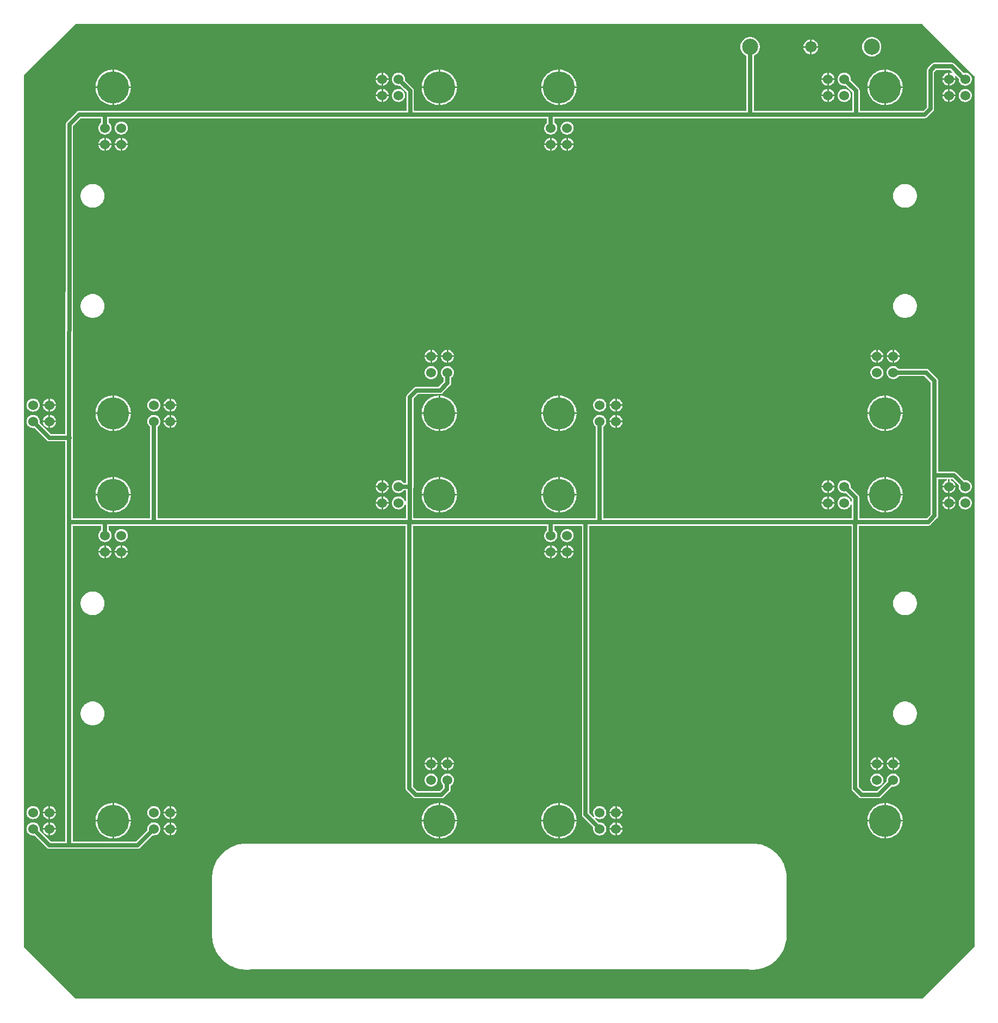
<source format=gtl>
G04 Layer: TopLayer*
G04 EasyEDA v6.5.22, 2022-12-22 23:10:47*
G04 4902e46d55d74f8ba2e09136355efd4f,5a6b42c53f6a479593ecc07194224c93,10*
G04 Gerber Generator version 0.2*
G04 Scale: 100 percent, Rotated: No, Reflected: No *
G04 Dimensions in millimeters *
G04 leading zeros omitted , absolute positions ,4 integer and 5 decimal *
%FSLAX45Y45*%
%MOMM*%

%ADD10C,0.6350*%
%ADD11C,5.0000*%
%ADD12C,1.5240*%
%ADD13C,2.5000*%
%ADD14C,1.8000*%
%ADD15C,0.0191*%

%LPD*%
G36*
X7380935Y25908D02*
G01*
X7377074Y26670D01*
X7373772Y28905D01*
X6569405Y833272D01*
X6567170Y836574D01*
X6566408Y840435D01*
X6566408Y14414347D01*
X6567220Y14418310D01*
X6569456Y14421612D01*
X7373620Y15211196D01*
X7376922Y15213330D01*
X7380731Y15214092D01*
X20559064Y15214092D01*
X20562925Y15213330D01*
X20566227Y15211094D01*
X21370594Y14406727D01*
X21372830Y14403425D01*
X21373592Y14399564D01*
X21373592Y840435D01*
X21372830Y836574D01*
X21370594Y833272D01*
X20566227Y28905D01*
X20562925Y26670D01*
X20559064Y25908D01*
G37*

%LPC*%
G36*
X18839078Y14871700D02*
G01*
X18941440Y14871700D01*
X18941338Y14873528D01*
X18938595Y14887803D01*
X18934125Y14901672D01*
X18927927Y14914829D01*
X18920104Y14927122D01*
X18910808Y14938349D01*
X18900241Y14948306D01*
X18888456Y14956840D01*
X18875705Y14963851D01*
X18862141Y14969236D01*
X18848070Y14972842D01*
X18839078Y14973960D01*
G37*
G36*
X18711265Y14871700D02*
G01*
X18813678Y14871700D01*
X18813678Y14973960D01*
X18804636Y14972842D01*
X18790564Y14969236D01*
X18777000Y14963851D01*
X18764250Y14956840D01*
X18752464Y14948306D01*
X18741898Y14938349D01*
X18732601Y14927122D01*
X18724778Y14914829D01*
X18718580Y14901672D01*
X18714110Y14887803D01*
X18711367Y14873528D01*
G37*
G36*
X6964730Y2360676D02*
G01*
X8338769Y2360676D01*
X8348675Y2361488D01*
X8357920Y2363825D01*
X8366607Y2367635D01*
X8374684Y2372918D01*
X8380222Y2377744D01*
X8570671Y2568244D01*
X8573262Y2570124D01*
X8576360Y2571089D01*
X8579561Y2571089D01*
X8582812Y2570530D01*
X8596426Y2570073D01*
X8609990Y2571445D01*
X8623249Y2574594D01*
X8636000Y2579522D01*
X8647938Y2586075D01*
X8658910Y2594152D01*
X8668715Y2603652D01*
X8677148Y2614320D01*
X8684107Y2626055D01*
X8689441Y2638602D01*
X8693048Y2651760D01*
X8694877Y2665272D01*
X8694877Y2678938D01*
X8693048Y2692450D01*
X8689441Y2705608D01*
X8684107Y2718155D01*
X8677148Y2729890D01*
X8668715Y2740558D01*
X8658910Y2750058D01*
X8647938Y2758135D01*
X8636000Y2764688D01*
X8623249Y2769616D01*
X8609990Y2772765D01*
X8596426Y2774137D01*
X8582812Y2773680D01*
X8569350Y2771394D01*
X8556294Y2767380D01*
X8543950Y2761640D01*
X8532469Y2754274D01*
X8522055Y2745486D01*
X8512911Y2735376D01*
X8505190Y2724150D01*
X8499043Y2711958D01*
X8494572Y2699054D01*
X8491829Y2685694D01*
X8490915Y2672130D01*
X8491931Y2657551D01*
X8491321Y2653284D01*
X8488984Y2649626D01*
X8318296Y2478938D01*
X8314994Y2476754D01*
X8311134Y2475992D01*
X7340752Y2475992D01*
X7336891Y2476754D01*
X7333589Y2478938D01*
X7331405Y2482240D01*
X7330592Y2486152D01*
X7330592Y7387081D01*
X7331405Y7390993D01*
X7333589Y7394244D01*
X7336891Y7396480D01*
X7340752Y7397242D01*
X7763154Y7397242D01*
X7767066Y7396480D01*
X7770368Y7394244D01*
X7772552Y7390993D01*
X7773314Y7387081D01*
X7773314Y7333437D01*
X7772806Y7330186D01*
X7771282Y7327290D01*
X7757617Y7315047D01*
X7748828Y7304633D01*
X7741462Y7293152D01*
X7735722Y7280808D01*
X7731709Y7267752D01*
X7729423Y7254341D01*
X7728966Y7240676D01*
X7730337Y7227112D01*
X7733487Y7213853D01*
X7738414Y7201153D01*
X7744968Y7189165D01*
X7753045Y7178192D01*
X7762544Y7168388D01*
X7773212Y7159955D01*
X7784947Y7152995D01*
X7797495Y7147661D01*
X7810652Y7144054D01*
X7824165Y7142225D01*
X7837830Y7142225D01*
X7851343Y7144054D01*
X7864500Y7147661D01*
X7877048Y7152995D01*
X7888782Y7159955D01*
X7899501Y7168388D01*
X7908950Y7178192D01*
X7917027Y7189165D01*
X7923580Y7201153D01*
X7928508Y7213853D01*
X7931658Y7227112D01*
X7933029Y7240676D01*
X7932572Y7254341D01*
X7930286Y7267752D01*
X7926273Y7280808D01*
X7920532Y7293152D01*
X7913166Y7304633D01*
X7904378Y7315047D01*
X7890713Y7327290D01*
X7889189Y7330186D01*
X7888630Y7333437D01*
X7888630Y7387081D01*
X7889443Y7390993D01*
X7891627Y7394244D01*
X7894929Y7396480D01*
X7898790Y7397242D01*
X12505182Y7397242D01*
X12509093Y7396480D01*
X12512344Y7394244D01*
X12514580Y7390993D01*
X12515342Y7387081D01*
X12515342Y3302406D01*
X12516154Y3292500D01*
X12518491Y3283305D01*
X12522301Y3274567D01*
X12527584Y3266541D01*
X12532461Y3261004D01*
X12628727Y3164738D01*
X12636296Y3158337D01*
X12644475Y3153460D01*
X12653314Y3150006D01*
X12662763Y3148025D01*
X12670078Y3147568D01*
X13072719Y3147568D01*
X13082625Y3148380D01*
X13091820Y3150717D01*
X13100558Y3154527D01*
X13108584Y3159810D01*
X13114121Y3164687D01*
X13197687Y3248253D01*
X13204088Y3255822D01*
X13208965Y3264001D01*
X13212419Y3272840D01*
X13214400Y3282289D01*
X13214857Y3289604D01*
X13214857Y3339439D01*
X13215366Y3342640D01*
X13216890Y3345535D01*
X13219277Y3347821D01*
X13228269Y3353968D01*
X13238378Y3363112D01*
X13247166Y3373526D01*
X13254532Y3385058D01*
X13260273Y3397402D01*
X13264286Y3410458D01*
X13266572Y3423869D01*
X13267029Y3437534D01*
X13265657Y3451098D01*
X13262508Y3464356D01*
X13257580Y3477056D01*
X13251027Y3489045D01*
X13242950Y3500018D01*
X13233450Y3509822D01*
X13222782Y3518255D01*
X13211048Y3525215D01*
X13198500Y3530549D01*
X13185343Y3534156D01*
X13171830Y3535984D01*
X13158165Y3535984D01*
X13144652Y3534156D01*
X13131495Y3530549D01*
X13118947Y3525215D01*
X13107212Y3518255D01*
X13096544Y3509822D01*
X13087045Y3500018D01*
X13078968Y3489045D01*
X13072414Y3477056D01*
X13067487Y3464356D01*
X13064337Y3451098D01*
X13062965Y3437534D01*
X13063423Y3423869D01*
X13065709Y3410458D01*
X13069722Y3397402D01*
X13075462Y3385058D01*
X13082828Y3373526D01*
X13091617Y3363112D01*
X13096189Y3358997D01*
X13098678Y3355594D01*
X13099542Y3351479D01*
X13099542Y3317392D01*
X13098780Y3313480D01*
X13096544Y3310229D01*
X13052196Y3265881D01*
X13048945Y3263646D01*
X13045033Y3262884D01*
X12697866Y3262884D01*
X12693954Y3263646D01*
X12690703Y3265881D01*
X12633655Y3322929D01*
X12631420Y3326180D01*
X12630658Y3330092D01*
X12630658Y7387081D01*
X12631420Y7390993D01*
X12633655Y7394244D01*
X12636906Y7396480D01*
X12640818Y7397242D01*
X14707260Y7397242D01*
X14711172Y7396480D01*
X14714474Y7394244D01*
X14716658Y7390993D01*
X14717420Y7387081D01*
X14717420Y7333437D01*
X14716912Y7330186D01*
X14715388Y7327290D01*
X14701723Y7315047D01*
X14692934Y7304633D01*
X14685568Y7293152D01*
X14679828Y7280808D01*
X14675815Y7267752D01*
X14673529Y7254341D01*
X14673072Y7240676D01*
X14674443Y7227112D01*
X14677593Y7213853D01*
X14682520Y7201153D01*
X14689074Y7189165D01*
X14697151Y7178192D01*
X14706600Y7168388D01*
X14717318Y7159955D01*
X14729053Y7152995D01*
X14741601Y7147661D01*
X14754758Y7144054D01*
X14768271Y7142225D01*
X14781936Y7142225D01*
X14795449Y7144054D01*
X14808606Y7147661D01*
X14821154Y7152995D01*
X14832888Y7159955D01*
X14843556Y7168388D01*
X14853056Y7178192D01*
X14861133Y7189165D01*
X14867686Y7201153D01*
X14872614Y7213853D01*
X14875763Y7227112D01*
X14877135Y7240676D01*
X14876678Y7254341D01*
X14874392Y7267752D01*
X14870379Y7280808D01*
X14864638Y7293152D01*
X14857272Y7304633D01*
X14848484Y7315047D01*
X14834819Y7327290D01*
X14833295Y7330186D01*
X14832736Y7333437D01*
X14832736Y7387081D01*
X14833549Y7390993D01*
X14835733Y7394244D01*
X14839035Y7396480D01*
X14842896Y7397242D01*
X15249702Y7397242D01*
X15253563Y7396480D01*
X15256865Y7394244D01*
X15259050Y7390993D01*
X15259862Y7387081D01*
X15259862Y2896006D01*
X15260675Y2886100D01*
X15263012Y2876905D01*
X15266822Y2868168D01*
X15272105Y2860141D01*
X15276931Y2854604D01*
X15433751Y2697784D01*
X15435681Y2695092D01*
X15436646Y2691942D01*
X15436545Y2688590D01*
X15435935Y2685694D01*
X15435021Y2672080D01*
X15435935Y2658516D01*
X15438628Y2645156D01*
X15443149Y2632252D01*
X15449296Y2620060D01*
X15457017Y2608834D01*
X15466161Y2598724D01*
X15476575Y2589936D01*
X15488056Y2582570D01*
X15500400Y2576830D01*
X15513456Y2572816D01*
X15526867Y2570530D01*
X15540532Y2570073D01*
X15554096Y2571445D01*
X15567355Y2574594D01*
X15580055Y2579522D01*
X15592044Y2586075D01*
X15603016Y2594152D01*
X15612821Y2603652D01*
X15621254Y2614320D01*
X15628213Y2626055D01*
X15633547Y2638602D01*
X15637154Y2651760D01*
X15638983Y2665272D01*
X15638983Y2678938D01*
X15637154Y2692450D01*
X15633547Y2705608D01*
X15628213Y2718155D01*
X15621254Y2729890D01*
X15612821Y2740558D01*
X15603016Y2750058D01*
X15592044Y2758135D01*
X15580055Y2764688D01*
X15567355Y2769616D01*
X15554096Y2772765D01*
X15540532Y2774137D01*
X15525699Y2773578D01*
X15521584Y2774238D01*
X15518130Y2776524D01*
X15470987Y2823616D01*
X15468701Y2827172D01*
X15468041Y2831338D01*
X15469107Y2835402D01*
X15471749Y2838704D01*
X15475508Y2840634D01*
X15479725Y2840888D01*
X15483636Y2839364D01*
X15488056Y2836570D01*
X15500400Y2830830D01*
X15513456Y2826816D01*
X15526867Y2824530D01*
X15540532Y2824073D01*
X15554096Y2825445D01*
X15567355Y2828594D01*
X15580055Y2833522D01*
X15592044Y2840075D01*
X15603016Y2848152D01*
X15612821Y2857652D01*
X15621254Y2868320D01*
X15628213Y2880055D01*
X15633547Y2892602D01*
X15637154Y2905760D01*
X15638983Y2919272D01*
X15638983Y2932938D01*
X15637154Y2946450D01*
X15633547Y2959608D01*
X15628213Y2972155D01*
X15621254Y2983890D01*
X15612821Y2994558D01*
X15603016Y3004058D01*
X15592044Y3012135D01*
X15580055Y3018688D01*
X15567355Y3023616D01*
X15554096Y3026765D01*
X15540532Y3028137D01*
X15526867Y3027680D01*
X15513456Y3025394D01*
X15500400Y3021380D01*
X15488056Y3015640D01*
X15476575Y3008274D01*
X15466161Y2999486D01*
X15457017Y2989376D01*
X15449296Y2978150D01*
X15443149Y2965958D01*
X15438628Y2953054D01*
X15435935Y2939694D01*
X15435021Y2926080D01*
X15435935Y2912516D01*
X15438628Y2899156D01*
X15443149Y2886252D01*
X15449296Y2874060D01*
X15451378Y2869438D01*
X15451226Y2865170D01*
X15449346Y2861360D01*
X15446095Y2858617D01*
X15441980Y2857500D01*
X15437764Y2858109D01*
X15434208Y2860446D01*
X15378125Y2916529D01*
X15375940Y2919780D01*
X15375178Y2923692D01*
X15375178Y7387081D01*
X15375940Y7390993D01*
X15378125Y7394244D01*
X15381427Y7396480D01*
X15385338Y7397242D01*
X19449288Y7397242D01*
X19453199Y7396480D01*
X19456450Y7394244D01*
X19458686Y7390993D01*
X19459448Y7387081D01*
X19459448Y3302406D01*
X19460260Y3292500D01*
X19462597Y3283305D01*
X19466407Y3274567D01*
X19471690Y3266541D01*
X19476567Y3261004D01*
X19572833Y3164738D01*
X19580402Y3158337D01*
X19588581Y3153460D01*
X19597420Y3150006D01*
X19606869Y3148025D01*
X19614184Y3147568D01*
X19879818Y3147568D01*
X19889724Y3148380D01*
X19898918Y3150717D01*
X19907656Y3154527D01*
X19915682Y3159810D01*
X19921220Y3164687D01*
X20086624Y3330092D01*
X20090231Y3332429D01*
X20094498Y3333038D01*
X20109129Y3332022D01*
X20122692Y3332937D01*
X20136053Y3335629D01*
X20148956Y3340100D01*
X20161148Y3346246D01*
X20172375Y3353968D01*
X20182484Y3363112D01*
X20191272Y3373526D01*
X20198638Y3385058D01*
X20204379Y3397402D01*
X20208392Y3410458D01*
X20210678Y3423869D01*
X20211135Y3437534D01*
X20209764Y3451098D01*
X20206614Y3464356D01*
X20201686Y3477056D01*
X20195133Y3489045D01*
X20187056Y3500018D01*
X20177556Y3509822D01*
X20166888Y3518255D01*
X20155154Y3525215D01*
X20142606Y3530549D01*
X20129449Y3534156D01*
X20115936Y3535984D01*
X20102271Y3535984D01*
X20088758Y3534156D01*
X20075601Y3530549D01*
X20063053Y3525215D01*
X20051318Y3518255D01*
X20040650Y3509822D01*
X20031151Y3500018D01*
X20023074Y3489045D01*
X20016520Y3477056D01*
X20011593Y3464356D01*
X20008443Y3451098D01*
X20007072Y3437534D01*
X20007529Y3423869D01*
X20008088Y3420668D01*
X20008088Y3417468D01*
X20007122Y3414369D01*
X20005243Y3411778D01*
X19946569Y3353104D01*
X19942860Y3350768D01*
X19938949Y3350260D01*
X19938492Y3346399D01*
X19936104Y3342640D01*
X19859294Y3265881D01*
X19856043Y3263646D01*
X19852132Y3262884D01*
X19641972Y3262884D01*
X19638060Y3263646D01*
X19634809Y3265881D01*
X19577761Y3322929D01*
X19575526Y3326180D01*
X19574764Y3330092D01*
X19574764Y7387081D01*
X19575526Y7390993D01*
X19577761Y7394244D01*
X19581012Y7396480D01*
X19584924Y7397242D01*
X20653908Y7397242D01*
X20663814Y7398054D01*
X20673009Y7400391D01*
X20681746Y7404201D01*
X20689773Y7409484D01*
X20695310Y7414361D01*
X20792287Y7511338D01*
X20798688Y7518908D01*
X20803565Y7527086D01*
X20807019Y7535925D01*
X20809000Y7545374D01*
X20809458Y7552690D01*
X20809458Y8110981D01*
X20810220Y8114893D01*
X20812455Y8118144D01*
X20815706Y8120380D01*
X20819618Y8121142D01*
X20936153Y8121142D01*
X20940064Y8120329D01*
X20943417Y8118094D01*
X20945602Y8114792D01*
X20946313Y8110829D01*
X20945500Y8106918D01*
X20943163Y8103666D01*
X20939810Y8101482D01*
X20932546Y8098688D01*
X20920557Y8092135D01*
X20909584Y8084058D01*
X20899780Y8074558D01*
X20891347Y8063890D01*
X20884388Y8052155D01*
X20879054Y8039557D01*
X20875447Y8026450D01*
X20874431Y8018780D01*
X20962772Y8018780D01*
X20962772Y8110981D01*
X20963585Y8114893D01*
X20965769Y8118144D01*
X20969071Y8120380D01*
X20972932Y8121142D01*
X20978012Y8121142D01*
X20981924Y8120380D01*
X20985226Y8118144D01*
X20987410Y8114893D01*
X20988172Y8110981D01*
X20988172Y8018780D01*
X21076716Y8018780D01*
X21073973Y8033054D01*
X21069452Y8045958D01*
X21063305Y8058099D01*
X21055584Y8069376D01*
X21053247Y8071967D01*
X21051062Y8075828D01*
X21050758Y8080248D01*
X21050199Y8081060D01*
X21045779Y8081264D01*
X21041918Y8083346D01*
X21036026Y8088274D01*
X21024545Y8095589D01*
X21011184Y8101736D01*
X21008035Y8104022D01*
X21005952Y8107375D01*
X21005292Y8111185D01*
X21006104Y8115046D01*
X21008340Y8118246D01*
X21011591Y8120380D01*
X21015452Y8121142D01*
X21028558Y8121142D01*
X21032419Y8120380D01*
X21035721Y8118195D01*
X21055634Y8098281D01*
X21058022Y8094573D01*
X21058581Y8090204D01*
X21057971Y8088274D01*
X21059800Y8088884D01*
X21064220Y8088325D01*
X21067979Y8085937D01*
X21125688Y8028330D01*
X21127516Y8025841D01*
X21128482Y8022894D01*
X21128583Y8019796D01*
X21127618Y8012887D01*
X21127618Y7999272D01*
X21129447Y7985759D01*
X21133054Y7972602D01*
X21138388Y7960055D01*
X21145347Y7948320D01*
X21153780Y7937601D01*
X21163584Y7928152D01*
X21174557Y7920024D01*
X21186546Y7913471D01*
X21199246Y7908594D01*
X21212505Y7905445D01*
X21226068Y7904073D01*
X21239734Y7904530D01*
X21253145Y7906766D01*
X21266200Y7910830D01*
X21278545Y7916570D01*
X21290026Y7923885D01*
X21300440Y7932724D01*
X21309584Y7942834D01*
X21317305Y7954060D01*
X21323452Y7966252D01*
X21327973Y7979105D01*
X21330666Y7992465D01*
X21331580Y8006080D01*
X21330666Y8019694D01*
X21327973Y8033054D01*
X21323452Y8045958D01*
X21317305Y8058099D01*
X21309584Y8069376D01*
X21300440Y8079486D01*
X21290026Y8088274D01*
X21278545Y8095640D01*
X21266200Y8101380D01*
X21253145Y8105394D01*
X21239734Y8107680D01*
X21226068Y8108137D01*
X21215350Y8107019D01*
X21210930Y8107578D01*
X21207120Y8109966D01*
X21097646Y8219287D01*
X21090026Y8225739D01*
X21081847Y8230565D01*
X21073008Y8234019D01*
X21063559Y8236000D01*
X21056295Y8236458D01*
X20819618Y8236458D01*
X20815706Y8237220D01*
X20812455Y8239455D01*
X20810220Y8242706D01*
X20809458Y8246618D01*
X20809458Y9651593D01*
X20808645Y9661499D01*
X20806308Y9670694D01*
X20802498Y9679432D01*
X20797215Y9687458D01*
X20792338Y9692995D01*
X20660766Y9824567D01*
X20653197Y9830968D01*
X20645018Y9835845D01*
X20636179Y9839299D01*
X20626730Y9841280D01*
X20619415Y9841738D01*
X20198283Y9841738D01*
X20195184Y9842246D01*
X20192339Y9843668D01*
X20190104Y9845903D01*
X20187056Y9850018D01*
X20177556Y9859822D01*
X20166888Y9868255D01*
X20155154Y9875215D01*
X20142606Y9880549D01*
X20129449Y9884156D01*
X20115936Y9885984D01*
X20102271Y9885984D01*
X20088758Y9884156D01*
X20075601Y9880549D01*
X20063053Y9875215D01*
X20051318Y9868255D01*
X20040650Y9859822D01*
X20031151Y9850018D01*
X20023074Y9839045D01*
X20016520Y9827056D01*
X20011593Y9814356D01*
X20008443Y9801098D01*
X20007072Y9787534D01*
X20007529Y9773869D01*
X20009815Y9760458D01*
X20013828Y9747402D01*
X20019568Y9735058D01*
X20026934Y9723526D01*
X20035723Y9713112D01*
X20045832Y9703968D01*
X20057059Y9696246D01*
X20069251Y9690100D01*
X20082154Y9685629D01*
X20095514Y9682937D01*
X20109129Y9682022D01*
X20122692Y9682937D01*
X20136053Y9685629D01*
X20148956Y9690100D01*
X20161148Y9696246D01*
X20172375Y9703968D01*
X20182484Y9713112D01*
X20190714Y9722866D01*
X20194168Y9725507D01*
X20198435Y9726422D01*
X20591627Y9726422D01*
X20595539Y9725660D01*
X20598790Y9723424D01*
X20691144Y9631070D01*
X20693380Y9627819D01*
X20694142Y9623907D01*
X20694142Y7580477D01*
X20693380Y7576566D01*
X20691144Y7573314D01*
X20633385Y7515555D01*
X20630134Y7513320D01*
X20626222Y7512558D01*
X19589038Y7512558D01*
X19585127Y7513320D01*
X19581825Y7515555D01*
X19579640Y7518806D01*
X19578878Y7522718D01*
X19578878Y7835493D01*
X19578015Y7845399D01*
X19575729Y7854594D01*
X19571868Y7863331D01*
X19566636Y7871358D01*
X19561759Y7876895D01*
X19451421Y7987233D01*
X19449084Y7990840D01*
X19448475Y7995107D01*
X19449186Y8006080D01*
X19448272Y8019694D01*
X19445579Y8033054D01*
X19441109Y8045958D01*
X19434911Y8058099D01*
X19427240Y8069376D01*
X19418046Y8079486D01*
X19407632Y8088274D01*
X19396151Y8095640D01*
X19383806Y8101380D01*
X19370751Y8105394D01*
X19357340Y8107680D01*
X19343674Y8108137D01*
X19330111Y8106765D01*
X19316852Y8103616D01*
X19304152Y8098688D01*
X19292163Y8092135D01*
X19281190Y8084058D01*
X19271386Y8074558D01*
X19262953Y8063890D01*
X19255994Y8052155D01*
X19250660Y8039608D01*
X19247053Y8026450D01*
X19245224Y8012938D01*
X19245224Y7999272D01*
X19247053Y7985759D01*
X19250660Y7972602D01*
X19255994Y7960055D01*
X19262953Y7948320D01*
X19271386Y7937601D01*
X19281190Y7928152D01*
X19292163Y7920075D01*
X19304152Y7913522D01*
X19316852Y7908594D01*
X19330111Y7905445D01*
X19343674Y7904073D01*
X19357340Y7904530D01*
X19363893Y7905648D01*
X19367093Y7905648D01*
X19370141Y7904683D01*
X19372732Y7902803D01*
X19460565Y7814970D01*
X19462750Y7811668D01*
X19463562Y7807807D01*
X19463562Y7787487D01*
X19462750Y7783525D01*
X19460464Y7780223D01*
X19457060Y7778038D01*
X19453047Y7777327D01*
X19449084Y7778292D01*
X19445833Y7780680D01*
X19443801Y7784185D01*
X19441109Y7791958D01*
X19434911Y7804099D01*
X19427240Y7815376D01*
X19418046Y7825486D01*
X19407632Y7834274D01*
X19396151Y7841640D01*
X19383806Y7847380D01*
X19370751Y7851394D01*
X19357340Y7853680D01*
X19343674Y7854137D01*
X19330111Y7852765D01*
X19316852Y7849616D01*
X19304152Y7844688D01*
X19292163Y7838135D01*
X19281190Y7830058D01*
X19271386Y7820558D01*
X19262953Y7809890D01*
X19255994Y7798155D01*
X19250660Y7785608D01*
X19247053Y7772450D01*
X19245224Y7758938D01*
X19245224Y7745272D01*
X19247053Y7731759D01*
X19250660Y7718602D01*
X19255994Y7706055D01*
X19262953Y7694320D01*
X19271386Y7683601D01*
X19281190Y7674152D01*
X19292163Y7666075D01*
X19304152Y7659522D01*
X19316852Y7654594D01*
X19330111Y7651445D01*
X19343674Y7650073D01*
X19357340Y7650530D01*
X19370751Y7652816D01*
X19383806Y7656830D01*
X19396151Y7662570D01*
X19407632Y7669936D01*
X19418046Y7678724D01*
X19427240Y7688834D01*
X19434911Y7700060D01*
X19441109Y7712252D01*
X19443801Y7720025D01*
X19445833Y7723530D01*
X19449084Y7725918D01*
X19453047Y7726832D01*
X19457060Y7726172D01*
X19460464Y7723987D01*
X19462750Y7720634D01*
X19463562Y7716672D01*
X19463562Y7522718D01*
X19462750Y7518806D01*
X19460565Y7515555D01*
X19457263Y7513320D01*
X19453402Y7512558D01*
X15604947Y7512558D01*
X15601035Y7513320D01*
X15597733Y7515555D01*
X15595549Y7518806D01*
X15594787Y7522718D01*
X15594787Y8932926D01*
X15595244Y8936075D01*
X15596666Y8938869D01*
X15598901Y8941104D01*
X15603016Y8944152D01*
X15612821Y8953652D01*
X15621254Y8964320D01*
X15628213Y8976055D01*
X15633547Y8988602D01*
X15637154Y9001760D01*
X15638983Y9015272D01*
X15638983Y9028938D01*
X15637154Y9042450D01*
X15633547Y9055608D01*
X15628213Y9068155D01*
X15621254Y9079890D01*
X15612821Y9090558D01*
X15603016Y9100058D01*
X15592044Y9108135D01*
X15580055Y9114688D01*
X15567355Y9119616D01*
X15554096Y9122765D01*
X15540532Y9124137D01*
X15526867Y9123680D01*
X15513456Y9121394D01*
X15500400Y9117380D01*
X15488056Y9111640D01*
X15476575Y9104274D01*
X15466161Y9095486D01*
X15457017Y9085376D01*
X15449296Y9074150D01*
X15443149Y9061958D01*
X15438628Y9049054D01*
X15435935Y9035694D01*
X15435021Y9022080D01*
X15435935Y9008516D01*
X15438628Y8995156D01*
X15443149Y8982252D01*
X15449296Y8970060D01*
X15457017Y8958834D01*
X15466161Y8948724D01*
X15475864Y8940495D01*
X15478506Y8937040D01*
X15479471Y8932773D01*
X15479471Y7522718D01*
X15478658Y7518806D01*
X15476474Y7515555D01*
X15473172Y7513320D01*
X15469311Y7512558D01*
X12644882Y7512558D01*
X12640970Y7513320D01*
X12637719Y7515555D01*
X12635484Y7518806D01*
X12634722Y7522718D01*
X12634722Y7983931D01*
X12635026Y7986471D01*
X12637617Y7996631D01*
X12638481Y8006537D01*
X12638481Y9375038D01*
X12639243Y9378899D01*
X12641427Y9382201D01*
X12703302Y9444075D01*
X12706604Y9446260D01*
X12710464Y9447022D01*
X13050265Y9447022D01*
X13060171Y9447885D01*
X13069417Y9450222D01*
X13078104Y9454032D01*
X13086181Y9459315D01*
X13091668Y9464141D01*
X13205460Y9577933D01*
X13211911Y9585502D01*
X13216788Y9593681D01*
X13220242Y9602571D01*
X13222224Y9611969D01*
X13222681Y9619335D01*
X13222681Y9694773D01*
X13223189Y9698024D01*
X13224713Y9700920D01*
X13238378Y9713112D01*
X13247166Y9723526D01*
X13254532Y9735058D01*
X13260273Y9747402D01*
X13264286Y9760458D01*
X13266572Y9773869D01*
X13267029Y9787534D01*
X13265657Y9801098D01*
X13262508Y9814356D01*
X13257580Y9827056D01*
X13251027Y9839045D01*
X13242950Y9850018D01*
X13233450Y9859822D01*
X13222782Y9868255D01*
X13211048Y9875215D01*
X13198500Y9880549D01*
X13185343Y9884156D01*
X13171830Y9885984D01*
X13158165Y9885984D01*
X13144652Y9884156D01*
X13131495Y9880549D01*
X13118947Y9875215D01*
X13107212Y9868255D01*
X13096544Y9859822D01*
X13087045Y9850018D01*
X13078968Y9839045D01*
X13072414Y9827056D01*
X13067487Y9814356D01*
X13064337Y9801098D01*
X13062965Y9787534D01*
X13063423Y9773869D01*
X13065709Y9760458D01*
X13069722Y9747402D01*
X13075462Y9735058D01*
X13082828Y9723526D01*
X13091617Y9713112D01*
X13105282Y9700920D01*
X13106806Y9698024D01*
X13107365Y9694773D01*
X13107365Y9647072D01*
X13106552Y9643211D01*
X13104368Y9639909D01*
X13029793Y9565335D01*
X13026491Y9563150D01*
X13022630Y9562338D01*
X12682829Y9562338D01*
X12672923Y9561525D01*
X12663678Y9559188D01*
X12654991Y9555378D01*
X12646914Y9550095D01*
X12641427Y9545269D01*
X12540335Y9444177D01*
X12533884Y9436608D01*
X12529007Y9428429D01*
X12525552Y9419539D01*
X12523571Y9410141D01*
X12523165Y9402775D01*
X12523165Y8073898D01*
X12522352Y8069986D01*
X12520168Y8066735D01*
X12516866Y8064500D01*
X12513005Y8063738D01*
X12492329Y8063738D01*
X12489129Y8064246D01*
X12486233Y8065770D01*
X12473990Y8079486D01*
X12463576Y8088274D01*
X12452045Y8095640D01*
X12439700Y8101380D01*
X12426645Y8105394D01*
X12413234Y8107680D01*
X12399568Y8108137D01*
X12386005Y8106765D01*
X12372746Y8103616D01*
X12360046Y8098688D01*
X12348057Y8092135D01*
X12337084Y8084058D01*
X12327280Y8074558D01*
X12318847Y8063890D01*
X12311888Y8052155D01*
X12306554Y8039608D01*
X12302947Y8026450D01*
X12301118Y8012938D01*
X12301118Y7999272D01*
X12302947Y7985759D01*
X12306554Y7972602D01*
X12311888Y7960055D01*
X12318847Y7948320D01*
X12327280Y7937601D01*
X12337084Y7928152D01*
X12348057Y7920075D01*
X12360046Y7913522D01*
X12372746Y7908594D01*
X12386005Y7905445D01*
X12399568Y7904073D01*
X12413234Y7904530D01*
X12426645Y7906816D01*
X12439700Y7910830D01*
X12452045Y7916570D01*
X12463576Y7923936D01*
X12473990Y7932724D01*
X12486182Y7946390D01*
X12489078Y7947914D01*
X12492278Y7948422D01*
X12509246Y7948422D01*
X12513157Y7947659D01*
X12516408Y7945424D01*
X12518644Y7942173D01*
X12519406Y7938262D01*
X12519406Y7787640D01*
X12518593Y7783626D01*
X12516307Y7780324D01*
X12512903Y7778140D01*
X12508890Y7777480D01*
X12504978Y7778394D01*
X12501727Y7780781D01*
X12499644Y7784287D01*
X12497003Y7791958D01*
X12490856Y7804099D01*
X12483134Y7815376D01*
X12473990Y7825486D01*
X12463576Y7834274D01*
X12452045Y7841640D01*
X12439700Y7847380D01*
X12426645Y7851394D01*
X12413234Y7853680D01*
X12399568Y7854137D01*
X12386005Y7852765D01*
X12372746Y7849616D01*
X12360046Y7844688D01*
X12348057Y7838135D01*
X12337084Y7830058D01*
X12327280Y7820558D01*
X12318847Y7809890D01*
X12311888Y7798155D01*
X12306554Y7785608D01*
X12302947Y7772450D01*
X12301118Y7758938D01*
X12301118Y7745272D01*
X12302947Y7731759D01*
X12306554Y7718602D01*
X12311888Y7706055D01*
X12318847Y7694320D01*
X12327280Y7683601D01*
X12337084Y7674152D01*
X12348057Y7666075D01*
X12360046Y7659522D01*
X12372746Y7654594D01*
X12386005Y7651445D01*
X12399568Y7650073D01*
X12413234Y7650530D01*
X12426645Y7652816D01*
X12439700Y7656830D01*
X12452045Y7662570D01*
X12463576Y7669936D01*
X12473990Y7678724D01*
X12483134Y7688834D01*
X12490856Y7700060D01*
X12497003Y7712252D01*
X12499644Y7719923D01*
X12501727Y7723378D01*
X12504978Y7725816D01*
X12508890Y7726730D01*
X12512903Y7726070D01*
X12516307Y7723886D01*
X12518593Y7720533D01*
X12519406Y7716570D01*
X12519406Y7522718D01*
X12518644Y7518806D01*
X12516408Y7515555D01*
X12513157Y7513320D01*
X12509246Y7512558D01*
X8660841Y7512558D01*
X8656929Y7513320D01*
X8653627Y7515555D01*
X8651443Y7518806D01*
X8650681Y7522718D01*
X8650681Y8932926D01*
X8651138Y8936075D01*
X8652560Y8938869D01*
X8654796Y8941104D01*
X8658910Y8944152D01*
X8668715Y8953652D01*
X8677148Y8964320D01*
X8684107Y8976055D01*
X8689441Y8988602D01*
X8693048Y9001760D01*
X8694877Y9015272D01*
X8694877Y9028938D01*
X8693048Y9042450D01*
X8689441Y9055608D01*
X8684107Y9068155D01*
X8677148Y9079890D01*
X8668715Y9090558D01*
X8658910Y9100058D01*
X8647938Y9108135D01*
X8636000Y9114688D01*
X8623249Y9119616D01*
X8609990Y9122765D01*
X8596426Y9124137D01*
X8582812Y9123680D01*
X8569350Y9121394D01*
X8556294Y9117380D01*
X8543950Y9111640D01*
X8532469Y9104274D01*
X8522055Y9095486D01*
X8512911Y9085376D01*
X8505190Y9074150D01*
X8499043Y9061958D01*
X8494572Y9049054D01*
X8491829Y9035694D01*
X8490915Y9022080D01*
X8491829Y9008516D01*
X8494572Y8995156D01*
X8499043Y8982252D01*
X8505190Y8970060D01*
X8512911Y8958834D01*
X8522055Y8948724D01*
X8531758Y8940495D01*
X8534400Y8937040D01*
X8535365Y8932773D01*
X8535365Y7522718D01*
X8534552Y7518806D01*
X8532368Y7515555D01*
X8529066Y7513320D01*
X8525205Y7512558D01*
X7340752Y7512558D01*
X7336891Y7513320D01*
X7333589Y7515555D01*
X7331405Y7518806D01*
X7330592Y7522718D01*
X7331456Y8748115D01*
X7332014Y8751417D01*
X7332980Y8754160D01*
X7334503Y8763558D01*
X7334503Y8773058D01*
X7332980Y8782456D01*
X7332065Y8785098D01*
X7331506Y8788400D01*
X7334758Y13210489D01*
X7334758Y13624407D01*
X7335520Y13628319D01*
X7337755Y13631570D01*
X7450429Y13744244D01*
X7453680Y13746480D01*
X7457592Y13747242D01*
X7763154Y13747242D01*
X7767066Y13746480D01*
X7770368Y13744244D01*
X7772552Y13740993D01*
X7773314Y13737082D01*
X7773314Y13683437D01*
X7772806Y13680186D01*
X7771282Y13677290D01*
X7757617Y13665047D01*
X7748828Y13654633D01*
X7741462Y13643152D01*
X7735722Y13630808D01*
X7731709Y13617752D01*
X7729423Y13604341D01*
X7728966Y13590676D01*
X7730337Y13577112D01*
X7733487Y13563854D01*
X7738414Y13551154D01*
X7744968Y13539165D01*
X7753045Y13528192D01*
X7762544Y13518388D01*
X7773212Y13509955D01*
X7784947Y13502995D01*
X7797495Y13497661D01*
X7810652Y13494054D01*
X7824165Y13492226D01*
X7837830Y13492226D01*
X7851343Y13494054D01*
X7864500Y13497661D01*
X7877048Y13502995D01*
X7888782Y13509955D01*
X7899501Y13518388D01*
X7908950Y13528192D01*
X7917027Y13539165D01*
X7923580Y13551154D01*
X7928508Y13563854D01*
X7931658Y13577112D01*
X7933029Y13590676D01*
X7932572Y13604341D01*
X7930286Y13617752D01*
X7926273Y13630808D01*
X7920532Y13643152D01*
X7913166Y13654633D01*
X7904378Y13665047D01*
X7890713Y13677290D01*
X7889189Y13680186D01*
X7888630Y13683437D01*
X7888630Y13737082D01*
X7889443Y13740993D01*
X7891627Y13744244D01*
X7894929Y13746480D01*
X7898790Y13747242D01*
X14707260Y13747242D01*
X14711172Y13746480D01*
X14714474Y13744244D01*
X14716658Y13740993D01*
X14717420Y13737082D01*
X14717420Y13683437D01*
X14716912Y13680186D01*
X14715388Y13677290D01*
X14701723Y13665047D01*
X14692934Y13654633D01*
X14685568Y13643152D01*
X14679828Y13630808D01*
X14675815Y13617752D01*
X14673529Y13604341D01*
X14673072Y13590676D01*
X14674443Y13577112D01*
X14677593Y13563854D01*
X14682520Y13551154D01*
X14689074Y13539165D01*
X14697151Y13528192D01*
X14706600Y13518388D01*
X14717318Y13509955D01*
X14729053Y13502995D01*
X14741601Y13497661D01*
X14754758Y13494054D01*
X14768271Y13492226D01*
X14781936Y13492226D01*
X14795449Y13494054D01*
X14808606Y13497661D01*
X14821154Y13502995D01*
X14832888Y13509955D01*
X14843556Y13518388D01*
X14853056Y13528192D01*
X14861133Y13539165D01*
X14867686Y13551154D01*
X14872614Y13563854D01*
X14875763Y13577112D01*
X14877135Y13590676D01*
X14876678Y13604341D01*
X14874392Y13617752D01*
X14870379Y13630808D01*
X14864638Y13643152D01*
X14857272Y13654633D01*
X14848484Y13665047D01*
X14834819Y13677290D01*
X14833295Y13680186D01*
X14832736Y13683437D01*
X14832736Y13737082D01*
X14833549Y13740993D01*
X14835733Y13744244D01*
X14839035Y13746480D01*
X14842896Y13747242D01*
X20599755Y13747242D01*
X20609661Y13748054D01*
X20618856Y13750391D01*
X20627594Y13754201D01*
X20635620Y13759484D01*
X20641157Y13764361D01*
X20728787Y13851991D01*
X20735188Y13859560D01*
X20740065Y13867739D01*
X20743519Y13876578D01*
X20745500Y13886027D01*
X20745958Y13893342D01*
X20745958Y14462607D01*
X20746720Y14466519D01*
X20748955Y14469770D01*
X20772729Y14493544D01*
X20775980Y14495780D01*
X20779892Y14496542D01*
X20990407Y14496542D01*
X20994319Y14495780D01*
X20997570Y14493544D01*
X21023173Y14467941D01*
X21025561Y14464182D01*
X21026120Y14459762D01*
X21024697Y14455546D01*
X21021598Y14452295D01*
X21017433Y14450720D01*
X21012962Y14451076D01*
X20999145Y14455394D01*
X20988172Y14457222D01*
X20988172Y14368780D01*
X21076716Y14368780D01*
X21073973Y14383054D01*
X21070316Y14393570D01*
X21069757Y14397380D01*
X21070671Y14401139D01*
X21072957Y14404289D01*
X21076259Y14406372D01*
X21080069Y14407032D01*
X21083879Y14406219D01*
X21087080Y14404086D01*
X21124672Y14366494D01*
X21126856Y14363192D01*
X21127618Y14359331D01*
X21127618Y14349272D01*
X21129447Y14335760D01*
X21133054Y14322602D01*
X21138388Y14310055D01*
X21145347Y14298320D01*
X21153780Y14287601D01*
X21163584Y14278152D01*
X21174557Y14270024D01*
X21186546Y14263471D01*
X21199246Y14258594D01*
X21212505Y14255445D01*
X21226068Y14254073D01*
X21239734Y14254530D01*
X21253145Y14256766D01*
X21266200Y14260830D01*
X21278545Y14266570D01*
X21290026Y14273885D01*
X21300440Y14282724D01*
X21309584Y14292834D01*
X21317305Y14304060D01*
X21323452Y14316252D01*
X21327973Y14329105D01*
X21330666Y14342465D01*
X21331580Y14356080D01*
X21330666Y14369694D01*
X21327973Y14383054D01*
X21323452Y14395957D01*
X21317305Y14408099D01*
X21309584Y14419376D01*
X21300440Y14429486D01*
X21290026Y14438274D01*
X21278545Y14445640D01*
X21266200Y14451380D01*
X21253145Y14455394D01*
X21239734Y14457680D01*
X21226068Y14458137D01*
X21212505Y14456765D01*
X21205901Y14455190D01*
X21202497Y14454936D01*
X21199144Y14455901D01*
X21196350Y14457883D01*
X21059546Y14594687D01*
X21051977Y14601088D01*
X21043798Y14605965D01*
X21034959Y14609419D01*
X21025510Y14611400D01*
X21018195Y14611857D01*
X20752206Y14611857D01*
X20742300Y14611045D01*
X20733105Y14608708D01*
X20724368Y14604898D01*
X20716341Y14599615D01*
X20710804Y14594738D01*
X20647812Y14531746D01*
X20641411Y14524177D01*
X20636534Y14515998D01*
X20633080Y14507159D01*
X20631099Y14497710D01*
X20630642Y14490395D01*
X20630642Y13921130D01*
X20629880Y13917218D01*
X20627644Y13913967D01*
X20579232Y13865555D01*
X20575981Y13863319D01*
X20572069Y13862557D01*
X19597624Y13862557D01*
X19593763Y13863319D01*
X19590461Y13865555D01*
X19588226Y13868806D01*
X19587464Y13872718D01*
X19587464Y14172793D01*
X19586651Y14182699D01*
X19584314Y14191894D01*
X19580504Y14200632D01*
X19575221Y14208709D01*
X19570395Y14214144D01*
X19451066Y14333626D01*
X19448729Y14337284D01*
X19448119Y14341551D01*
X19449135Y14356130D01*
X19448221Y14369694D01*
X19445528Y14383054D01*
X19441058Y14395957D01*
X19434911Y14408099D01*
X19427190Y14419376D01*
X19418046Y14429486D01*
X19407632Y14438274D01*
X19396100Y14445640D01*
X19383756Y14451380D01*
X19370700Y14455394D01*
X19357289Y14457680D01*
X19343624Y14458137D01*
X19330060Y14456765D01*
X19316801Y14453616D01*
X19304101Y14448688D01*
X19292112Y14442135D01*
X19281140Y14434057D01*
X19271335Y14424558D01*
X19262902Y14413890D01*
X19255943Y14402155D01*
X19250609Y14389607D01*
X19247002Y14376450D01*
X19245224Y14362938D01*
X19245224Y14349272D01*
X19247002Y14335760D01*
X19250609Y14322602D01*
X19255943Y14310055D01*
X19262902Y14298320D01*
X19271335Y14287601D01*
X19281140Y14278152D01*
X19292112Y14270075D01*
X19304101Y14263522D01*
X19316801Y14258594D01*
X19330060Y14255445D01*
X19343624Y14254073D01*
X19357289Y14254530D01*
X19360540Y14255089D01*
X19363740Y14255089D01*
X19366788Y14254124D01*
X19369379Y14252244D01*
X19427444Y14194129D01*
X19429780Y14190421D01*
X19430339Y14186052D01*
X19429780Y14184223D01*
X19431508Y14184782D01*
X19435927Y14184223D01*
X19439686Y14181836D01*
X19469201Y14152321D01*
X19471386Y14149019D01*
X19472148Y14145158D01*
X19472148Y13872718D01*
X19471386Y13868806D01*
X19469150Y13865555D01*
X19465899Y13863319D01*
X19461988Y13862557D01*
X17946624Y13862557D01*
X17942712Y13863319D01*
X17939461Y13865555D01*
X17937226Y13868806D01*
X17936464Y13872718D01*
X17936464Y14713000D01*
X17937226Y14716912D01*
X17939461Y14720214D01*
X17942712Y14722398D01*
X17944287Y14723059D01*
X17959070Y14731238D01*
X17972887Y14741042D01*
X17985486Y14752319D01*
X17996763Y14764918D01*
X18006568Y14778736D01*
X18014746Y14793518D01*
X18021249Y14809165D01*
X18025922Y14825421D01*
X18028767Y14842083D01*
X18029682Y14859000D01*
X18028767Y14875916D01*
X18025922Y14892578D01*
X18021249Y14908834D01*
X18014746Y14924481D01*
X18006568Y14939263D01*
X17996763Y14953081D01*
X17985486Y14965680D01*
X17972887Y14976957D01*
X17959070Y14986762D01*
X17944287Y14994940D01*
X17928640Y15001443D01*
X17912384Y15006116D01*
X17895722Y15008961D01*
X17878806Y15009876D01*
X17861940Y15008961D01*
X17845227Y15006116D01*
X17828971Y15001443D01*
X17813324Y14994940D01*
X17798542Y14986762D01*
X17784724Y14976957D01*
X17772126Y14965680D01*
X17760848Y14953081D01*
X17751044Y14939263D01*
X17742865Y14924481D01*
X17736413Y14908834D01*
X17731689Y14892578D01*
X17728895Y14875916D01*
X17727930Y14859000D01*
X17728895Y14842083D01*
X17731689Y14825421D01*
X17736413Y14809165D01*
X17742865Y14793518D01*
X17751044Y14778736D01*
X17760848Y14764918D01*
X17772126Y14752319D01*
X17784724Y14741042D01*
X17798542Y14731238D01*
X17818150Y14720214D01*
X17820386Y14716912D01*
X17821148Y14713051D01*
X17821148Y13872718D01*
X17820386Y13868806D01*
X17818150Y13865555D01*
X17814899Y13863319D01*
X17810988Y13862557D01*
X12653518Y13862557D01*
X12649657Y13863319D01*
X12646355Y13865555D01*
X12644120Y13868806D01*
X12643358Y13872718D01*
X12643358Y14172793D01*
X12642545Y14182699D01*
X12640208Y14191894D01*
X12636398Y14200632D01*
X12631115Y14208709D01*
X12626289Y14214144D01*
X12507010Y14333626D01*
X12504674Y14337233D01*
X12504064Y14341500D01*
X12505080Y14356130D01*
X12504166Y14369694D01*
X12501473Y14383054D01*
X12497003Y14395957D01*
X12490856Y14408099D01*
X12483134Y14419376D01*
X12473990Y14429486D01*
X12463576Y14438274D01*
X12452045Y14445640D01*
X12439700Y14451380D01*
X12426645Y14455394D01*
X12413234Y14457680D01*
X12399568Y14458137D01*
X12386005Y14456765D01*
X12372746Y14453616D01*
X12360046Y14448688D01*
X12348057Y14442135D01*
X12337084Y14434057D01*
X12327280Y14424558D01*
X12318847Y14413890D01*
X12311888Y14402155D01*
X12306554Y14389607D01*
X12302947Y14376450D01*
X12301118Y14362938D01*
X12301118Y14349272D01*
X12302947Y14335760D01*
X12306554Y14322602D01*
X12311888Y14310055D01*
X12318847Y14298320D01*
X12327280Y14287601D01*
X12337084Y14278152D01*
X12348057Y14270075D01*
X12360046Y14263522D01*
X12372746Y14258594D01*
X12386005Y14255445D01*
X12399568Y14254073D01*
X12413234Y14254530D01*
X12416434Y14255089D01*
X12419634Y14255089D01*
X12422682Y14254124D01*
X12425324Y14252244D01*
X12483338Y14194129D01*
X12485674Y14190421D01*
X12486284Y14186052D01*
X12485674Y14184223D01*
X12487402Y14184782D01*
X12491821Y14184274D01*
X12495580Y14181886D01*
X12525095Y14152321D01*
X12527280Y14149019D01*
X12528042Y14145158D01*
X12528042Y13872718D01*
X12527280Y13868806D01*
X12525095Y13865555D01*
X12521793Y13863319D01*
X12517882Y13862557D01*
X7429906Y13862557D01*
X7420000Y13861745D01*
X7410805Y13859408D01*
X7402068Y13855598D01*
X7394041Y13850315D01*
X7388504Y13845438D01*
X7236612Y13693546D01*
X7230211Y13685977D01*
X7225334Y13677798D01*
X7221880Y13668959D01*
X7219899Y13659510D01*
X7219442Y13652195D01*
X7219442Y13210540D01*
X7216241Y8836101D01*
X7215428Y8832240D01*
X7213244Y8828938D01*
X7209942Y8826754D01*
X7206081Y8825992D01*
X6992518Y8825992D01*
X6988606Y8826754D01*
X6985304Y8828938D01*
X6883603Y8930690D01*
X6881215Y8934399D01*
X6880758Y8938209D01*
X6876999Y8938666D01*
X6873240Y8941054D01*
X6814413Y8999829D01*
X6812584Y9002318D01*
X6811619Y9005265D01*
X6811568Y9008364D01*
X6812483Y9015323D01*
X6812483Y9028938D01*
X6810654Y9042450D01*
X6807047Y9055608D01*
X6801713Y9068155D01*
X6794804Y9079890D01*
X6786321Y9090609D01*
X6776516Y9100058D01*
X6765544Y9108186D01*
X6753606Y9114739D01*
X6740855Y9119616D01*
X6727596Y9122765D01*
X6714032Y9124137D01*
X6700418Y9123680D01*
X6686956Y9121444D01*
X6673951Y9117380D01*
X6661556Y9111640D01*
X6650075Y9104325D01*
X6639661Y9095486D01*
X6630517Y9085376D01*
X6622796Y9074150D01*
X6616649Y9061958D01*
X6612178Y9049105D01*
X6609435Y9035745D01*
X6608521Y9022130D01*
X6609435Y9008516D01*
X6612178Y8995156D01*
X6616649Y8982252D01*
X6622796Y8970111D01*
X6630517Y8958834D01*
X6639661Y8948724D01*
X6650075Y8939936D01*
X6661556Y8932570D01*
X6673951Y8926830D01*
X6686956Y8922816D01*
X6700418Y8920530D01*
X6714032Y8920073D01*
X6724751Y8921191D01*
X6729171Y8920632D01*
X6732930Y8918244D01*
X6923328Y8727846D01*
X6930948Y8721394D01*
X6939127Y8716568D01*
X6947966Y8713063D01*
X6957415Y8711133D01*
X6964730Y8710676D01*
X7205980Y8710676D01*
X7209840Y8709863D01*
X7213142Y8707678D01*
X7215327Y8704376D01*
X7216140Y8700465D01*
X7215276Y7586573D01*
X7215276Y2486152D01*
X7214514Y2482240D01*
X7212330Y2478938D01*
X7209028Y2476754D01*
X7205116Y2475992D01*
X6992518Y2475992D01*
X6988606Y2476754D01*
X6985304Y2478938D01*
X6883603Y2580690D01*
X6881215Y2584399D01*
X6880758Y2588209D01*
X6876999Y2588666D01*
X6873240Y2591054D01*
X6814413Y2649829D01*
X6812584Y2652318D01*
X6811619Y2655265D01*
X6811568Y2658364D01*
X6812483Y2665323D01*
X6812483Y2678938D01*
X6810654Y2692450D01*
X6807047Y2705608D01*
X6801713Y2718155D01*
X6794804Y2729890D01*
X6786321Y2740609D01*
X6776516Y2750058D01*
X6765544Y2758186D01*
X6753606Y2764739D01*
X6740855Y2769616D01*
X6727596Y2772765D01*
X6714032Y2774137D01*
X6700418Y2773680D01*
X6686956Y2771444D01*
X6673951Y2767380D01*
X6661556Y2761640D01*
X6650075Y2754325D01*
X6639661Y2745486D01*
X6630517Y2735376D01*
X6622796Y2724150D01*
X6616649Y2711958D01*
X6612178Y2699105D01*
X6609435Y2685745D01*
X6608521Y2672130D01*
X6609435Y2658516D01*
X6612178Y2645156D01*
X6616649Y2632252D01*
X6622796Y2620111D01*
X6630517Y2608834D01*
X6639661Y2598724D01*
X6650075Y2589936D01*
X6661556Y2582570D01*
X6673951Y2576830D01*
X6686956Y2572816D01*
X6700418Y2570530D01*
X6714032Y2570073D01*
X6724751Y2571191D01*
X6729171Y2570632D01*
X6732930Y2568244D01*
X6923328Y2377846D01*
X6930948Y2371394D01*
X6939127Y2366568D01*
X6947966Y2363063D01*
X6957415Y2361133D01*
G37*
G36*
X18813678Y14744039D02*
G01*
X18813678Y14846300D01*
X18711265Y14846300D01*
X18711367Y14844471D01*
X18714110Y14830196D01*
X18718580Y14816328D01*
X18724778Y14803170D01*
X18732601Y14790877D01*
X18741898Y14779650D01*
X18752464Y14769693D01*
X18764250Y14761159D01*
X18777000Y14754148D01*
X18790564Y14748763D01*
X18804636Y14745157D01*
G37*
G36*
X18839078Y14744039D02*
G01*
X18848070Y14745157D01*
X18862141Y14748763D01*
X18875705Y14754148D01*
X18888456Y14761159D01*
X18900241Y14769693D01*
X18910808Y14779650D01*
X18920104Y14790877D01*
X18927927Y14803170D01*
X18934125Y14816328D01*
X18938595Y14830196D01*
X18941338Y14844471D01*
X18941440Y14846300D01*
X18839078Y14846300D01*
G37*
G36*
X19773900Y14708124D02*
G01*
X19790765Y14709038D01*
X19807478Y14711883D01*
X19823734Y14716556D01*
X19839381Y14723059D01*
X19854164Y14731238D01*
X19867981Y14741042D01*
X19880580Y14752319D01*
X19891857Y14764918D01*
X19901662Y14778736D01*
X19909840Y14793518D01*
X19916292Y14809165D01*
X19921016Y14825421D01*
X19923810Y14842083D01*
X19924776Y14859000D01*
X19923810Y14875916D01*
X19921016Y14892578D01*
X19916292Y14908834D01*
X19909840Y14924481D01*
X19901662Y14939263D01*
X19891857Y14953081D01*
X19880580Y14965680D01*
X19867981Y14976957D01*
X19854164Y14986762D01*
X19839381Y14994940D01*
X19823734Y15001443D01*
X19807478Y15006116D01*
X19790765Y15008961D01*
X19773900Y15009876D01*
X19756983Y15008961D01*
X19740321Y15006116D01*
X19724065Y15001443D01*
X19708418Y14994940D01*
X19693636Y14986762D01*
X19679818Y14976957D01*
X19667220Y14965680D01*
X19655942Y14953081D01*
X19646138Y14939263D01*
X19637959Y14924481D01*
X19631456Y14908834D01*
X19626783Y14892578D01*
X19623938Y14875916D01*
X19623024Y14859000D01*
X19623938Y14842083D01*
X19626783Y14825421D01*
X19631456Y14809165D01*
X19637959Y14793518D01*
X19646138Y14778736D01*
X19655942Y14764918D01*
X19667220Y14752319D01*
X19679818Y14741042D01*
X19693636Y14731238D01*
X19708418Y14723059D01*
X19724065Y14716556D01*
X19740321Y14711883D01*
X19756983Y14709038D01*
G37*
G36*
X13050672Y2523642D02*
G01*
X13055295Y2523744D01*
X13078307Y2526182D01*
X13101015Y2530500D01*
X13123265Y2536698D01*
X13144906Y2544775D01*
X13165836Y2554579D01*
X13185851Y2566162D01*
X13204799Y2579319D01*
X13222630Y2594051D01*
X13239140Y2610256D01*
X13254228Y2627731D01*
X13267791Y2646426D01*
X13279780Y2666187D01*
X13290042Y2686862D01*
X13298525Y2708351D01*
X13305231Y2730500D01*
X13310006Y2753106D01*
X13312901Y2776016D01*
X13313359Y2786380D01*
X13050672Y2786380D01*
G37*
G36*
X7970672Y2523642D02*
G01*
X7975295Y2523744D01*
X7998307Y2526182D01*
X8021015Y2530500D01*
X8043265Y2536698D01*
X8064906Y2544775D01*
X8085836Y2554579D01*
X8105851Y2566162D01*
X8124799Y2579319D01*
X8142630Y2594051D01*
X8159140Y2610256D01*
X8174228Y2627731D01*
X8187791Y2646426D01*
X8199780Y2666187D01*
X8210042Y2686862D01*
X8218525Y2708351D01*
X8225231Y2730500D01*
X8230006Y2753106D01*
X8232902Y2776016D01*
X8233359Y2786380D01*
X7970672Y2786380D01*
G37*
G36*
X14914778Y2523642D02*
G01*
X14919401Y2523744D01*
X14942413Y2526182D01*
X14965121Y2530500D01*
X14987371Y2536698D01*
X15009012Y2544775D01*
X15029942Y2554579D01*
X15049906Y2566162D01*
X15068905Y2579319D01*
X15086685Y2594051D01*
X15103195Y2610256D01*
X15118334Y2627731D01*
X15131897Y2646426D01*
X15143886Y2666187D01*
X15154148Y2686862D01*
X15162631Y2708351D01*
X15169337Y2730500D01*
X15174112Y2753106D01*
X15177007Y2776016D01*
X15177465Y2786380D01*
X14914778Y2786380D01*
G37*
G36*
X19994778Y2523642D02*
G01*
X19999401Y2523744D01*
X20022413Y2526182D01*
X20045121Y2530500D01*
X20067371Y2536698D01*
X20089012Y2544775D01*
X20109942Y2554579D01*
X20129906Y2566162D01*
X20148905Y2579319D01*
X20166685Y2594051D01*
X20183195Y2610256D01*
X20198334Y2627731D01*
X20211897Y2646426D01*
X20223886Y2666187D01*
X20234148Y2686862D01*
X20242631Y2708351D01*
X20249337Y2730500D01*
X20254112Y2753106D01*
X20257008Y2776016D01*
X20257465Y2786380D01*
X19994778Y2786380D01*
G37*
G36*
X19969378Y2523693D02*
G01*
X19969378Y2786380D01*
X19706539Y2786380D01*
X19708368Y2764536D01*
X19712228Y2741726D01*
X19717969Y2719374D01*
X19725589Y2697530D01*
X19734987Y2676448D01*
X19746112Y2656179D01*
X19758914Y2636926D01*
X19773239Y2618841D01*
X19789038Y2601976D01*
X19806208Y2586532D01*
X19824649Y2572562D01*
X19844156Y2560167D01*
X19864628Y2549448D01*
X19885914Y2540508D01*
X19907910Y2533345D01*
X19930414Y2528112D01*
X19953274Y2524709D01*
G37*
G36*
X7945272Y2523693D02*
G01*
X7945272Y2786380D01*
X7682433Y2786380D01*
X7684262Y2764536D01*
X7688122Y2741726D01*
X7693863Y2719374D01*
X7701483Y2697530D01*
X7710881Y2676448D01*
X7722006Y2656179D01*
X7734808Y2636926D01*
X7749133Y2618841D01*
X7764983Y2601976D01*
X7782153Y2586532D01*
X7800543Y2572562D01*
X7820050Y2560167D01*
X7840522Y2549448D01*
X7861808Y2540508D01*
X7883804Y2533345D01*
X7906308Y2528112D01*
X7929168Y2524709D01*
G37*
G36*
X14889378Y2523693D02*
G01*
X14889378Y2786380D01*
X14626539Y2786380D01*
X14628368Y2764536D01*
X14632228Y2741726D01*
X14637969Y2719374D01*
X14645589Y2697530D01*
X14654987Y2676448D01*
X14666112Y2656179D01*
X14678913Y2636926D01*
X14693239Y2618841D01*
X14709038Y2601976D01*
X14726208Y2586532D01*
X14744649Y2572562D01*
X14764156Y2560167D01*
X14784628Y2549448D01*
X14805913Y2540508D01*
X14827910Y2533345D01*
X14850414Y2528112D01*
X14873274Y2524709D01*
G37*
G36*
X13025272Y2523693D02*
G01*
X13025272Y2786380D01*
X12762433Y2786380D01*
X12764262Y2764536D01*
X12768122Y2741726D01*
X12773863Y2719374D01*
X12781483Y2697530D01*
X12790881Y2676448D01*
X12802006Y2656179D01*
X12814808Y2636926D01*
X12829133Y2618841D01*
X12844983Y2601976D01*
X12862153Y2586532D01*
X12880543Y2572562D01*
X12900050Y2560167D01*
X12920522Y2549448D01*
X12941808Y2540508D01*
X12963804Y2533345D01*
X12986308Y2528112D01*
X13009168Y2524709D01*
G37*
G36*
X19105778Y14368780D02*
G01*
X19194322Y14368780D01*
X19191579Y14383054D01*
X19187109Y14395957D01*
X19180911Y14408099D01*
X19173240Y14419376D01*
X19164046Y14429486D01*
X19153632Y14438274D01*
X19142151Y14445640D01*
X19129806Y14451380D01*
X19116751Y14455394D01*
X19105778Y14457273D01*
G37*
G36*
X12161723Y14368780D02*
G01*
X12250216Y14368780D01*
X12247473Y14383054D01*
X12243003Y14395957D01*
X12236856Y14408099D01*
X12229134Y14419376D01*
X12219990Y14429486D01*
X12209576Y14438274D01*
X12198045Y14445640D01*
X12185700Y14451380D01*
X12172645Y14455394D01*
X12161723Y14457273D01*
G37*
G36*
X12047931Y14368780D02*
G01*
X12136323Y14368780D01*
X12136323Y14457172D01*
X12132005Y14456765D01*
X12118746Y14453616D01*
X12106046Y14448688D01*
X12094057Y14442135D01*
X12083084Y14434057D01*
X12073280Y14424558D01*
X12064847Y14413890D01*
X12057888Y14402155D01*
X12052554Y14389607D01*
X12048947Y14376450D01*
G37*
G36*
X8834323Y2570937D02*
G01*
X8834323Y2659380D01*
X8745778Y2659380D01*
X8748572Y2645156D01*
X8753043Y2632252D01*
X8759190Y2620060D01*
X8766911Y2608834D01*
X8776055Y2598724D01*
X8786469Y2589936D01*
X8797950Y2582570D01*
X8810294Y2576830D01*
X8823350Y2572816D01*
G37*
G36*
X15778429Y2570937D02*
G01*
X15778429Y2659380D01*
X15689884Y2659380D01*
X15692628Y2645156D01*
X15697149Y2632252D01*
X15703296Y2620060D01*
X15711017Y2608834D01*
X15720161Y2598724D01*
X15730575Y2589936D01*
X15742056Y2582570D01*
X15754400Y2576830D01*
X15767456Y2572816D01*
G37*
G36*
X8859723Y2570988D02*
G01*
X8863990Y2571445D01*
X8877249Y2574594D01*
X8890000Y2579522D01*
X8901938Y2586075D01*
X8912910Y2594152D01*
X8922715Y2603652D01*
X8931148Y2614320D01*
X8938107Y2626055D01*
X8943441Y2638602D01*
X8947048Y2651760D01*
X8948064Y2659380D01*
X8859723Y2659380D01*
G37*
G36*
X15803829Y2570988D02*
G01*
X15808096Y2571445D01*
X15821355Y2574594D01*
X15834055Y2579522D01*
X15846044Y2586075D01*
X15857016Y2594152D01*
X15866821Y2603652D01*
X15875254Y2614320D01*
X15882213Y2626055D01*
X15887547Y2638602D01*
X15891154Y2651760D01*
X15892170Y2659380D01*
X15803829Y2659380D01*
G37*
G36*
X6951929Y2570988D02*
G01*
X6951929Y2659430D01*
X6863384Y2659430D01*
X6866178Y2645156D01*
X6870649Y2632252D01*
X6876796Y2620111D01*
X6884517Y2608834D01*
X6887972Y2605024D01*
X6890156Y2601163D01*
X6890410Y2597810D01*
X6893458Y2597658D01*
X6897319Y2595626D01*
X6904075Y2589936D01*
X6915556Y2582570D01*
X6927951Y2576830D01*
X6940956Y2572816D01*
G37*
G36*
X6977329Y2571038D02*
G01*
X6981596Y2571445D01*
X6994855Y2574594D01*
X7007606Y2579522D01*
X7019544Y2586075D01*
X7030516Y2594152D01*
X7040321Y2603652D01*
X7048804Y2614320D01*
X7055713Y2626055D01*
X7061047Y2638653D01*
X7064654Y2651760D01*
X7065670Y2659430D01*
X6977329Y2659430D01*
G37*
G36*
X15803829Y2684780D02*
G01*
X15892170Y2684780D01*
X15891154Y2692450D01*
X15887547Y2705608D01*
X15882213Y2718155D01*
X15875254Y2729890D01*
X15866821Y2740558D01*
X15857016Y2750058D01*
X15846044Y2758135D01*
X15834055Y2764688D01*
X15821355Y2769616D01*
X15808096Y2772765D01*
X15803829Y2773222D01*
G37*
G36*
X8859723Y2684780D02*
G01*
X8948064Y2684780D01*
X8947048Y2692450D01*
X8943441Y2705608D01*
X8938107Y2718155D01*
X8931148Y2729890D01*
X8922715Y2740558D01*
X8912910Y2750058D01*
X8901938Y2758135D01*
X8890000Y2764688D01*
X8877249Y2769616D01*
X8863990Y2772765D01*
X8859723Y2773222D01*
G37*
G36*
X15689884Y2684780D02*
G01*
X15778429Y2684780D01*
X15778429Y2773273D01*
X15767456Y2771394D01*
X15754400Y2767380D01*
X15742056Y2761640D01*
X15730575Y2754274D01*
X15720161Y2745486D01*
X15711017Y2735376D01*
X15703296Y2724150D01*
X15697149Y2711958D01*
X15692628Y2699054D01*
G37*
G36*
X8745778Y2684780D02*
G01*
X8834323Y2684780D01*
X8834323Y2773273D01*
X8823350Y2771394D01*
X8810294Y2767380D01*
X8797950Y2761640D01*
X8786469Y2754274D01*
X8776055Y2745486D01*
X8766911Y2735376D01*
X8759190Y2724150D01*
X8753043Y2711958D01*
X8748572Y2699054D01*
G37*
G36*
X6977329Y2684830D02*
G01*
X7065670Y2684830D01*
X7064654Y2692450D01*
X7061047Y2705608D01*
X7055713Y2718155D01*
X7048804Y2729890D01*
X7040321Y2740609D01*
X7030516Y2750058D01*
X7019544Y2758186D01*
X7007606Y2764739D01*
X6994855Y2769616D01*
X6981596Y2772765D01*
X6977329Y2773222D01*
G37*
G36*
X6863384Y2684830D02*
G01*
X6951929Y2684830D01*
X6951929Y2773273D01*
X6940956Y2771444D01*
X6927951Y2767380D01*
X6915556Y2761640D01*
X6904075Y2754325D01*
X6893661Y2745486D01*
X6884517Y2735376D01*
X6876796Y2724150D01*
X6870649Y2711958D01*
X6866178Y2699105D01*
G37*
G36*
X18992037Y14368780D02*
G01*
X19080378Y14368780D01*
X19080378Y14457172D01*
X19076111Y14456765D01*
X19062852Y14453616D01*
X19050152Y14448688D01*
X19038163Y14442135D01*
X19027190Y14434057D01*
X19017386Y14424558D01*
X19008953Y14413890D01*
X19001994Y14402155D01*
X18996660Y14389607D01*
X18993053Y14376450D01*
G37*
G36*
X7970672Y2811780D02*
G01*
X8233359Y2811780D01*
X8232902Y2822194D01*
X8230006Y2845104D01*
X8225231Y2867710D01*
X8218525Y2889808D01*
X8210042Y2911297D01*
X8199780Y2932023D01*
X8187791Y2951784D01*
X8174228Y2970479D01*
X8159140Y2987954D01*
X8142630Y3004108D01*
X8124799Y3018840D01*
X8105851Y3032048D01*
X8085836Y3043580D01*
X8064906Y3053435D01*
X8043265Y3061512D01*
X8021015Y3067710D01*
X7998307Y3072028D01*
X7975295Y3074466D01*
X7970672Y3074568D01*
G37*
G36*
X19994778Y2811780D02*
G01*
X20257465Y2811780D01*
X20257008Y2822194D01*
X20254112Y2845104D01*
X20249337Y2867710D01*
X20242631Y2889808D01*
X20234148Y2911297D01*
X20223886Y2932023D01*
X20211897Y2951784D01*
X20198334Y2970479D01*
X20183195Y2987954D01*
X20166685Y3004108D01*
X20148905Y3018840D01*
X20129906Y3032048D01*
X20109942Y3043580D01*
X20089012Y3053435D01*
X20067371Y3061512D01*
X20045121Y3067710D01*
X20022413Y3072028D01*
X19999401Y3074466D01*
X19994778Y3074568D01*
G37*
G36*
X13050672Y2811780D02*
G01*
X13313359Y2811780D01*
X13312901Y2822194D01*
X13310006Y2845104D01*
X13305231Y2867710D01*
X13298525Y2889808D01*
X13290042Y2911297D01*
X13279780Y2932023D01*
X13267791Y2951784D01*
X13254228Y2970479D01*
X13239140Y2987954D01*
X13222630Y3004108D01*
X13204799Y3018840D01*
X13185851Y3032048D01*
X13165836Y3043580D01*
X13144906Y3053435D01*
X13123265Y3061512D01*
X13101015Y3067710D01*
X13078307Y3072028D01*
X13055295Y3074466D01*
X13050672Y3074568D01*
G37*
G36*
X14914778Y2811780D02*
G01*
X15177465Y2811780D01*
X15177007Y2822194D01*
X15174112Y2845104D01*
X15169337Y2867710D01*
X15162631Y2889808D01*
X15154148Y2911297D01*
X15143886Y2932023D01*
X15131897Y2951784D01*
X15118334Y2970479D01*
X15103195Y2987954D01*
X15086685Y3004108D01*
X15068905Y3018840D01*
X15049906Y3032048D01*
X15029942Y3043580D01*
X15009012Y3053435D01*
X14987371Y3061512D01*
X14965121Y3067710D01*
X14942413Y3072028D01*
X14919401Y3074466D01*
X14914778Y3074568D01*
G37*
G36*
X14626539Y2811780D02*
G01*
X14889378Y2811780D01*
X14889378Y3074517D01*
X14873274Y3073501D01*
X14850414Y3070098D01*
X14827910Y3064814D01*
X14805913Y3057702D01*
X14784628Y3048762D01*
X14764156Y3038043D01*
X14744649Y3025648D01*
X14726208Y3011678D01*
X14709038Y2996234D01*
X14693239Y2979369D01*
X14678913Y2961284D01*
X14666112Y2942031D01*
X14654987Y2921762D01*
X14645589Y2900680D01*
X14637969Y2878836D01*
X14632228Y2856484D01*
X14628368Y2833674D01*
G37*
G36*
X12762433Y2811780D02*
G01*
X13025272Y2811780D01*
X13025272Y3074517D01*
X13009168Y3073501D01*
X12986308Y3070098D01*
X12963804Y3064814D01*
X12941808Y3057702D01*
X12920522Y3048762D01*
X12900050Y3038043D01*
X12880543Y3025648D01*
X12862153Y3011678D01*
X12844983Y2996234D01*
X12829133Y2979369D01*
X12814808Y2961284D01*
X12802006Y2942031D01*
X12790881Y2921762D01*
X12781483Y2900680D01*
X12773863Y2878836D01*
X12768122Y2856484D01*
X12764262Y2833674D01*
G37*
G36*
X19706539Y2811780D02*
G01*
X19969378Y2811780D01*
X19969378Y3074517D01*
X19953274Y3073501D01*
X19930414Y3070098D01*
X19907910Y3064814D01*
X19885914Y3057702D01*
X19864628Y3048762D01*
X19844156Y3038043D01*
X19824649Y3025648D01*
X19806208Y3011678D01*
X19789038Y2996234D01*
X19773239Y2979369D01*
X19758914Y2961284D01*
X19746112Y2942031D01*
X19734987Y2921762D01*
X19725589Y2900680D01*
X19717969Y2878836D01*
X19712228Y2856484D01*
X19708368Y2833674D01*
G37*
G36*
X7682433Y2811780D02*
G01*
X7945272Y2811780D01*
X7945272Y3074517D01*
X7929168Y3073501D01*
X7906308Y3070098D01*
X7883804Y3064814D01*
X7861808Y3057702D01*
X7840522Y3048762D01*
X7820050Y3038043D01*
X7800543Y3025648D01*
X7782153Y3011678D01*
X7764983Y2996234D01*
X7749133Y2979369D01*
X7734808Y2961284D01*
X7722006Y2942031D01*
X7710881Y2921762D01*
X7701483Y2900680D01*
X7693863Y2878836D01*
X7688122Y2856484D01*
X7684262Y2833674D01*
G37*
G36*
X8596426Y2824073D02*
G01*
X8609990Y2825445D01*
X8623249Y2828594D01*
X8636000Y2833522D01*
X8647938Y2840075D01*
X8658910Y2848152D01*
X8668715Y2857652D01*
X8677148Y2868320D01*
X8684107Y2880055D01*
X8689441Y2892602D01*
X8693048Y2905760D01*
X8694877Y2919272D01*
X8694877Y2932938D01*
X8693048Y2946450D01*
X8689441Y2959608D01*
X8684107Y2972155D01*
X8677148Y2983890D01*
X8668715Y2994558D01*
X8658910Y3004058D01*
X8647938Y3012135D01*
X8636000Y3018688D01*
X8623249Y3023616D01*
X8609990Y3026765D01*
X8596426Y3028137D01*
X8582812Y3027680D01*
X8569350Y3025394D01*
X8556294Y3021380D01*
X8543950Y3015640D01*
X8532469Y3008274D01*
X8522055Y2999486D01*
X8512911Y2989376D01*
X8505190Y2978150D01*
X8499043Y2965958D01*
X8494572Y2953054D01*
X8491829Y2939694D01*
X8490915Y2926080D01*
X8491829Y2912516D01*
X8494572Y2899156D01*
X8499043Y2886252D01*
X8505190Y2874060D01*
X8512911Y2862834D01*
X8522055Y2852724D01*
X8532469Y2843936D01*
X8543950Y2836570D01*
X8556294Y2830830D01*
X8569350Y2826816D01*
X8582812Y2824530D01*
G37*
G36*
X6714032Y2824073D02*
G01*
X6727596Y2825445D01*
X6740855Y2828594D01*
X6753606Y2833522D01*
X6765544Y2840075D01*
X6776516Y2848152D01*
X6786321Y2857652D01*
X6794804Y2868320D01*
X6801713Y2880055D01*
X6807047Y2892653D01*
X6810654Y2905760D01*
X6812483Y2919323D01*
X6812483Y2932938D01*
X6810654Y2946450D01*
X6807047Y2959608D01*
X6801713Y2972155D01*
X6794804Y2983890D01*
X6786321Y2994609D01*
X6776516Y3004058D01*
X6765544Y3012186D01*
X6753606Y3018739D01*
X6740855Y3023616D01*
X6727596Y3026765D01*
X6714032Y3028137D01*
X6700418Y3027680D01*
X6686956Y3025444D01*
X6673951Y3021380D01*
X6661556Y3015640D01*
X6650075Y3008325D01*
X6639661Y2999486D01*
X6630517Y2989376D01*
X6622796Y2978150D01*
X6616649Y2965958D01*
X6612178Y2953105D01*
X6609435Y2939745D01*
X6608521Y2926130D01*
X6609435Y2912516D01*
X6612178Y2899156D01*
X6616649Y2886252D01*
X6622796Y2874111D01*
X6630517Y2862834D01*
X6639661Y2852724D01*
X6650075Y2843936D01*
X6661556Y2836570D01*
X6673951Y2830830D01*
X6686956Y2826816D01*
X6700418Y2824530D01*
G37*
G36*
X20874431Y14368780D02*
G01*
X20962772Y14368780D01*
X20962772Y14457172D01*
X20958505Y14456765D01*
X20945246Y14453616D01*
X20932546Y14448688D01*
X20920557Y14442135D01*
X20909584Y14434057D01*
X20899780Y14424558D01*
X20891347Y14413890D01*
X20884388Y14402155D01*
X20879054Y14389557D01*
X20875447Y14376450D01*
G37*
G36*
X15778429Y2824937D02*
G01*
X15778429Y2913380D01*
X15689884Y2913380D01*
X15692628Y2899156D01*
X15697149Y2886252D01*
X15703296Y2874060D01*
X15711017Y2862834D01*
X15720161Y2852724D01*
X15730575Y2843936D01*
X15742056Y2836570D01*
X15754400Y2830830D01*
X15767456Y2826816D01*
G37*
G36*
X8834323Y2824937D02*
G01*
X8834323Y2913380D01*
X8745778Y2913380D01*
X8748572Y2899156D01*
X8753043Y2886252D01*
X8759190Y2874060D01*
X8766911Y2862834D01*
X8776055Y2852724D01*
X8786469Y2843936D01*
X8797950Y2836570D01*
X8810294Y2830830D01*
X8823350Y2826816D01*
G37*
G36*
X15803829Y2824988D02*
G01*
X15808096Y2825445D01*
X15821355Y2828594D01*
X15834055Y2833522D01*
X15846044Y2840075D01*
X15857016Y2848152D01*
X15866821Y2857652D01*
X15875254Y2868320D01*
X15882213Y2880055D01*
X15887547Y2892602D01*
X15891154Y2905760D01*
X15892170Y2913380D01*
X15803829Y2913380D01*
G37*
G36*
X8859723Y2824988D02*
G01*
X8863990Y2825445D01*
X8877249Y2828594D01*
X8890000Y2833522D01*
X8901938Y2840075D01*
X8912910Y2848152D01*
X8922715Y2857652D01*
X8931148Y2868320D01*
X8938107Y2880055D01*
X8943441Y2892602D01*
X8947048Y2905760D01*
X8948064Y2913380D01*
X8859723Y2913380D01*
G37*
G36*
X6951929Y2824988D02*
G01*
X6951929Y2913430D01*
X6863384Y2913430D01*
X6866178Y2899156D01*
X6870649Y2886252D01*
X6876796Y2874111D01*
X6884517Y2862834D01*
X6893661Y2852724D01*
X6904075Y2843936D01*
X6915556Y2836570D01*
X6927951Y2830830D01*
X6940956Y2826816D01*
G37*
G36*
X6977329Y2825038D02*
G01*
X6981596Y2825445D01*
X6994855Y2828594D01*
X7007606Y2833522D01*
X7019544Y2840075D01*
X7030516Y2848152D01*
X7040321Y2857652D01*
X7048804Y2868320D01*
X7055713Y2880055D01*
X7061047Y2892653D01*
X7064654Y2905760D01*
X7065670Y2913430D01*
X6977329Y2913430D01*
G37*
G36*
X20962772Y14254988D02*
G01*
X20962772Y14343380D01*
X20874431Y14343380D01*
X20875447Y14335760D01*
X20879054Y14322602D01*
X20884388Y14310055D01*
X20891347Y14298320D01*
X20899780Y14287601D01*
X20909584Y14278152D01*
X20920557Y14270024D01*
X20932546Y14263471D01*
X20945246Y14258594D01*
X20958505Y14255445D01*
G37*
G36*
X15803829Y2938780D02*
G01*
X15892170Y2938780D01*
X15891154Y2946450D01*
X15887547Y2959608D01*
X15882213Y2972155D01*
X15875254Y2983890D01*
X15866821Y2994558D01*
X15857016Y3004058D01*
X15846044Y3012135D01*
X15834055Y3018688D01*
X15821355Y3023616D01*
X15808096Y3026765D01*
X15803829Y3027222D01*
G37*
G36*
X8859723Y2938780D02*
G01*
X8948064Y2938780D01*
X8947048Y2946450D01*
X8943441Y2959608D01*
X8938107Y2972155D01*
X8931148Y2983890D01*
X8922715Y2994558D01*
X8912910Y3004058D01*
X8901938Y3012135D01*
X8890000Y3018688D01*
X8877249Y3023616D01*
X8863990Y3026765D01*
X8859723Y3027222D01*
G37*
G36*
X8745778Y2938780D02*
G01*
X8834323Y2938780D01*
X8834323Y3027273D01*
X8823350Y3025394D01*
X8810294Y3021380D01*
X8797950Y3015640D01*
X8786469Y3008274D01*
X8776055Y2999486D01*
X8766911Y2989376D01*
X8759190Y2978150D01*
X8753043Y2965958D01*
X8748572Y2953054D01*
G37*
G36*
X15689884Y2938780D02*
G01*
X15778429Y2938780D01*
X15778429Y3027273D01*
X15767456Y3025394D01*
X15754400Y3021380D01*
X15742056Y3015640D01*
X15730575Y3008274D01*
X15720161Y2999486D01*
X15711017Y2989376D01*
X15703296Y2978150D01*
X15697149Y2965958D01*
X15692628Y2953054D01*
G37*
G36*
X6977329Y2938830D02*
G01*
X7065670Y2938830D01*
X7064654Y2946450D01*
X7061047Y2959608D01*
X7055713Y2972155D01*
X7048804Y2983890D01*
X7040321Y2994609D01*
X7030516Y3004058D01*
X7019544Y3012186D01*
X7007606Y3018739D01*
X6994855Y3023616D01*
X6981596Y3026765D01*
X6977329Y3027222D01*
G37*
G36*
X6863384Y2938830D02*
G01*
X6951929Y2938830D01*
X6951929Y3027273D01*
X6940956Y3025444D01*
X6927951Y3021380D01*
X6915556Y3015640D01*
X6904075Y3008325D01*
X6893661Y2999486D01*
X6884517Y2989376D01*
X6876796Y2978150D01*
X6870649Y2965958D01*
X6866178Y2953105D01*
G37*
G36*
X19080378Y14254988D02*
G01*
X19080378Y14343380D01*
X18992037Y14343380D01*
X18993053Y14335760D01*
X18996660Y14322602D01*
X19001994Y14310055D01*
X19008953Y14298320D01*
X19017386Y14287601D01*
X19027190Y14278152D01*
X19038163Y14270075D01*
X19050152Y14263522D01*
X19062852Y14258594D01*
X19076111Y14255445D01*
G37*
G36*
X12136323Y14254988D02*
G01*
X12136323Y14343380D01*
X12047931Y14343380D01*
X12048947Y14335760D01*
X12052554Y14322602D01*
X12057888Y14310055D01*
X12064847Y14298320D01*
X12073280Y14287601D01*
X12083084Y14278152D01*
X12094057Y14270075D01*
X12106046Y14263522D01*
X12118746Y14258594D01*
X12132005Y14255445D01*
G37*
G36*
X19105778Y14254937D02*
G01*
X19116751Y14256816D01*
X19129806Y14260830D01*
X19142151Y14266570D01*
X19153632Y14273936D01*
X19164046Y14282724D01*
X19173240Y14292834D01*
X19180911Y14304060D01*
X19187109Y14316252D01*
X19191579Y14329105D01*
X19194322Y14343380D01*
X19105778Y14343380D01*
G37*
G36*
X12161723Y14254937D02*
G01*
X12172645Y14256816D01*
X12185700Y14260830D01*
X12198045Y14266570D01*
X12209576Y14273936D01*
X12219990Y14282724D01*
X12229134Y14292834D01*
X12236856Y14304060D01*
X12243003Y14316252D01*
X12247473Y14329105D01*
X12250216Y14343380D01*
X12161723Y14343380D01*
G37*
G36*
X12911023Y3332022D02*
G01*
X12924637Y3332937D01*
X12937998Y3335629D01*
X12950850Y3340100D01*
X12963042Y3346246D01*
X12974269Y3353968D01*
X12984378Y3363112D01*
X12993217Y3373526D01*
X13000532Y3385058D01*
X13006273Y3397402D01*
X13010337Y3410458D01*
X13012572Y3423869D01*
X13013029Y3437534D01*
X13011658Y3451098D01*
X13008508Y3464356D01*
X13003631Y3477056D01*
X12997078Y3489045D01*
X12988950Y3500018D01*
X12979501Y3509822D01*
X12968782Y3518255D01*
X12957048Y3525215D01*
X12944500Y3530549D01*
X12931343Y3534156D01*
X12917830Y3535984D01*
X12904165Y3535984D01*
X12890652Y3534156D01*
X12877546Y3530549D01*
X12864947Y3525215D01*
X12853212Y3518255D01*
X12842544Y3509822D01*
X12833045Y3500018D01*
X12824968Y3489045D01*
X12818414Y3477056D01*
X12813487Y3464356D01*
X12810337Y3451098D01*
X12808966Y3437534D01*
X12809423Y3423869D01*
X12811709Y3410458D01*
X12815722Y3397402D01*
X12821462Y3385058D01*
X12828828Y3373526D01*
X12837617Y3363112D01*
X12847726Y3353968D01*
X12859004Y3346246D01*
X12871145Y3340100D01*
X12884048Y3335629D01*
X12897408Y3332937D01*
G37*
G36*
X19855129Y3332022D02*
G01*
X19868692Y3332937D01*
X19882053Y3335629D01*
X19894956Y3340100D01*
X19907148Y3346246D01*
X19918375Y3353968D01*
X19922083Y3357372D01*
X19925995Y3359556D01*
X19929449Y3359810D01*
X19929602Y3362960D01*
X19931634Y3366871D01*
X19937272Y3373526D01*
X19944638Y3385058D01*
X19950379Y3397402D01*
X19954392Y3410458D01*
X19956678Y3423869D01*
X19957135Y3437534D01*
X19955764Y3451098D01*
X19952614Y3464356D01*
X19947686Y3477056D01*
X19941133Y3489045D01*
X19933056Y3500018D01*
X19923556Y3509822D01*
X19912888Y3518255D01*
X19901154Y3525215D01*
X19888606Y3530549D01*
X19875449Y3534156D01*
X19861936Y3535984D01*
X19848271Y3535984D01*
X19834758Y3534156D01*
X19821601Y3530549D01*
X19809053Y3525215D01*
X19797318Y3518255D01*
X19786650Y3509822D01*
X19777151Y3500018D01*
X19769074Y3489045D01*
X19762520Y3477056D01*
X19757593Y3464356D01*
X19754443Y3451098D01*
X19753072Y3437534D01*
X19753529Y3423869D01*
X19755815Y3410458D01*
X19759828Y3397402D01*
X19765568Y3385058D01*
X19772934Y3373526D01*
X19781723Y3363112D01*
X19791832Y3353968D01*
X19803059Y3346246D01*
X19815251Y3340100D01*
X19828154Y3335629D01*
X19841514Y3332937D01*
G37*
G36*
X20988172Y14254937D02*
G01*
X20999145Y14256766D01*
X21012200Y14260830D01*
X21024545Y14266570D01*
X21036026Y14273885D01*
X21046440Y14282724D01*
X21055584Y14292834D01*
X21063305Y14304060D01*
X21069452Y14316252D01*
X21073973Y14329105D01*
X21076716Y14343380D01*
X20988172Y14343380D01*
G37*
G36*
X13152323Y3586886D02*
G01*
X13152323Y3675379D01*
X13063829Y3675379D01*
X13065709Y3664458D01*
X13069722Y3651402D01*
X13075462Y3639058D01*
X13082828Y3627526D01*
X13091617Y3617112D01*
X13101726Y3607968D01*
X13112953Y3600246D01*
X13125145Y3594100D01*
X13138048Y3589629D01*
G37*
G36*
X19842429Y3586886D02*
G01*
X19842429Y3675379D01*
X19753935Y3675379D01*
X19755815Y3664458D01*
X19759828Y3651402D01*
X19765568Y3639058D01*
X19772934Y3627526D01*
X19781723Y3617112D01*
X19791832Y3607968D01*
X19803059Y3600246D01*
X19815251Y3594100D01*
X19828154Y3589629D01*
G37*
G36*
X13177723Y3586886D02*
G01*
X13191947Y3589629D01*
X13204850Y3594100D01*
X13217042Y3600246D01*
X13228269Y3607968D01*
X13238378Y3617112D01*
X13247166Y3627526D01*
X13254532Y3639058D01*
X13260273Y3651402D01*
X13264286Y3664458D01*
X13266166Y3675379D01*
X13177723Y3675379D01*
G37*
G36*
X12923723Y3586886D02*
G01*
X12937947Y3589629D01*
X12950850Y3594100D01*
X12963042Y3600246D01*
X12974269Y3607968D01*
X12984378Y3617112D01*
X12993166Y3627526D01*
X13000532Y3639058D01*
X13006273Y3651402D01*
X13010286Y3664458D01*
X13012165Y3675379D01*
X12923723Y3675379D01*
G37*
G36*
X20096429Y3586886D02*
G01*
X20096429Y3675379D01*
X20007935Y3675379D01*
X20009815Y3664458D01*
X20013828Y3651402D01*
X20019568Y3639058D01*
X20026934Y3627526D01*
X20035723Y3617112D01*
X20045832Y3607968D01*
X20057059Y3600246D01*
X20069251Y3594100D01*
X20082154Y3589629D01*
G37*
G36*
X12898323Y3586886D02*
G01*
X12898323Y3675379D01*
X12809829Y3675379D01*
X12811709Y3664458D01*
X12815722Y3651402D01*
X12821462Y3639058D01*
X12828828Y3627526D01*
X12837617Y3617112D01*
X12847726Y3607968D01*
X12858953Y3600246D01*
X12871145Y3594100D01*
X12884048Y3589629D01*
G37*
G36*
X19867829Y3586886D02*
G01*
X19882053Y3589629D01*
X19894956Y3594100D01*
X19907148Y3600246D01*
X19918375Y3607968D01*
X19928484Y3617112D01*
X19937272Y3627526D01*
X19944638Y3639058D01*
X19950379Y3651402D01*
X19954392Y3664458D01*
X19956272Y3675379D01*
X19867829Y3675379D01*
G37*
G36*
X20121829Y3586886D02*
G01*
X20136053Y3589629D01*
X20148956Y3594100D01*
X20161148Y3600246D01*
X20172375Y3607968D01*
X20182484Y3617112D01*
X20191272Y3627526D01*
X20198638Y3639058D01*
X20204379Y3651402D01*
X20208392Y3664458D01*
X20210272Y3675379D01*
X20121829Y3675379D01*
G37*
G36*
X12923723Y3700779D02*
G01*
X13012115Y3700779D01*
X13011658Y3705098D01*
X13008508Y3718356D01*
X13003580Y3731056D01*
X12997027Y3743045D01*
X12988950Y3754018D01*
X12979450Y3763822D01*
X12968782Y3772255D01*
X12957048Y3779215D01*
X12944500Y3784549D01*
X12931343Y3788156D01*
X12923723Y3789172D01*
G37*
G36*
X19867829Y3700779D02*
G01*
X19956221Y3700779D01*
X19955764Y3705098D01*
X19952614Y3718356D01*
X19947686Y3731056D01*
X19941133Y3743045D01*
X19933056Y3754018D01*
X19923556Y3763822D01*
X19912888Y3772255D01*
X19901154Y3779215D01*
X19888606Y3784549D01*
X19875449Y3788156D01*
X19867829Y3789172D01*
G37*
G36*
X13177723Y3700779D02*
G01*
X13266115Y3700779D01*
X13265657Y3705098D01*
X13262508Y3718356D01*
X13257580Y3731056D01*
X13251027Y3743045D01*
X13242950Y3754018D01*
X13233450Y3763822D01*
X13222782Y3772255D01*
X13211048Y3779215D01*
X13198500Y3784549D01*
X13185343Y3788156D01*
X13177723Y3789172D01*
G37*
G36*
X20121829Y3700779D02*
G01*
X20210221Y3700779D01*
X20209764Y3705098D01*
X20206614Y3718356D01*
X20201686Y3731056D01*
X20195133Y3743045D01*
X20187056Y3754018D01*
X20177556Y3763822D01*
X20166888Y3772255D01*
X20155154Y3779215D01*
X20142606Y3784549D01*
X20129449Y3788156D01*
X20121829Y3789172D01*
G37*
G36*
X20007986Y3700779D02*
G01*
X20096429Y3700779D01*
X20096429Y3789172D01*
X20088758Y3788156D01*
X20075601Y3784549D01*
X20063053Y3779215D01*
X20051318Y3772255D01*
X20040650Y3763822D01*
X20031151Y3754018D01*
X20023074Y3743045D01*
X20016520Y3731056D01*
X20011593Y3718356D01*
X20008443Y3705098D01*
G37*
G36*
X12809880Y3700779D02*
G01*
X12898323Y3700779D01*
X12898323Y3789172D01*
X12890652Y3788156D01*
X12877495Y3784549D01*
X12864947Y3779215D01*
X12853212Y3772255D01*
X12842544Y3763822D01*
X12833045Y3754018D01*
X12824968Y3743045D01*
X12818414Y3731056D01*
X12813487Y3718356D01*
X12810337Y3705098D01*
G37*
G36*
X13063880Y3700779D02*
G01*
X13152323Y3700779D01*
X13152323Y3789172D01*
X13144652Y3788156D01*
X13131495Y3784549D01*
X13118947Y3779215D01*
X13107212Y3772255D01*
X13096544Y3763822D01*
X13087045Y3754018D01*
X13078968Y3743045D01*
X13072414Y3731056D01*
X13067487Y3718356D01*
X13064337Y3705098D01*
G37*
G36*
X19753986Y3700779D02*
G01*
X19842429Y3700779D01*
X19842429Y3789172D01*
X19834758Y3788156D01*
X19821601Y3784549D01*
X19809053Y3779215D01*
X19797318Y3772255D01*
X19786650Y3763822D01*
X19777151Y3754018D01*
X19769074Y3743045D01*
X19762520Y3731056D01*
X19757593Y3718356D01*
X19754443Y3705098D01*
G37*
G36*
X20283627Y4284827D02*
G01*
X20302474Y4284827D01*
X20321219Y4286707D01*
X20339659Y4290517D01*
X20357592Y4296156D01*
X20374914Y4303572D01*
X20391374Y4312716D01*
X20406817Y4323486D01*
X20421142Y4335729D01*
X20434096Y4349394D01*
X20445628Y4364278D01*
X20455585Y4380280D01*
X20463865Y4397146D01*
X20470418Y4414824D01*
X20475143Y4433062D01*
X20477988Y4451654D01*
X20478953Y4470450D01*
X20477988Y4489297D01*
X20475143Y4507890D01*
X20470418Y4526127D01*
X20463865Y4543806D01*
X20455585Y4560671D01*
X20445628Y4576673D01*
X20434096Y4591558D01*
X20421142Y4605223D01*
X20406817Y4617466D01*
X20391374Y4628235D01*
X20374914Y4637379D01*
X20357592Y4644796D01*
X20339659Y4650435D01*
X20321219Y4654245D01*
X20302474Y4656124D01*
X20283627Y4656124D01*
X20264882Y4654245D01*
X20246441Y4650435D01*
X20228509Y4644796D01*
X20211186Y4637379D01*
X20194727Y4628235D01*
X20179284Y4617466D01*
X20164958Y4605223D01*
X20152004Y4591558D01*
X20140472Y4576673D01*
X20130516Y4560671D01*
X20122235Y4543806D01*
X20115682Y4526127D01*
X20110958Y4507890D01*
X20108113Y4489297D01*
X20107148Y4470450D01*
X20108113Y4451654D01*
X20110958Y4433062D01*
X20115682Y4414824D01*
X20122235Y4397146D01*
X20130516Y4380280D01*
X20140472Y4364278D01*
X20152004Y4349394D01*
X20164958Y4335729D01*
X20179284Y4323486D01*
X20194727Y4312716D01*
X20211186Y4303572D01*
X20228509Y4296156D01*
X20246441Y4290517D01*
X20264882Y4286707D01*
G37*
G36*
X7628686Y4284827D02*
G01*
X7647482Y4284827D01*
X7666228Y4286707D01*
X7684668Y4290517D01*
X7702651Y4296156D01*
X7719974Y4303572D01*
X7736433Y4312716D01*
X7751876Y4323486D01*
X7766151Y4335729D01*
X7779156Y4349394D01*
X7790637Y4364278D01*
X7800644Y4380280D01*
X7808925Y4397146D01*
X7815478Y4414824D01*
X7820152Y4433062D01*
X7823047Y4451654D01*
X7823962Y4470450D01*
X7823047Y4489297D01*
X7820152Y4507890D01*
X7815478Y4526127D01*
X7808925Y4543806D01*
X7800644Y4560671D01*
X7790637Y4576673D01*
X7779156Y4591558D01*
X7766151Y4605223D01*
X7751876Y4617466D01*
X7736433Y4628235D01*
X7719974Y4637379D01*
X7702651Y4644796D01*
X7684668Y4650435D01*
X7666228Y4654245D01*
X7647482Y4656124D01*
X7628686Y4656124D01*
X7609941Y4654245D01*
X7591501Y4650435D01*
X7573518Y4644796D01*
X7556195Y4637379D01*
X7539736Y4628235D01*
X7524292Y4617466D01*
X7510018Y4605223D01*
X7497013Y4591558D01*
X7485532Y4576673D01*
X7475524Y4560671D01*
X7467244Y4543806D01*
X7460691Y4526127D01*
X7456017Y4507890D01*
X7453122Y4489297D01*
X7452207Y4470450D01*
X7453122Y4451654D01*
X7456017Y4433062D01*
X7460691Y4414824D01*
X7467244Y4397146D01*
X7475524Y4380280D01*
X7485532Y4364278D01*
X7497013Y4349394D01*
X7510018Y4335729D01*
X7524292Y4323486D01*
X7539736Y4312716D01*
X7556195Y4303572D01*
X7573518Y4296156D01*
X7591501Y4290517D01*
X7609941Y4286707D01*
G37*
G36*
X20283627Y6000648D02*
G01*
X20302474Y6000648D01*
X20321219Y6002528D01*
X20339659Y6006338D01*
X20357592Y6011976D01*
X20374914Y6019393D01*
X20391374Y6028537D01*
X20406817Y6039307D01*
X20421142Y6051550D01*
X20434096Y6065215D01*
X20445628Y6080099D01*
X20455585Y6096101D01*
X20463865Y6112967D01*
X20470418Y6130645D01*
X20475143Y6148882D01*
X20477988Y6167475D01*
X20478953Y6186271D01*
X20477988Y6205118D01*
X20475143Y6223711D01*
X20470418Y6241948D01*
X20463865Y6259626D01*
X20455585Y6276492D01*
X20445628Y6292494D01*
X20434096Y6307378D01*
X20421142Y6321044D01*
X20406817Y6333286D01*
X20391374Y6344056D01*
X20374914Y6353200D01*
X20357592Y6360617D01*
X20339659Y6366256D01*
X20321219Y6370066D01*
X20302474Y6371945D01*
X20283627Y6371945D01*
X20264882Y6370066D01*
X20246441Y6366256D01*
X20228509Y6360617D01*
X20211186Y6353200D01*
X20194727Y6344056D01*
X20179284Y6333286D01*
X20164958Y6321044D01*
X20152004Y6307378D01*
X20140472Y6292494D01*
X20130516Y6276492D01*
X20122235Y6259626D01*
X20115682Y6241948D01*
X20110958Y6223711D01*
X20108113Y6205118D01*
X20107148Y6186271D01*
X20108113Y6167475D01*
X20110958Y6148882D01*
X20115682Y6130645D01*
X20122235Y6112967D01*
X20130516Y6096101D01*
X20140472Y6080099D01*
X20152004Y6065215D01*
X20164958Y6051550D01*
X20179284Y6039307D01*
X20194727Y6028537D01*
X20211186Y6019393D01*
X20228509Y6011976D01*
X20246441Y6006338D01*
X20264882Y6002528D01*
G37*
G36*
X7628686Y6000648D02*
G01*
X7647482Y6000648D01*
X7666228Y6002528D01*
X7684668Y6006338D01*
X7702651Y6011976D01*
X7719974Y6019393D01*
X7736433Y6028537D01*
X7751876Y6039307D01*
X7766151Y6051550D01*
X7779156Y6065215D01*
X7790637Y6080099D01*
X7800644Y6096101D01*
X7808925Y6112967D01*
X7815478Y6130645D01*
X7820152Y6148882D01*
X7823047Y6167475D01*
X7823962Y6186271D01*
X7823047Y6205118D01*
X7820152Y6223711D01*
X7815478Y6241948D01*
X7808925Y6259626D01*
X7800644Y6276492D01*
X7790637Y6292494D01*
X7779156Y6307378D01*
X7766151Y6321044D01*
X7751876Y6333286D01*
X7736433Y6344056D01*
X7719974Y6353200D01*
X7702651Y6360617D01*
X7684668Y6366256D01*
X7666228Y6370066D01*
X7647482Y6371945D01*
X7628686Y6371945D01*
X7609941Y6370066D01*
X7591501Y6366256D01*
X7573518Y6360617D01*
X7556195Y6353200D01*
X7539736Y6344056D01*
X7524292Y6333286D01*
X7510018Y6321044D01*
X7497013Y6307378D01*
X7485532Y6292494D01*
X7475524Y6276492D01*
X7467244Y6259626D01*
X7460691Y6241948D01*
X7456017Y6223711D01*
X7453122Y6205118D01*
X7452207Y6186271D01*
X7453122Y6167475D01*
X7456017Y6148882D01*
X7460691Y6130645D01*
X7467244Y6112967D01*
X7475524Y6096101D01*
X7485532Y6080099D01*
X7497013Y6065215D01*
X7510018Y6051550D01*
X7524292Y6039307D01*
X7539736Y6028537D01*
X7556195Y6019393D01*
X7573518Y6011976D01*
X7591501Y6006338D01*
X7609941Y6002528D01*
G37*
G36*
X8072323Y6889038D02*
G01*
X8072323Y6977380D01*
X7983931Y6977380D01*
X7984337Y6973112D01*
X7987487Y6959853D01*
X7992414Y6947153D01*
X7998968Y6935165D01*
X8007045Y6924192D01*
X8016544Y6914388D01*
X8027212Y6905955D01*
X8038947Y6898995D01*
X8051495Y6893661D01*
X8064652Y6890054D01*
G37*
G36*
X7818323Y6889038D02*
G01*
X7818323Y6977380D01*
X7729931Y6977380D01*
X7730337Y6973112D01*
X7733487Y6959853D01*
X7738414Y6947153D01*
X7744968Y6935165D01*
X7753045Y6924192D01*
X7762544Y6914388D01*
X7773212Y6905955D01*
X7784947Y6898995D01*
X7797495Y6893661D01*
X7810652Y6890054D01*
G37*
G36*
X7843723Y6889038D02*
G01*
X7851343Y6890054D01*
X7864500Y6893661D01*
X7877048Y6898995D01*
X7888782Y6905955D01*
X7899501Y6914388D01*
X7908950Y6924192D01*
X7917027Y6935165D01*
X7923580Y6947153D01*
X7928508Y6959853D01*
X7931658Y6973112D01*
X7932115Y6977380D01*
X7843723Y6977380D01*
G37*
G36*
X8097723Y6889038D02*
G01*
X8105343Y6890054D01*
X8118500Y6893661D01*
X8131048Y6898995D01*
X8142782Y6905955D01*
X8153501Y6914388D01*
X8162950Y6924192D01*
X8171027Y6935165D01*
X8177580Y6947153D01*
X8182508Y6959853D01*
X8185658Y6973112D01*
X8186115Y6977380D01*
X8097723Y6977380D01*
G37*
G36*
X15016378Y6889038D02*
G01*
X15016378Y6977380D01*
X14927986Y6977380D01*
X14928443Y6973112D01*
X14931593Y6959853D01*
X14936520Y6947153D01*
X14943074Y6935165D01*
X14951151Y6924192D01*
X14960600Y6914388D01*
X14971318Y6905955D01*
X14983053Y6898995D01*
X14995601Y6893661D01*
X15008758Y6890054D01*
G37*
G36*
X14762378Y6889038D02*
G01*
X14762378Y6977380D01*
X14673986Y6977380D01*
X14674443Y6973112D01*
X14677593Y6959853D01*
X14682520Y6947153D01*
X14689074Y6935165D01*
X14697151Y6924192D01*
X14706600Y6914388D01*
X14717318Y6905955D01*
X14729053Y6898995D01*
X14741601Y6893661D01*
X14754758Y6890054D01*
G37*
G36*
X15041778Y6889038D02*
G01*
X15049449Y6890054D01*
X15062606Y6893661D01*
X15075154Y6898995D01*
X15086888Y6905955D01*
X15097556Y6914388D01*
X15107056Y6924192D01*
X15115133Y6935165D01*
X15121686Y6947153D01*
X15126614Y6959853D01*
X15129763Y6973112D01*
X15130170Y6977380D01*
X15041778Y6977380D01*
G37*
G36*
X14787778Y6889038D02*
G01*
X14795449Y6890054D01*
X14808606Y6893661D01*
X14821154Y6898995D01*
X14832888Y6905955D01*
X14843556Y6914388D01*
X14853056Y6924192D01*
X14861133Y6935165D01*
X14867686Y6947153D01*
X14872614Y6959853D01*
X14875763Y6973112D01*
X14876170Y6977380D01*
X14787778Y6977380D01*
G37*
G36*
X7983829Y7002780D02*
G01*
X8072323Y7002780D01*
X8072323Y7091324D01*
X8058048Y7088581D01*
X8045145Y7084059D01*
X8032953Y7077913D01*
X8021726Y7070191D01*
X8011617Y7061047D01*
X8002828Y7050633D01*
X7995462Y7039152D01*
X7989722Y7026808D01*
X7985709Y7013752D01*
G37*
G36*
X7843723Y7002780D02*
G01*
X7932166Y7002780D01*
X7930286Y7013752D01*
X7926273Y7026808D01*
X7920532Y7039152D01*
X7913166Y7050633D01*
X7904378Y7061047D01*
X7894269Y7070191D01*
X7883042Y7077913D01*
X7870850Y7084059D01*
X7857947Y7088581D01*
X7843723Y7091324D01*
G37*
G36*
X8097723Y7002780D02*
G01*
X8186166Y7002780D01*
X8184286Y7013752D01*
X8180273Y7026808D01*
X8174532Y7039152D01*
X8167166Y7050633D01*
X8158378Y7061047D01*
X8148269Y7070191D01*
X8137042Y7077913D01*
X8124850Y7084059D01*
X8111947Y7088581D01*
X8097723Y7091324D01*
G37*
G36*
X7729829Y7002780D02*
G01*
X7818323Y7002780D01*
X7818323Y7091324D01*
X7804048Y7088581D01*
X7791145Y7084059D01*
X7778953Y7077913D01*
X7767726Y7070191D01*
X7757617Y7061047D01*
X7748828Y7050633D01*
X7741462Y7039152D01*
X7735722Y7026808D01*
X7731709Y7013752D01*
G37*
G36*
X14927935Y7002780D02*
G01*
X15016378Y7002780D01*
X15016378Y7091324D01*
X15002154Y7088581D01*
X14989251Y7084059D01*
X14977059Y7077913D01*
X14965832Y7070191D01*
X14955723Y7061047D01*
X14946934Y7050633D01*
X14939568Y7039152D01*
X14933828Y7026808D01*
X14929815Y7013752D01*
G37*
G36*
X15041778Y7002780D02*
G01*
X15130272Y7002780D01*
X15128392Y7013752D01*
X15124379Y7026808D01*
X15118638Y7039152D01*
X15111272Y7050633D01*
X15102484Y7061047D01*
X15092375Y7070191D01*
X15081148Y7077913D01*
X15068956Y7084059D01*
X15056053Y7088581D01*
X15041778Y7091324D01*
G37*
G36*
X14787778Y7002780D02*
G01*
X14876272Y7002780D01*
X14874392Y7013752D01*
X14870379Y7026808D01*
X14864638Y7039152D01*
X14857272Y7050633D01*
X14848484Y7061047D01*
X14838375Y7070191D01*
X14827148Y7077913D01*
X14814956Y7084059D01*
X14802053Y7088581D01*
X14787778Y7091324D01*
G37*
G36*
X14673935Y7002780D02*
G01*
X14762378Y7002780D01*
X14762378Y7091324D01*
X14748154Y7088581D01*
X14735251Y7084059D01*
X14723059Y7077913D01*
X14711832Y7070191D01*
X14701723Y7061047D01*
X14692934Y7050633D01*
X14685568Y7039152D01*
X14679828Y7026808D01*
X14675815Y7013752D01*
G37*
G36*
X15022271Y7142225D02*
G01*
X15035936Y7142225D01*
X15049449Y7144054D01*
X15062606Y7147661D01*
X15075154Y7152995D01*
X15086888Y7159955D01*
X15097556Y7168388D01*
X15107056Y7178192D01*
X15115133Y7189165D01*
X15121686Y7201153D01*
X15126614Y7213853D01*
X15129763Y7227112D01*
X15131135Y7240676D01*
X15130678Y7254341D01*
X15128392Y7267752D01*
X15124379Y7280808D01*
X15118638Y7293152D01*
X15111272Y7304633D01*
X15102484Y7315047D01*
X15092375Y7324191D01*
X15081148Y7331913D01*
X15068956Y7338059D01*
X15056053Y7342581D01*
X15042692Y7345273D01*
X15029078Y7346188D01*
X15015514Y7345273D01*
X15002154Y7342581D01*
X14989251Y7338059D01*
X14977059Y7331913D01*
X14965832Y7324191D01*
X14955723Y7315047D01*
X14946934Y7304633D01*
X14939568Y7293152D01*
X14933828Y7280808D01*
X14929815Y7267752D01*
X14927529Y7254341D01*
X14927072Y7240676D01*
X14928443Y7227112D01*
X14931593Y7213853D01*
X14936520Y7201153D01*
X14943074Y7189165D01*
X14951151Y7178192D01*
X14960600Y7168388D01*
X14971318Y7159955D01*
X14983053Y7152995D01*
X14995601Y7147661D01*
X15008758Y7144054D01*
G37*
G36*
X8078165Y7142225D02*
G01*
X8091830Y7142225D01*
X8105343Y7144054D01*
X8118500Y7147661D01*
X8131048Y7152995D01*
X8142782Y7159955D01*
X8153501Y7168388D01*
X8162950Y7178192D01*
X8171027Y7189165D01*
X8177580Y7201153D01*
X8182508Y7213853D01*
X8185658Y7227112D01*
X8187029Y7240676D01*
X8186572Y7254341D01*
X8184286Y7267752D01*
X8180273Y7280808D01*
X8174532Y7293152D01*
X8167166Y7304633D01*
X8158378Y7315047D01*
X8148269Y7324191D01*
X8137042Y7331913D01*
X8124850Y7338059D01*
X8111947Y7342581D01*
X8098586Y7345273D01*
X8085023Y7346188D01*
X8071408Y7345273D01*
X8058048Y7342581D01*
X8045145Y7338059D01*
X8032953Y7331913D01*
X8021726Y7324191D01*
X8011617Y7315047D01*
X8002828Y7304633D01*
X7995462Y7293152D01*
X7989722Y7280808D01*
X7985709Y7267752D01*
X7983423Y7254341D01*
X7982966Y7240676D01*
X7984337Y7227112D01*
X7987487Y7213853D01*
X7992414Y7201153D01*
X7998968Y7189165D01*
X8007045Y7178192D01*
X8016544Y7168388D01*
X8027212Y7159955D01*
X8038947Y7152995D01*
X8051495Y7147661D01*
X8064652Y7144054D01*
G37*
G36*
X19706539Y14241780D02*
G01*
X19969378Y14241780D01*
X19969378Y14504517D01*
X19953274Y14503501D01*
X19930414Y14500098D01*
X19907910Y14494865D01*
X19885914Y14487702D01*
X19864628Y14478762D01*
X19844156Y14468043D01*
X19824649Y14455648D01*
X19806259Y14441678D01*
X19789038Y14426234D01*
X19773239Y14409369D01*
X19758914Y14391284D01*
X19746112Y14372031D01*
X19734987Y14351762D01*
X19725589Y14330680D01*
X19717969Y14308836D01*
X19712228Y14286484D01*
X19708368Y14263674D01*
G37*
G36*
X12762433Y14241780D02*
G01*
X13025272Y14241780D01*
X13025272Y14504517D01*
X13009168Y14503501D01*
X12986308Y14500098D01*
X12963804Y14494865D01*
X12941808Y14487702D01*
X12920522Y14478762D01*
X12900050Y14468043D01*
X12880543Y14455648D01*
X12862153Y14441678D01*
X12844932Y14426234D01*
X12829133Y14409369D01*
X12814808Y14391284D01*
X12802006Y14372031D01*
X12790881Y14351762D01*
X12781483Y14330680D01*
X12773863Y14308836D01*
X12768122Y14286484D01*
X12764262Y14263674D01*
G37*
G36*
X7682433Y14241780D02*
G01*
X7945272Y14241780D01*
X7945272Y14504517D01*
X7929168Y14503501D01*
X7906308Y14500098D01*
X7883804Y14494865D01*
X7861808Y14487702D01*
X7840522Y14478762D01*
X7820050Y14468043D01*
X7800543Y14455648D01*
X7782153Y14441678D01*
X7764932Y14426234D01*
X7749133Y14409369D01*
X7734808Y14391284D01*
X7722006Y14372031D01*
X7710881Y14351762D01*
X7701483Y14330680D01*
X7693863Y14308836D01*
X7688122Y14286484D01*
X7684262Y14263674D01*
G37*
G36*
X14626539Y14241780D02*
G01*
X14889378Y14241780D01*
X14889378Y14504517D01*
X14873274Y14503501D01*
X14850414Y14500098D01*
X14827910Y14494865D01*
X14805913Y14487702D01*
X14784628Y14478762D01*
X14764156Y14468043D01*
X14744649Y14455648D01*
X14726259Y14441678D01*
X14709038Y14426234D01*
X14693239Y14409369D01*
X14678913Y14391284D01*
X14666112Y14372031D01*
X14654987Y14351762D01*
X14645589Y14330680D01*
X14637969Y14308836D01*
X14632228Y14286484D01*
X14628368Y14263674D01*
G37*
G36*
X7970672Y14241780D02*
G01*
X8233359Y14241780D01*
X8232902Y14252194D01*
X8230006Y14275104D01*
X8225231Y14297710D01*
X8218525Y14319859D01*
X8210042Y14341348D01*
X8199780Y14362023D01*
X8187791Y14381784D01*
X8174228Y14400479D01*
X8159089Y14417954D01*
X8142630Y14434159D01*
X8124799Y14448891D01*
X8105851Y14462048D01*
X8085836Y14473631D01*
X8064906Y14483435D01*
X8043265Y14491512D01*
X8021015Y14497710D01*
X7998307Y14502028D01*
X7975295Y14504466D01*
X7970672Y14504568D01*
G37*
G36*
X14914778Y14241780D02*
G01*
X15177465Y14241780D01*
X15177007Y14252194D01*
X15174112Y14275104D01*
X15169337Y14297710D01*
X15162631Y14319859D01*
X15154148Y14341348D01*
X15143886Y14362023D01*
X15131897Y14381784D01*
X15118334Y14400479D01*
X15103195Y14417954D01*
X15086736Y14434159D01*
X15068905Y14448891D01*
X15049957Y14462048D01*
X15029942Y14473631D01*
X15009012Y14483435D01*
X14987371Y14491512D01*
X14965121Y14497710D01*
X14942413Y14502028D01*
X14919401Y14504466D01*
X14914778Y14504568D01*
G37*
G36*
X19994778Y14241780D02*
G01*
X20257465Y14241780D01*
X20257008Y14252194D01*
X20254112Y14275104D01*
X20249337Y14297710D01*
X20242631Y14319859D01*
X20234148Y14341348D01*
X20223886Y14362023D01*
X20211897Y14381784D01*
X20198334Y14400479D01*
X20183195Y14417954D01*
X20166736Y14434159D01*
X20148905Y14448891D01*
X20129957Y14462048D01*
X20109942Y14473631D01*
X20089012Y14483435D01*
X20067371Y14491512D01*
X20045121Y14497710D01*
X20022413Y14502028D01*
X19999401Y14504466D01*
X19994778Y14504568D01*
G37*
G36*
X14914778Y7603642D02*
G01*
X14919401Y7603744D01*
X14942413Y7606182D01*
X14965121Y7610500D01*
X14987371Y7616698D01*
X15009012Y7624775D01*
X15029942Y7634579D01*
X15049906Y7646162D01*
X15068905Y7659319D01*
X15086685Y7674051D01*
X15103195Y7690256D01*
X15118334Y7707731D01*
X15131897Y7726425D01*
X15143886Y7746187D01*
X15154148Y7766862D01*
X15162631Y7788351D01*
X15169337Y7810500D01*
X15174112Y7833106D01*
X15177007Y7856016D01*
X15177465Y7866380D01*
X14914778Y7866380D01*
G37*
G36*
X19994778Y7603642D02*
G01*
X19999401Y7603744D01*
X20022413Y7606182D01*
X20045121Y7610500D01*
X20067371Y7616698D01*
X20089012Y7624775D01*
X20109942Y7634579D01*
X20129906Y7646162D01*
X20148905Y7659319D01*
X20166685Y7674051D01*
X20183195Y7690256D01*
X20198334Y7707731D01*
X20211897Y7726425D01*
X20223886Y7746187D01*
X20234148Y7766862D01*
X20242631Y7788351D01*
X20249337Y7810500D01*
X20254112Y7833106D01*
X20257008Y7856016D01*
X20257465Y7866380D01*
X19994778Y7866380D01*
G37*
G36*
X13050672Y7603642D02*
G01*
X13055295Y7603744D01*
X13078307Y7606182D01*
X13101015Y7610500D01*
X13123265Y7616698D01*
X13144906Y7624775D01*
X13165836Y7634579D01*
X13185851Y7646162D01*
X13204799Y7659319D01*
X13222630Y7674051D01*
X13239140Y7690256D01*
X13254228Y7707731D01*
X13267791Y7726425D01*
X13279780Y7746187D01*
X13290042Y7766862D01*
X13298525Y7788351D01*
X13305231Y7810500D01*
X13310006Y7833106D01*
X13312901Y7856016D01*
X13313359Y7866380D01*
X13050672Y7866380D01*
G37*
G36*
X7970672Y7603642D02*
G01*
X7975295Y7603744D01*
X7998307Y7606182D01*
X8021015Y7610500D01*
X8043265Y7616698D01*
X8064906Y7624775D01*
X8085836Y7634579D01*
X8105851Y7646162D01*
X8124799Y7659319D01*
X8142630Y7674051D01*
X8159140Y7690256D01*
X8174228Y7707731D01*
X8187791Y7726425D01*
X8199780Y7746187D01*
X8210042Y7766862D01*
X8218525Y7788351D01*
X8225231Y7810500D01*
X8230006Y7833106D01*
X8232902Y7856016D01*
X8233359Y7866380D01*
X7970672Y7866380D01*
G37*
G36*
X13025272Y7603693D02*
G01*
X13025272Y7866380D01*
X12762433Y7866380D01*
X12764262Y7844536D01*
X12768122Y7821726D01*
X12773863Y7799374D01*
X12781483Y7777530D01*
X12790881Y7756448D01*
X12802006Y7736179D01*
X12814808Y7716926D01*
X12829133Y7698841D01*
X12844983Y7681975D01*
X12862153Y7666532D01*
X12880543Y7652562D01*
X12900050Y7640167D01*
X12920522Y7629448D01*
X12941808Y7620508D01*
X12963804Y7613345D01*
X12986308Y7608112D01*
X13009168Y7604709D01*
G37*
G36*
X19969378Y7603693D02*
G01*
X19969378Y7866380D01*
X19706539Y7866380D01*
X19708368Y7844536D01*
X19712228Y7821726D01*
X19717969Y7799374D01*
X19725589Y7777530D01*
X19734987Y7756448D01*
X19746112Y7736179D01*
X19758914Y7716926D01*
X19773239Y7698841D01*
X19789038Y7681975D01*
X19806208Y7666532D01*
X19824649Y7652562D01*
X19844156Y7640167D01*
X19864628Y7629448D01*
X19885914Y7620508D01*
X19907910Y7613345D01*
X19930414Y7608112D01*
X19953274Y7604709D01*
G37*
G36*
X14889378Y7603693D02*
G01*
X14889378Y7866380D01*
X14626539Y7866380D01*
X14628368Y7844536D01*
X14632228Y7821726D01*
X14637969Y7799374D01*
X14645589Y7777530D01*
X14654987Y7756448D01*
X14666112Y7736179D01*
X14678913Y7716926D01*
X14693239Y7698841D01*
X14709038Y7681975D01*
X14726208Y7666532D01*
X14744649Y7652562D01*
X14764156Y7640167D01*
X14784628Y7629448D01*
X14805913Y7620508D01*
X14827910Y7613345D01*
X14850414Y7608112D01*
X14873274Y7604709D01*
G37*
G36*
X7945272Y7603693D02*
G01*
X7945272Y7866380D01*
X7682433Y7866380D01*
X7684262Y7844536D01*
X7688122Y7821726D01*
X7693863Y7799374D01*
X7701483Y7777530D01*
X7710881Y7756448D01*
X7722006Y7736179D01*
X7734808Y7716926D01*
X7749133Y7698841D01*
X7764983Y7681975D01*
X7782153Y7666532D01*
X7800543Y7652562D01*
X7820050Y7640167D01*
X7840522Y7629448D01*
X7861808Y7620508D01*
X7883804Y7613345D01*
X7906308Y7608112D01*
X7929168Y7604709D01*
G37*
G36*
X21226068Y7650073D02*
G01*
X21239734Y7650530D01*
X21253145Y7652766D01*
X21266200Y7656830D01*
X21278545Y7662570D01*
X21290026Y7669885D01*
X21300440Y7678724D01*
X21309584Y7688834D01*
X21317305Y7700060D01*
X21323452Y7712252D01*
X21327973Y7725105D01*
X21330666Y7738465D01*
X21331580Y7752080D01*
X21330666Y7765694D01*
X21327973Y7779054D01*
X21323452Y7791958D01*
X21317305Y7804099D01*
X21309584Y7815376D01*
X21300440Y7825486D01*
X21290026Y7834274D01*
X21278545Y7841640D01*
X21266200Y7847380D01*
X21253145Y7851394D01*
X21239734Y7853680D01*
X21226068Y7854137D01*
X21212505Y7852765D01*
X21199246Y7849616D01*
X21186546Y7844688D01*
X21174557Y7838135D01*
X21163584Y7830058D01*
X21153780Y7820558D01*
X21145347Y7809890D01*
X21138388Y7798155D01*
X21133054Y7785557D01*
X21129447Y7772450D01*
X21127618Y7758887D01*
X21127618Y7745272D01*
X21129447Y7731759D01*
X21133054Y7718602D01*
X21138388Y7706055D01*
X21145347Y7694320D01*
X21153780Y7683601D01*
X21163584Y7674152D01*
X21174557Y7666024D01*
X21186546Y7659471D01*
X21199246Y7654594D01*
X21212505Y7651445D01*
G37*
G36*
X13050672Y14241780D02*
G01*
X13313359Y14241780D01*
X13312901Y14252194D01*
X13310006Y14275104D01*
X13305231Y14297710D01*
X13298525Y14319859D01*
X13290042Y14341348D01*
X13279780Y14362023D01*
X13267791Y14381784D01*
X13254228Y14400479D01*
X13239089Y14417954D01*
X13222630Y14434159D01*
X13204799Y14448891D01*
X13185851Y14462048D01*
X13165836Y14473631D01*
X13144906Y14483435D01*
X13123265Y14491512D01*
X13101015Y14497710D01*
X13078307Y14502028D01*
X13055295Y14504466D01*
X13050672Y14504568D01*
G37*
G36*
X19105778Y14114780D02*
G01*
X19194322Y14114780D01*
X19191579Y14129054D01*
X19187109Y14141957D01*
X19180911Y14154099D01*
X19173240Y14165376D01*
X19164046Y14175486D01*
X19153632Y14184274D01*
X19142151Y14191640D01*
X19129806Y14197380D01*
X19116751Y14201394D01*
X19105778Y14203273D01*
G37*
G36*
X12161723Y7650937D02*
G01*
X12172645Y7652816D01*
X12185700Y7656830D01*
X12198045Y7662570D01*
X12209576Y7669936D01*
X12219990Y7678724D01*
X12229134Y7688834D01*
X12236856Y7700060D01*
X12243003Y7712252D01*
X12247473Y7725105D01*
X12250216Y7739380D01*
X12161723Y7739380D01*
G37*
G36*
X19105778Y7650937D02*
G01*
X19116751Y7652816D01*
X19129806Y7656830D01*
X19142151Y7662570D01*
X19153632Y7669936D01*
X19164046Y7678724D01*
X19173240Y7688834D01*
X19180911Y7700060D01*
X19187109Y7712252D01*
X19191579Y7725105D01*
X19194322Y7739380D01*
X19105778Y7739380D01*
G37*
G36*
X20988172Y7650937D02*
G01*
X20999145Y7652766D01*
X21012200Y7656830D01*
X21024545Y7662570D01*
X21036026Y7669885D01*
X21046440Y7678724D01*
X21055584Y7688834D01*
X21063305Y7700060D01*
X21069452Y7712252D01*
X21073973Y7725105D01*
X21076716Y7739380D01*
X20988172Y7739380D01*
G37*
G36*
X12136323Y7650988D02*
G01*
X12136323Y7739380D01*
X12047931Y7739380D01*
X12048947Y7731759D01*
X12052554Y7718602D01*
X12057888Y7706055D01*
X12064847Y7694320D01*
X12073280Y7683601D01*
X12083084Y7674152D01*
X12094057Y7666075D01*
X12106046Y7659522D01*
X12118746Y7654594D01*
X12132005Y7651445D01*
G37*
G36*
X19080378Y7650988D02*
G01*
X19080378Y7739380D01*
X18992037Y7739380D01*
X18993053Y7731759D01*
X18996660Y7718602D01*
X19001994Y7706055D01*
X19008953Y7694320D01*
X19017386Y7683601D01*
X19027190Y7674152D01*
X19038163Y7666075D01*
X19050152Y7659522D01*
X19062852Y7654594D01*
X19076111Y7651445D01*
G37*
G36*
X20962772Y7650988D02*
G01*
X20962772Y7739380D01*
X20874431Y7739380D01*
X20875447Y7731759D01*
X20879054Y7718602D01*
X20884388Y7706055D01*
X20891347Y7694320D01*
X20899780Y7683601D01*
X20909584Y7674152D01*
X20920557Y7666024D01*
X20932546Y7659471D01*
X20945246Y7654594D01*
X20958505Y7651445D01*
G37*
G36*
X12047931Y7764780D02*
G01*
X12136323Y7764780D01*
X12136323Y7853172D01*
X12132005Y7852765D01*
X12118746Y7849616D01*
X12106046Y7844688D01*
X12094057Y7838135D01*
X12083084Y7830058D01*
X12073280Y7820558D01*
X12064847Y7809890D01*
X12057888Y7798155D01*
X12052554Y7785608D01*
X12048947Y7772450D01*
G37*
G36*
X18992037Y7764780D02*
G01*
X19080378Y7764780D01*
X19080378Y7853172D01*
X19076111Y7852765D01*
X19062852Y7849616D01*
X19050152Y7844688D01*
X19038163Y7838135D01*
X19027190Y7830058D01*
X19017386Y7820558D01*
X19008953Y7809890D01*
X19001994Y7798155D01*
X18996660Y7785608D01*
X18993053Y7772450D01*
G37*
G36*
X20874431Y7764780D02*
G01*
X20962772Y7764780D01*
X20962772Y7853172D01*
X20958505Y7852765D01*
X20945246Y7849616D01*
X20932546Y7844688D01*
X20920557Y7838135D01*
X20909584Y7830058D01*
X20899780Y7820558D01*
X20891347Y7809890D01*
X20884388Y7798155D01*
X20879054Y7785557D01*
X20875447Y7772450D01*
G37*
G36*
X20988172Y7764780D02*
G01*
X21076716Y7764780D01*
X21073973Y7779054D01*
X21069452Y7791958D01*
X21063305Y7804099D01*
X21055584Y7815376D01*
X21046440Y7825486D01*
X21036026Y7834274D01*
X21024545Y7841640D01*
X21012200Y7847380D01*
X20999145Y7851394D01*
X20988172Y7853222D01*
G37*
G36*
X19105778Y7764780D02*
G01*
X19194322Y7764780D01*
X19191579Y7779054D01*
X19187109Y7791958D01*
X19180911Y7804099D01*
X19173240Y7815376D01*
X19164046Y7825486D01*
X19153632Y7834274D01*
X19142151Y7841640D01*
X19129806Y7847380D01*
X19116751Y7851394D01*
X19105778Y7853273D01*
G37*
G36*
X12161723Y7764780D02*
G01*
X12250216Y7764780D01*
X12247473Y7779054D01*
X12243003Y7791958D01*
X12236856Y7804099D01*
X12229134Y7815376D01*
X12219990Y7825486D01*
X12209576Y7834274D01*
X12198045Y7841640D01*
X12185700Y7847380D01*
X12172645Y7851394D01*
X12161723Y7853273D01*
G37*
G36*
X20988172Y14114780D02*
G01*
X21076716Y14114780D01*
X21073973Y14129054D01*
X21069452Y14141957D01*
X21063305Y14154099D01*
X21055584Y14165376D01*
X21046440Y14175486D01*
X21036026Y14184274D01*
X21024545Y14191640D01*
X21012200Y14197380D01*
X20999145Y14201394D01*
X20988172Y14203222D01*
G37*
G36*
X12161723Y14114780D02*
G01*
X12250216Y14114780D01*
X12247473Y14129054D01*
X12243003Y14141957D01*
X12236856Y14154099D01*
X12229134Y14165376D01*
X12219990Y14175486D01*
X12209576Y14184274D01*
X12198045Y14191640D01*
X12185700Y14197380D01*
X12172645Y14201394D01*
X12161723Y14203273D01*
G37*
G36*
X14914778Y7891780D02*
G01*
X15177465Y7891780D01*
X15177007Y7902194D01*
X15174112Y7925104D01*
X15169337Y7947710D01*
X15162631Y7969808D01*
X15154148Y7991297D01*
X15143886Y8012023D01*
X15131897Y8031784D01*
X15118334Y8050479D01*
X15103195Y8067954D01*
X15086685Y8084108D01*
X15068905Y8098840D01*
X15049906Y8112048D01*
X15029942Y8123580D01*
X15009012Y8133435D01*
X14987371Y8141512D01*
X14965121Y8147710D01*
X14942413Y8152028D01*
X14919401Y8154466D01*
X14914778Y8154568D01*
G37*
G36*
X7970672Y7891780D02*
G01*
X8233359Y7891780D01*
X8232902Y7902194D01*
X8230006Y7925104D01*
X8225231Y7947710D01*
X8218525Y7969808D01*
X8210042Y7991297D01*
X8199780Y8012023D01*
X8187791Y8031784D01*
X8174228Y8050479D01*
X8159140Y8067954D01*
X8142630Y8084108D01*
X8124799Y8098840D01*
X8105851Y8112048D01*
X8085836Y8123580D01*
X8064906Y8133435D01*
X8043265Y8141512D01*
X8021015Y8147710D01*
X7998307Y8152028D01*
X7975295Y8154466D01*
X7970672Y8154568D01*
G37*
G36*
X13050672Y7891780D02*
G01*
X13313359Y7891780D01*
X13312901Y7902194D01*
X13310006Y7925104D01*
X13305231Y7947710D01*
X13298525Y7969808D01*
X13290042Y7991297D01*
X13279780Y8012023D01*
X13267791Y8031784D01*
X13254228Y8050479D01*
X13239140Y8067954D01*
X13222630Y8084108D01*
X13204799Y8098840D01*
X13185851Y8112048D01*
X13165836Y8123580D01*
X13144906Y8133435D01*
X13123265Y8141512D01*
X13101015Y8147710D01*
X13078307Y8152028D01*
X13055295Y8154466D01*
X13050672Y8154568D01*
G37*
G36*
X19994778Y7891780D02*
G01*
X20257465Y7891780D01*
X20257008Y7902194D01*
X20254112Y7925104D01*
X20249337Y7947710D01*
X20242631Y7969808D01*
X20234148Y7991297D01*
X20223886Y8012023D01*
X20211897Y8031784D01*
X20198334Y8050479D01*
X20183195Y8067954D01*
X20166685Y8084108D01*
X20148905Y8098840D01*
X20129906Y8112048D01*
X20109942Y8123580D01*
X20089012Y8133435D01*
X20067371Y8141512D01*
X20045121Y8147710D01*
X20022413Y8152028D01*
X19999401Y8154466D01*
X19994778Y8154568D01*
G37*
G36*
X19706539Y7891780D02*
G01*
X19969378Y7891780D01*
X19969378Y8154517D01*
X19953274Y8153501D01*
X19930414Y8150098D01*
X19907910Y8144814D01*
X19885914Y8137702D01*
X19864628Y8128762D01*
X19844156Y8118043D01*
X19824649Y8105648D01*
X19806208Y8091678D01*
X19789038Y8076234D01*
X19773239Y8059369D01*
X19758914Y8041284D01*
X19746112Y8022031D01*
X19734987Y8001762D01*
X19725589Y7980680D01*
X19717969Y7958836D01*
X19712228Y7936484D01*
X19708368Y7913674D01*
G37*
G36*
X12762433Y7891780D02*
G01*
X13025272Y7891780D01*
X13025272Y8154517D01*
X13009168Y8153501D01*
X12986308Y8150098D01*
X12963804Y8144814D01*
X12941808Y8137702D01*
X12920522Y8128762D01*
X12900050Y8118043D01*
X12880543Y8105648D01*
X12862153Y8091678D01*
X12844983Y8076234D01*
X12829133Y8059369D01*
X12814808Y8041284D01*
X12802006Y8022031D01*
X12790881Y8001762D01*
X12781483Y7980680D01*
X12773863Y7958836D01*
X12768122Y7936484D01*
X12764262Y7913674D01*
G37*
G36*
X14626539Y7891780D02*
G01*
X14889378Y7891780D01*
X14889378Y8154517D01*
X14873274Y8153501D01*
X14850414Y8150098D01*
X14827910Y8144814D01*
X14805913Y8137702D01*
X14784628Y8128762D01*
X14764156Y8118043D01*
X14744649Y8105648D01*
X14726208Y8091678D01*
X14709038Y8076234D01*
X14693239Y8059369D01*
X14678913Y8041284D01*
X14666112Y8022031D01*
X14654987Y8001762D01*
X14645589Y7980680D01*
X14637969Y7958836D01*
X14632228Y7936484D01*
X14628368Y7913674D01*
G37*
G36*
X7682433Y7891780D02*
G01*
X7945272Y7891780D01*
X7945272Y8154517D01*
X7929168Y8153501D01*
X7906308Y8150098D01*
X7883804Y8144814D01*
X7861808Y8137702D01*
X7840522Y8128762D01*
X7820050Y8118043D01*
X7800543Y8105648D01*
X7782153Y8091678D01*
X7764983Y8076234D01*
X7749133Y8059369D01*
X7734808Y8041284D01*
X7722006Y8022031D01*
X7710881Y8001762D01*
X7701483Y7980680D01*
X7693863Y7958836D01*
X7688122Y7936484D01*
X7684262Y7913674D01*
G37*
G36*
X18992037Y14114780D02*
G01*
X19080378Y14114780D01*
X19080378Y14203172D01*
X19076111Y14202765D01*
X19062852Y14199616D01*
X19050152Y14194688D01*
X19038163Y14188135D01*
X19027190Y14180057D01*
X19017386Y14170558D01*
X19008953Y14159890D01*
X19001994Y14148155D01*
X18996660Y14135607D01*
X18993053Y14122450D01*
G37*
G36*
X12047931Y14114780D02*
G01*
X12136323Y14114780D01*
X12136323Y14203172D01*
X12132005Y14202765D01*
X12118746Y14199616D01*
X12106046Y14194688D01*
X12094057Y14188135D01*
X12083084Y14180057D01*
X12073280Y14170558D01*
X12064847Y14159890D01*
X12057888Y14148155D01*
X12052554Y14135607D01*
X12048947Y14122450D01*
G37*
G36*
X20874431Y14114780D02*
G01*
X20962772Y14114780D01*
X20962772Y14203172D01*
X20958505Y14202765D01*
X20945246Y14199616D01*
X20932546Y14194688D01*
X20920557Y14188135D01*
X20909584Y14180057D01*
X20899780Y14170558D01*
X20891347Y14159890D01*
X20884388Y14148155D01*
X20879054Y14135557D01*
X20875447Y14122450D01*
G37*
G36*
X19105778Y7904937D02*
G01*
X19116751Y7906816D01*
X19129806Y7910830D01*
X19142151Y7916570D01*
X19153632Y7923936D01*
X19164046Y7932724D01*
X19173240Y7942834D01*
X19180911Y7954060D01*
X19187109Y7966252D01*
X19191579Y7979105D01*
X19194322Y7993380D01*
X19105778Y7993380D01*
G37*
G36*
X12161723Y7904937D02*
G01*
X12172645Y7906816D01*
X12185700Y7910830D01*
X12198045Y7916570D01*
X12209576Y7923936D01*
X12219990Y7932724D01*
X12229134Y7942834D01*
X12236856Y7954060D01*
X12243003Y7966252D01*
X12247473Y7979105D01*
X12250216Y7993380D01*
X12161723Y7993380D01*
G37*
G36*
X20988172Y7904937D02*
G01*
X20999145Y7906766D01*
X21012200Y7910830D01*
X21024545Y7916570D01*
X21036026Y7923885D01*
X21046440Y7932724D01*
X21055584Y7942834D01*
X21063305Y7954060D01*
X21069452Y7966252D01*
X21073973Y7979105D01*
X21076716Y7993380D01*
X20988172Y7993380D01*
G37*
G36*
X20962772Y7904988D02*
G01*
X20962772Y7993380D01*
X20874431Y7993380D01*
X20875447Y7985759D01*
X20879054Y7972602D01*
X20884388Y7960055D01*
X20891347Y7948320D01*
X20899780Y7937601D01*
X20909584Y7928152D01*
X20920557Y7920024D01*
X20932546Y7913471D01*
X20945246Y7908594D01*
X20958505Y7905445D01*
G37*
G36*
X12136323Y7904988D02*
G01*
X12136323Y7993380D01*
X12047931Y7993380D01*
X12048947Y7985759D01*
X12052554Y7972602D01*
X12057888Y7960055D01*
X12064847Y7948320D01*
X12073280Y7937601D01*
X12083084Y7928152D01*
X12094057Y7920075D01*
X12106046Y7913522D01*
X12118746Y7908594D01*
X12132005Y7905445D01*
G37*
G36*
X19080378Y7904988D02*
G01*
X19080378Y7993380D01*
X18992037Y7993380D01*
X18993053Y7985759D01*
X18996660Y7972602D01*
X19001994Y7960055D01*
X19008953Y7948320D01*
X19017386Y7937601D01*
X19027190Y7928152D01*
X19038163Y7920075D01*
X19050152Y7913522D01*
X19062852Y7908594D01*
X19076111Y7905445D01*
G37*
G36*
X12047931Y8018780D02*
G01*
X12136323Y8018780D01*
X12136323Y8107172D01*
X12132005Y8106765D01*
X12118746Y8103616D01*
X12106046Y8098688D01*
X12094057Y8092135D01*
X12083084Y8084058D01*
X12073280Y8074558D01*
X12064847Y8063890D01*
X12057888Y8052155D01*
X12052554Y8039608D01*
X12048947Y8026450D01*
G37*
G36*
X18992037Y8018780D02*
G01*
X19080378Y8018780D01*
X19080378Y8107172D01*
X19076111Y8106765D01*
X19062852Y8103616D01*
X19050152Y8098688D01*
X19038163Y8092135D01*
X19027190Y8084058D01*
X19017386Y8074558D01*
X19008953Y8063890D01*
X19001994Y8052155D01*
X18996660Y8039608D01*
X18993053Y8026450D01*
G37*
G36*
X19105778Y8018780D02*
G01*
X19194322Y8018780D01*
X19191579Y8033054D01*
X19187109Y8045958D01*
X19180911Y8058099D01*
X19173240Y8069376D01*
X19164046Y8079486D01*
X19153632Y8088274D01*
X19142151Y8095640D01*
X19129806Y8101380D01*
X19116751Y8105394D01*
X19105778Y8107273D01*
G37*
G36*
X10037724Y477418D02*
G01*
X10070236Y478383D01*
X10102646Y481330D01*
X10124897Y484581D01*
X17826075Y484479D01*
X17846802Y481330D01*
X17879161Y478383D01*
X17911724Y477418D01*
X17944236Y478383D01*
X17976646Y481330D01*
X18008803Y486206D01*
X18040604Y493064D01*
X18071947Y501802D01*
X18102681Y512419D01*
X18132755Y524865D01*
X18162016Y539089D01*
X18190362Y555091D01*
X18217642Y572719D01*
X18243854Y592023D01*
X18268848Y612851D01*
X18292572Y635152D01*
X18314873Y658825D01*
X18335701Y683818D01*
X18354954Y710031D01*
X18372632Y737362D01*
X18388634Y765708D01*
X18402858Y794969D01*
X18415304Y824992D01*
X18425922Y855776D01*
X18434659Y887120D01*
X18441466Y918921D01*
X18446394Y951077D01*
X18449340Y983487D01*
X18450052Y1005992D01*
X18450610Y1011072D01*
X18450610Y1909927D01*
X18450001Y1915820D01*
X18449340Y1937512D01*
X18446394Y1969922D01*
X18441466Y2002078D01*
X18434659Y2033879D01*
X18425922Y2065223D01*
X18415304Y2096007D01*
X18402858Y2126030D01*
X18388634Y2155291D01*
X18372632Y2183638D01*
X18354954Y2210968D01*
X18335701Y2237181D01*
X18314873Y2262174D01*
X18292572Y2285847D01*
X18268848Y2308148D01*
X18243854Y2328976D01*
X18217642Y2348280D01*
X18190362Y2365908D01*
X18162016Y2381910D01*
X18132755Y2396134D01*
X18102681Y2408580D01*
X18071947Y2419197D01*
X18040604Y2427935D01*
X18008803Y2434793D01*
X17976646Y2439670D01*
X17944236Y2442616D01*
X17911724Y2443581D01*
X17879161Y2442616D01*
X17846802Y2439670D01*
X17824551Y2436418D01*
X10123322Y2436520D01*
X10102596Y2439670D01*
X10070236Y2442616D01*
X10037724Y2443581D01*
X10005161Y2442616D01*
X9972802Y2439670D01*
X9940594Y2434793D01*
X9908794Y2427935D01*
X9877450Y2419197D01*
X9846716Y2408580D01*
X9816642Y2396134D01*
X9787382Y2381910D01*
X9759035Y2365908D01*
X9731756Y2348280D01*
X9705543Y2328976D01*
X9680549Y2308148D01*
X9656826Y2285847D01*
X9634524Y2262174D01*
X9613696Y2237181D01*
X9594443Y2210968D01*
X9576765Y2183638D01*
X9560814Y2155291D01*
X9546539Y2126030D01*
X9534093Y2096007D01*
X9523476Y2065223D01*
X9514738Y2033879D01*
X9507931Y2002078D01*
X9503003Y1969922D01*
X9500057Y1937512D01*
X9499346Y1915058D01*
X9498787Y1909927D01*
X9498787Y1011072D01*
X9499447Y1005128D01*
X9500057Y983487D01*
X9503003Y951077D01*
X9507931Y918921D01*
X9514738Y887120D01*
X9523476Y855776D01*
X9534093Y824992D01*
X9546539Y794969D01*
X9560814Y765708D01*
X9576765Y737362D01*
X9594443Y710031D01*
X9613696Y683818D01*
X9634524Y658825D01*
X9656826Y635152D01*
X9680549Y612851D01*
X9705543Y592023D01*
X9731756Y572719D01*
X9759035Y555091D01*
X9787382Y539089D01*
X9816642Y524865D01*
X9846716Y512419D01*
X9877450Y501802D01*
X9908794Y493064D01*
X9940594Y486206D01*
X9972802Y481330D01*
X10005161Y478383D01*
G37*
G36*
X12136323Y14000988D02*
G01*
X12136323Y14089380D01*
X12047931Y14089380D01*
X12048947Y14081760D01*
X12052554Y14068602D01*
X12057888Y14056055D01*
X12064847Y14044320D01*
X12073280Y14033601D01*
X12083084Y14024152D01*
X12094057Y14016075D01*
X12106046Y14009522D01*
X12118746Y14004594D01*
X12132005Y14001445D01*
G37*
G36*
X20962772Y14000988D02*
G01*
X20962772Y14089380D01*
X20874431Y14089380D01*
X20875447Y14081760D01*
X20879054Y14068602D01*
X20884388Y14056055D01*
X20891347Y14044320D01*
X20899780Y14033601D01*
X20909584Y14024152D01*
X20920557Y14016024D01*
X20932546Y14009471D01*
X20945246Y14004594D01*
X20958505Y14001445D01*
G37*
G36*
X19080378Y14000988D02*
G01*
X19080378Y14089380D01*
X18992037Y14089380D01*
X18993053Y14081760D01*
X18996660Y14068602D01*
X19001994Y14056055D01*
X19008953Y14044320D01*
X19017386Y14033601D01*
X19027190Y14024152D01*
X19038163Y14016075D01*
X19050152Y14009522D01*
X19062852Y14004594D01*
X19076111Y14001445D01*
G37*
G36*
X19105778Y14000937D02*
G01*
X19116751Y14002816D01*
X19129806Y14006830D01*
X19142151Y14012570D01*
X19153632Y14019936D01*
X19164046Y14028724D01*
X19173240Y14038834D01*
X19180911Y14050060D01*
X19187109Y14062252D01*
X19191579Y14075105D01*
X19194322Y14089380D01*
X19105778Y14089380D01*
G37*
G36*
X20988172Y14000937D02*
G01*
X20999145Y14002766D01*
X21012200Y14006830D01*
X21024545Y14012570D01*
X21036026Y14019885D01*
X21046440Y14028724D01*
X21055584Y14038834D01*
X21063305Y14050060D01*
X21069452Y14062252D01*
X21073973Y14075105D01*
X21076716Y14089380D01*
X20988172Y14089380D01*
G37*
G36*
X12161723Y14000937D02*
G01*
X12172645Y14002816D01*
X12185700Y14006830D01*
X12198045Y14012570D01*
X12209576Y14019936D01*
X12219990Y14028724D01*
X12229134Y14038834D01*
X12236856Y14050060D01*
X12243003Y14062252D01*
X12247473Y14075105D01*
X12250216Y14089380D01*
X12161723Y14089380D01*
G37*
G36*
X19994778Y8873642D02*
G01*
X19999401Y8873744D01*
X20022413Y8876182D01*
X20045121Y8880500D01*
X20067371Y8886698D01*
X20089012Y8894775D01*
X20109942Y8904579D01*
X20129906Y8916162D01*
X20148905Y8929319D01*
X20166685Y8944051D01*
X20183195Y8960256D01*
X20198334Y8977731D01*
X20211897Y8996426D01*
X20223886Y9016187D01*
X20234148Y9036862D01*
X20242631Y9058351D01*
X20249337Y9080500D01*
X20254112Y9103106D01*
X20257008Y9126016D01*
X20257465Y9136380D01*
X19994778Y9136380D01*
G37*
G36*
X7970672Y8873642D02*
G01*
X7975295Y8873744D01*
X7998307Y8876182D01*
X8021015Y8880500D01*
X8043265Y8886698D01*
X8064906Y8894775D01*
X8085836Y8904579D01*
X8105851Y8916162D01*
X8124799Y8929319D01*
X8142630Y8944051D01*
X8159140Y8960256D01*
X8174228Y8977731D01*
X8187791Y8996426D01*
X8199780Y9016187D01*
X8210042Y9036862D01*
X8218525Y9058351D01*
X8225231Y9080500D01*
X8230006Y9103106D01*
X8232902Y9126016D01*
X8233359Y9136380D01*
X7970672Y9136380D01*
G37*
G36*
X14914778Y8873642D02*
G01*
X14919401Y8873744D01*
X14942413Y8876182D01*
X14965121Y8880500D01*
X14987371Y8886698D01*
X15009012Y8894775D01*
X15029942Y8904579D01*
X15049906Y8916162D01*
X15068905Y8929319D01*
X15086685Y8944051D01*
X15103195Y8960256D01*
X15118334Y8977731D01*
X15131897Y8996426D01*
X15143886Y9016187D01*
X15154148Y9036862D01*
X15162631Y9058351D01*
X15169337Y9080500D01*
X15174112Y9103106D01*
X15177007Y9126016D01*
X15177465Y9136380D01*
X14914778Y9136380D01*
G37*
G36*
X13050672Y8873642D02*
G01*
X13055295Y8873744D01*
X13078307Y8876182D01*
X13101015Y8880500D01*
X13123265Y8886698D01*
X13144906Y8894775D01*
X13165836Y8904579D01*
X13185851Y8916162D01*
X13204799Y8929319D01*
X13222630Y8944051D01*
X13239140Y8960256D01*
X13254228Y8977731D01*
X13267791Y8996426D01*
X13279780Y9016187D01*
X13290042Y9036862D01*
X13298525Y9058351D01*
X13305231Y9080500D01*
X13310006Y9103106D01*
X13312901Y9126016D01*
X13313359Y9136380D01*
X13050672Y9136380D01*
G37*
G36*
X7945272Y8873693D02*
G01*
X7945272Y9136380D01*
X7682433Y9136380D01*
X7684262Y9114536D01*
X7688122Y9091726D01*
X7693863Y9069374D01*
X7701483Y9047530D01*
X7710881Y9026448D01*
X7722006Y9006179D01*
X7734808Y8986926D01*
X7749133Y8968841D01*
X7764983Y8951976D01*
X7782153Y8936532D01*
X7800543Y8922562D01*
X7820050Y8910167D01*
X7840522Y8899448D01*
X7861808Y8890508D01*
X7883804Y8883345D01*
X7906308Y8878112D01*
X7929168Y8874709D01*
G37*
G36*
X14889378Y8873693D02*
G01*
X14889378Y9136380D01*
X14626539Y9136380D01*
X14628368Y9114536D01*
X14632228Y9091726D01*
X14637969Y9069374D01*
X14645589Y9047530D01*
X14654987Y9026448D01*
X14666112Y9006179D01*
X14678913Y8986926D01*
X14693239Y8968841D01*
X14709038Y8951976D01*
X14726208Y8936532D01*
X14744649Y8922562D01*
X14764156Y8910167D01*
X14784628Y8899448D01*
X14805913Y8890508D01*
X14827910Y8883345D01*
X14850414Y8878112D01*
X14873274Y8874709D01*
G37*
G36*
X13025272Y8873693D02*
G01*
X13025272Y9136380D01*
X12762433Y9136380D01*
X12764262Y9114536D01*
X12768122Y9091726D01*
X12773863Y9069374D01*
X12781483Y9047530D01*
X12790881Y9026448D01*
X12802006Y9006179D01*
X12814808Y8986926D01*
X12829133Y8968841D01*
X12844983Y8951976D01*
X12862153Y8936532D01*
X12880543Y8922562D01*
X12900050Y8910167D01*
X12920522Y8899448D01*
X12941808Y8890508D01*
X12963804Y8883345D01*
X12986308Y8878112D01*
X13009168Y8874709D01*
G37*
G36*
X19969378Y8873693D02*
G01*
X19969378Y9136380D01*
X19706539Y9136380D01*
X19708368Y9114536D01*
X19712228Y9091726D01*
X19717969Y9069374D01*
X19725589Y9047530D01*
X19734987Y9026448D01*
X19746112Y9006179D01*
X19758914Y8986926D01*
X19773239Y8968841D01*
X19789038Y8951976D01*
X19806208Y8936532D01*
X19824649Y8922562D01*
X19844156Y8910167D01*
X19864628Y8899448D01*
X19885914Y8890508D01*
X19907910Y8883345D01*
X19930414Y8878112D01*
X19953274Y8874709D01*
G37*
G36*
X19343674Y14000073D02*
G01*
X19357340Y14000530D01*
X19370751Y14002816D01*
X19383806Y14006830D01*
X19396151Y14012570D01*
X19407632Y14019936D01*
X19418046Y14028724D01*
X19427240Y14038834D01*
X19434911Y14050060D01*
X19441109Y14062252D01*
X19445579Y14075105D01*
X19448272Y14088516D01*
X19449186Y14102080D01*
X19448272Y14115694D01*
X19445579Y14129054D01*
X19441109Y14141957D01*
X19434911Y14154099D01*
X19427240Y14165376D01*
X19424954Y14167866D01*
X19422770Y14171726D01*
X19422465Y14176197D01*
X19421957Y14176959D01*
X19417588Y14177162D01*
X19413677Y14179194D01*
X19407632Y14184274D01*
X19396151Y14191640D01*
X19383806Y14197380D01*
X19370751Y14201394D01*
X19357340Y14203680D01*
X19343674Y14204137D01*
X19330111Y14202765D01*
X19316852Y14199616D01*
X19304152Y14194688D01*
X19292163Y14188135D01*
X19281190Y14180057D01*
X19271386Y14170558D01*
X19262953Y14159890D01*
X19255994Y14148155D01*
X19250660Y14135607D01*
X19247053Y14122450D01*
X19245224Y14108938D01*
X19245224Y14095272D01*
X19247053Y14081760D01*
X19250660Y14068602D01*
X19255994Y14056055D01*
X19262953Y14044320D01*
X19271386Y14033601D01*
X19281190Y14024152D01*
X19292163Y14016075D01*
X19304152Y14009522D01*
X19316852Y14004594D01*
X19330111Y14001445D01*
G37*
G36*
X8834323Y8920937D02*
G01*
X8834323Y9009380D01*
X8745778Y9009380D01*
X8748572Y8995156D01*
X8753043Y8982252D01*
X8759190Y8970060D01*
X8766911Y8958834D01*
X8776055Y8948724D01*
X8786469Y8939936D01*
X8797950Y8932570D01*
X8810294Y8926830D01*
X8823350Y8922816D01*
G37*
G36*
X15778429Y8920937D02*
G01*
X15778429Y9009380D01*
X15689884Y9009380D01*
X15692628Y8995156D01*
X15697149Y8982252D01*
X15703296Y8970060D01*
X15711017Y8958834D01*
X15720161Y8948724D01*
X15730575Y8939936D01*
X15742056Y8932570D01*
X15754400Y8926830D01*
X15767456Y8922816D01*
G37*
G36*
X15803829Y8920988D02*
G01*
X15808096Y8921445D01*
X15821355Y8924594D01*
X15834055Y8929522D01*
X15846044Y8936075D01*
X15857016Y8944152D01*
X15866821Y8953652D01*
X15875254Y8964320D01*
X15882213Y8976055D01*
X15887547Y8988602D01*
X15891154Y9001760D01*
X15892170Y9009380D01*
X15803829Y9009380D01*
G37*
G36*
X8859723Y8920988D02*
G01*
X8863990Y8921445D01*
X8877249Y8924594D01*
X8890000Y8929522D01*
X8901938Y8936075D01*
X8912910Y8944152D01*
X8922715Y8953652D01*
X8931148Y8964320D01*
X8938107Y8976055D01*
X8943441Y8988602D01*
X8947048Y9001760D01*
X8948064Y9009380D01*
X8859723Y9009380D01*
G37*
G36*
X6951929Y8920988D02*
G01*
X6951929Y9009430D01*
X6863384Y9009430D01*
X6866178Y8995156D01*
X6870649Y8982252D01*
X6876796Y8970111D01*
X6884517Y8958834D01*
X6887972Y8955024D01*
X6890156Y8951163D01*
X6890410Y8947810D01*
X6893458Y8947658D01*
X6897319Y8945626D01*
X6904075Y8939936D01*
X6915556Y8932570D01*
X6927951Y8926830D01*
X6940956Y8922816D01*
G37*
G36*
X6977329Y8921038D02*
G01*
X6981596Y8921445D01*
X6994855Y8924594D01*
X7007606Y8929522D01*
X7019544Y8936075D01*
X7030516Y8944152D01*
X7040321Y8953652D01*
X7048804Y8964320D01*
X7055713Y8976055D01*
X7061047Y8988653D01*
X7064654Y9001760D01*
X7065670Y9009430D01*
X6977329Y9009430D01*
G37*
G36*
X15803829Y9034780D02*
G01*
X15892170Y9034780D01*
X15891154Y9042450D01*
X15887547Y9055608D01*
X15882213Y9068155D01*
X15875254Y9079890D01*
X15866821Y9090558D01*
X15857016Y9100058D01*
X15846044Y9108135D01*
X15834055Y9114688D01*
X15821355Y9119616D01*
X15808096Y9122765D01*
X15803829Y9123222D01*
G37*
G36*
X8859723Y9034780D02*
G01*
X8948064Y9034780D01*
X8947048Y9042450D01*
X8943441Y9055608D01*
X8938107Y9068155D01*
X8931148Y9079890D01*
X8922715Y9090558D01*
X8912910Y9100058D01*
X8901938Y9108135D01*
X8890000Y9114688D01*
X8877249Y9119616D01*
X8863990Y9122765D01*
X8859723Y9123222D01*
G37*
G36*
X8745778Y9034780D02*
G01*
X8834323Y9034780D01*
X8834323Y9123273D01*
X8823350Y9121394D01*
X8810294Y9117380D01*
X8797950Y9111640D01*
X8786469Y9104274D01*
X8776055Y9095486D01*
X8766911Y9085376D01*
X8759190Y9074150D01*
X8753043Y9061958D01*
X8748572Y9049054D01*
G37*
G36*
X15689884Y9034780D02*
G01*
X15778429Y9034780D01*
X15778429Y9123273D01*
X15767456Y9121394D01*
X15754400Y9117380D01*
X15742056Y9111640D01*
X15730575Y9104274D01*
X15720161Y9095486D01*
X15711017Y9085376D01*
X15703296Y9074150D01*
X15697149Y9061958D01*
X15692628Y9049054D01*
G37*
G36*
X6977329Y9034830D02*
G01*
X7065670Y9034830D01*
X7064654Y9042450D01*
X7061047Y9055608D01*
X7055713Y9068155D01*
X7048804Y9079890D01*
X7040321Y9090609D01*
X7030516Y9100058D01*
X7019544Y9108186D01*
X7007606Y9114739D01*
X6994855Y9119616D01*
X6981596Y9122765D01*
X6977329Y9123222D01*
G37*
G36*
X6863384Y9034830D02*
G01*
X6951929Y9034830D01*
X6951929Y9123273D01*
X6940956Y9121444D01*
X6927951Y9117380D01*
X6915556Y9111640D01*
X6904075Y9104325D01*
X6893661Y9095486D01*
X6884517Y9085376D01*
X6876796Y9074150D01*
X6870649Y9061958D01*
X6866178Y9049105D01*
G37*
G36*
X7970672Y9161780D02*
G01*
X8233359Y9161780D01*
X8232902Y9172194D01*
X8230006Y9195104D01*
X8225231Y9217710D01*
X8218525Y9239808D01*
X8210042Y9261297D01*
X8199780Y9282023D01*
X8187791Y9301784D01*
X8174228Y9320479D01*
X8159140Y9337954D01*
X8142630Y9354108D01*
X8124799Y9368840D01*
X8105851Y9382048D01*
X8085836Y9393580D01*
X8064906Y9403435D01*
X8043265Y9411512D01*
X8021015Y9417710D01*
X7998307Y9422028D01*
X7975295Y9424466D01*
X7970672Y9424568D01*
G37*
G36*
X13050672Y9161780D02*
G01*
X13313359Y9161780D01*
X13312901Y9172194D01*
X13310006Y9195104D01*
X13305231Y9217710D01*
X13298525Y9239808D01*
X13290042Y9261297D01*
X13279780Y9282023D01*
X13267791Y9301784D01*
X13254228Y9320479D01*
X13239140Y9337954D01*
X13222630Y9354108D01*
X13204799Y9368840D01*
X13185851Y9382048D01*
X13165836Y9393580D01*
X13144906Y9403435D01*
X13123265Y9411512D01*
X13101015Y9417710D01*
X13078307Y9422028D01*
X13055295Y9424466D01*
X13050672Y9424568D01*
G37*
G36*
X19994778Y9161780D02*
G01*
X20257465Y9161780D01*
X20257008Y9172194D01*
X20254112Y9195104D01*
X20249337Y9217710D01*
X20242631Y9239808D01*
X20234148Y9261297D01*
X20223886Y9282023D01*
X20211897Y9301784D01*
X20198334Y9320479D01*
X20183195Y9337954D01*
X20166685Y9354108D01*
X20148905Y9368840D01*
X20129906Y9382048D01*
X20109942Y9393580D01*
X20089012Y9403435D01*
X20067371Y9411512D01*
X20045121Y9417710D01*
X20022413Y9422028D01*
X19999401Y9424466D01*
X19994778Y9424568D01*
G37*
G36*
X14914778Y9161780D02*
G01*
X15177465Y9161780D01*
X15177007Y9172194D01*
X15174112Y9195104D01*
X15169337Y9217710D01*
X15162631Y9239808D01*
X15154148Y9261297D01*
X15143886Y9282023D01*
X15131897Y9301784D01*
X15118334Y9320479D01*
X15103195Y9337954D01*
X15086685Y9354108D01*
X15068905Y9368840D01*
X15049906Y9382048D01*
X15029942Y9393580D01*
X15009012Y9403435D01*
X14987371Y9411512D01*
X14965121Y9417710D01*
X14942413Y9422028D01*
X14919401Y9424466D01*
X14914778Y9424568D01*
G37*
G36*
X7682433Y9161780D02*
G01*
X7945272Y9161780D01*
X7945272Y9424517D01*
X7929168Y9423501D01*
X7906308Y9420098D01*
X7883804Y9414814D01*
X7861808Y9407702D01*
X7840522Y9398762D01*
X7820050Y9388043D01*
X7800543Y9375648D01*
X7782153Y9361678D01*
X7764983Y9346234D01*
X7749133Y9329369D01*
X7734808Y9311284D01*
X7722006Y9292031D01*
X7710881Y9271762D01*
X7701483Y9250680D01*
X7693863Y9228836D01*
X7688122Y9206484D01*
X7684262Y9183674D01*
G37*
G36*
X19706539Y9161780D02*
G01*
X19969378Y9161780D01*
X19969378Y9424517D01*
X19953274Y9423501D01*
X19930414Y9420098D01*
X19907910Y9414814D01*
X19885914Y9407702D01*
X19864628Y9398762D01*
X19844156Y9388043D01*
X19824649Y9375648D01*
X19806208Y9361678D01*
X19789038Y9346234D01*
X19773239Y9329369D01*
X19758914Y9311284D01*
X19746112Y9292031D01*
X19734987Y9271762D01*
X19725589Y9250680D01*
X19717969Y9228836D01*
X19712228Y9206484D01*
X19708368Y9183674D01*
G37*
G36*
X12762433Y9161780D02*
G01*
X13025272Y9161780D01*
X13025272Y9424517D01*
X13009168Y9423501D01*
X12986308Y9420098D01*
X12963804Y9414814D01*
X12941808Y9407702D01*
X12920522Y9398762D01*
X12900050Y9388043D01*
X12880543Y9375648D01*
X12862153Y9361678D01*
X12844983Y9346234D01*
X12829133Y9329369D01*
X12814808Y9311284D01*
X12802006Y9292031D01*
X12790881Y9271762D01*
X12781483Y9250680D01*
X12773863Y9228836D01*
X12768122Y9206484D01*
X12764262Y9183674D01*
G37*
G36*
X14626539Y9161780D02*
G01*
X14889378Y9161780D01*
X14889378Y9424517D01*
X14873274Y9423501D01*
X14850414Y9420098D01*
X14827910Y9414814D01*
X14805913Y9407702D01*
X14784628Y9398762D01*
X14764156Y9388043D01*
X14744649Y9375648D01*
X14726208Y9361678D01*
X14709038Y9346234D01*
X14693239Y9329369D01*
X14678913Y9311284D01*
X14666112Y9292031D01*
X14654987Y9271762D01*
X14645589Y9250680D01*
X14637969Y9228836D01*
X14632228Y9206484D01*
X14628368Y9183674D01*
G37*
G36*
X6714032Y9174073D02*
G01*
X6727596Y9175445D01*
X6740855Y9178594D01*
X6753606Y9183522D01*
X6765544Y9190075D01*
X6776516Y9198152D01*
X6786321Y9207652D01*
X6794804Y9218320D01*
X6801713Y9230055D01*
X6807047Y9242653D01*
X6810654Y9255760D01*
X6812483Y9269323D01*
X6812483Y9282938D01*
X6810654Y9296450D01*
X6807047Y9309608D01*
X6801713Y9322155D01*
X6794804Y9333890D01*
X6786321Y9344609D01*
X6776516Y9354058D01*
X6765544Y9362186D01*
X6753606Y9368739D01*
X6740855Y9373616D01*
X6727596Y9376765D01*
X6714032Y9378137D01*
X6700418Y9377680D01*
X6686956Y9375444D01*
X6673951Y9371380D01*
X6661556Y9365640D01*
X6650075Y9358325D01*
X6639661Y9349486D01*
X6630517Y9339376D01*
X6622796Y9328150D01*
X6616649Y9315958D01*
X6612178Y9303105D01*
X6609435Y9289745D01*
X6608521Y9276130D01*
X6609435Y9262516D01*
X6612178Y9249156D01*
X6616649Y9236252D01*
X6622796Y9224111D01*
X6630517Y9212834D01*
X6639661Y9202724D01*
X6650075Y9193936D01*
X6661556Y9186570D01*
X6673951Y9180830D01*
X6686956Y9176816D01*
X6700418Y9174530D01*
G37*
G36*
X15540532Y9174073D02*
G01*
X15554096Y9175445D01*
X15567355Y9178594D01*
X15580055Y9183522D01*
X15592044Y9190075D01*
X15603016Y9198152D01*
X15612821Y9207652D01*
X15621254Y9218320D01*
X15628213Y9230055D01*
X15633547Y9242602D01*
X15637154Y9255760D01*
X15638983Y9269272D01*
X15638983Y9282938D01*
X15637154Y9296450D01*
X15633547Y9309608D01*
X15628213Y9322155D01*
X15621254Y9333890D01*
X15612821Y9344558D01*
X15603016Y9354058D01*
X15592044Y9362135D01*
X15580055Y9368688D01*
X15567355Y9373616D01*
X15554096Y9376765D01*
X15540532Y9378137D01*
X15526867Y9377680D01*
X15513456Y9375394D01*
X15500400Y9371380D01*
X15488056Y9365640D01*
X15476575Y9358274D01*
X15466161Y9349486D01*
X15457017Y9339376D01*
X15449296Y9328150D01*
X15443149Y9315958D01*
X15438628Y9303054D01*
X15435935Y9289694D01*
X15435021Y9276080D01*
X15435935Y9262516D01*
X15438628Y9249156D01*
X15443149Y9236252D01*
X15449296Y9224060D01*
X15457017Y9212834D01*
X15466161Y9202724D01*
X15476575Y9193936D01*
X15488056Y9186570D01*
X15500400Y9180830D01*
X15513456Y9176816D01*
X15526867Y9174530D01*
G37*
G36*
X8596426Y9174073D02*
G01*
X8609990Y9175445D01*
X8623249Y9178594D01*
X8636000Y9183522D01*
X8647938Y9190075D01*
X8658910Y9198152D01*
X8668715Y9207652D01*
X8677148Y9218320D01*
X8684107Y9230055D01*
X8689441Y9242602D01*
X8693048Y9255760D01*
X8694877Y9269272D01*
X8694877Y9282938D01*
X8693048Y9296450D01*
X8689441Y9309608D01*
X8684107Y9322155D01*
X8677148Y9333890D01*
X8668715Y9344558D01*
X8658910Y9354058D01*
X8647938Y9362135D01*
X8636000Y9368688D01*
X8623249Y9373616D01*
X8609990Y9376765D01*
X8596426Y9378137D01*
X8582812Y9377680D01*
X8569350Y9375394D01*
X8556294Y9371380D01*
X8543950Y9365640D01*
X8532469Y9358274D01*
X8522055Y9349486D01*
X8512911Y9339376D01*
X8505190Y9328150D01*
X8499043Y9315958D01*
X8494572Y9303054D01*
X8491829Y9289694D01*
X8490915Y9276080D01*
X8491829Y9262516D01*
X8494572Y9249156D01*
X8499043Y9236252D01*
X8505190Y9224060D01*
X8512911Y9212834D01*
X8522055Y9202724D01*
X8532469Y9193936D01*
X8543950Y9186570D01*
X8556294Y9180830D01*
X8569350Y9176816D01*
X8582812Y9174530D01*
G37*
G36*
X8834323Y9174937D02*
G01*
X8834323Y9263380D01*
X8745778Y9263380D01*
X8748572Y9249156D01*
X8753043Y9236252D01*
X8759190Y9224060D01*
X8766911Y9212834D01*
X8776055Y9202724D01*
X8786469Y9193936D01*
X8797950Y9186570D01*
X8810294Y9180830D01*
X8823350Y9176816D01*
G37*
G36*
X15778429Y9174937D02*
G01*
X15778429Y9263380D01*
X15689884Y9263380D01*
X15692628Y9249156D01*
X15697149Y9236252D01*
X15703296Y9224060D01*
X15711017Y9212834D01*
X15720161Y9202724D01*
X15730575Y9193936D01*
X15742056Y9186570D01*
X15754400Y9180830D01*
X15767456Y9176816D01*
G37*
G36*
X15803829Y9174988D02*
G01*
X15808096Y9175445D01*
X15821355Y9178594D01*
X15834055Y9183522D01*
X15846044Y9190075D01*
X15857016Y9198152D01*
X15866821Y9207652D01*
X15875254Y9218320D01*
X15882213Y9230055D01*
X15887547Y9242602D01*
X15891154Y9255760D01*
X15892170Y9263380D01*
X15803829Y9263380D01*
G37*
G36*
X8859723Y9174988D02*
G01*
X8863990Y9175445D01*
X8877249Y9178594D01*
X8890000Y9183522D01*
X8901938Y9190075D01*
X8912910Y9198152D01*
X8922715Y9207652D01*
X8931148Y9218320D01*
X8938107Y9230055D01*
X8943441Y9242602D01*
X8947048Y9255760D01*
X8948064Y9263380D01*
X8859723Y9263380D01*
G37*
G36*
X6951929Y9174988D02*
G01*
X6951929Y9263430D01*
X6863384Y9263430D01*
X6866178Y9249156D01*
X6870649Y9236252D01*
X6876796Y9224111D01*
X6884517Y9212834D01*
X6893661Y9202724D01*
X6904075Y9193936D01*
X6915556Y9186570D01*
X6927951Y9180830D01*
X6940956Y9176816D01*
G37*
G36*
X6977329Y9175038D02*
G01*
X6981596Y9175445D01*
X6994855Y9178594D01*
X7007606Y9183522D01*
X7019544Y9190075D01*
X7030516Y9198152D01*
X7040321Y9207652D01*
X7048804Y9218320D01*
X7055713Y9230055D01*
X7061047Y9242653D01*
X7064654Y9255760D01*
X7065670Y9263430D01*
X6977329Y9263430D01*
G37*
G36*
X8859723Y9288780D02*
G01*
X8948064Y9288780D01*
X8947048Y9296450D01*
X8943441Y9309608D01*
X8938107Y9322155D01*
X8931148Y9333890D01*
X8922715Y9344558D01*
X8912910Y9354058D01*
X8901938Y9362135D01*
X8890000Y9368688D01*
X8877249Y9373616D01*
X8863990Y9376765D01*
X8859723Y9377222D01*
G37*
G36*
X15803829Y9288780D02*
G01*
X15892170Y9288780D01*
X15891154Y9296450D01*
X15887547Y9309608D01*
X15882213Y9322155D01*
X15875254Y9333890D01*
X15866821Y9344558D01*
X15857016Y9354058D01*
X15846044Y9362135D01*
X15834055Y9368688D01*
X15821355Y9373616D01*
X15808096Y9376765D01*
X15803829Y9377222D01*
G37*
G36*
X15689884Y9288780D02*
G01*
X15778429Y9288780D01*
X15778429Y9377273D01*
X15767456Y9375394D01*
X15754400Y9371380D01*
X15742056Y9365640D01*
X15730575Y9358274D01*
X15720161Y9349486D01*
X15711017Y9339376D01*
X15703296Y9328150D01*
X15697149Y9315958D01*
X15692628Y9303054D01*
G37*
G36*
X8745778Y9288780D02*
G01*
X8834323Y9288780D01*
X8834323Y9377273D01*
X8823350Y9375394D01*
X8810294Y9371380D01*
X8797950Y9365640D01*
X8786469Y9358274D01*
X8776055Y9349486D01*
X8766911Y9339376D01*
X8759190Y9328150D01*
X8753043Y9315958D01*
X8748572Y9303054D01*
G37*
G36*
X6977329Y9288830D02*
G01*
X7065670Y9288830D01*
X7064654Y9296450D01*
X7061047Y9309608D01*
X7055713Y9322155D01*
X7048804Y9333890D01*
X7040321Y9344609D01*
X7030516Y9354058D01*
X7019544Y9362186D01*
X7007606Y9368739D01*
X6994855Y9373616D01*
X6981596Y9376765D01*
X6977329Y9377222D01*
G37*
G36*
X6863384Y9288830D02*
G01*
X6951929Y9288830D01*
X6951929Y9377273D01*
X6940956Y9375444D01*
X6927951Y9371380D01*
X6915556Y9365640D01*
X6904075Y9358325D01*
X6893661Y9349486D01*
X6884517Y9339376D01*
X6876796Y9328150D01*
X6870649Y9315958D01*
X6866178Y9303105D01*
G37*
G36*
X19855129Y9682022D02*
G01*
X19868692Y9682937D01*
X19882053Y9685629D01*
X19894956Y9690100D01*
X19907148Y9696246D01*
X19918375Y9703968D01*
X19928484Y9713112D01*
X19937272Y9723526D01*
X19944638Y9735058D01*
X19950379Y9747402D01*
X19954392Y9760458D01*
X19956678Y9773869D01*
X19957135Y9787534D01*
X19955764Y9801098D01*
X19952614Y9814356D01*
X19947686Y9827056D01*
X19941133Y9839045D01*
X19933056Y9850018D01*
X19923556Y9859822D01*
X19912888Y9868255D01*
X19901154Y9875215D01*
X19888606Y9880549D01*
X19875449Y9884156D01*
X19861936Y9885984D01*
X19848271Y9885984D01*
X19834758Y9884156D01*
X19821601Y9880549D01*
X19809053Y9875215D01*
X19797318Y9868255D01*
X19786650Y9859822D01*
X19777151Y9850018D01*
X19769074Y9839045D01*
X19762520Y9827056D01*
X19757593Y9814356D01*
X19754443Y9801098D01*
X19753072Y9787534D01*
X19753529Y9773869D01*
X19755815Y9760458D01*
X19759828Y9747402D01*
X19765568Y9735058D01*
X19772934Y9723526D01*
X19781723Y9713112D01*
X19791832Y9703968D01*
X19803059Y9696246D01*
X19815251Y9690100D01*
X19828154Y9685629D01*
X19841514Y9682937D01*
G37*
G36*
X12911023Y9682022D02*
G01*
X12924586Y9682937D01*
X12937947Y9685629D01*
X12950850Y9690100D01*
X12963042Y9696246D01*
X12974269Y9703968D01*
X12984378Y9713112D01*
X12993166Y9723526D01*
X13000532Y9735058D01*
X13006273Y9747402D01*
X13010286Y9760458D01*
X13012572Y9773869D01*
X13013029Y9787534D01*
X13011658Y9801098D01*
X13008508Y9814356D01*
X13003580Y9827056D01*
X12997027Y9839045D01*
X12988950Y9850018D01*
X12979450Y9859822D01*
X12968782Y9868255D01*
X12957048Y9875215D01*
X12944500Y9880549D01*
X12931343Y9884156D01*
X12917830Y9885984D01*
X12904165Y9885984D01*
X12890652Y9884156D01*
X12877495Y9880549D01*
X12864947Y9875215D01*
X12853212Y9868255D01*
X12842544Y9859822D01*
X12833045Y9850018D01*
X12824968Y9839045D01*
X12818414Y9827056D01*
X12813487Y9814356D01*
X12810337Y9801098D01*
X12808966Y9787534D01*
X12809423Y9773869D01*
X12811709Y9760458D01*
X12815722Y9747402D01*
X12821462Y9735058D01*
X12828828Y9723526D01*
X12837617Y9713112D01*
X12847726Y9703968D01*
X12858953Y9696246D01*
X12871145Y9690100D01*
X12884048Y9685629D01*
X12897408Y9682937D01*
G37*
G36*
X21226068Y14000073D02*
G01*
X21239734Y14000530D01*
X21253145Y14002766D01*
X21266200Y14006830D01*
X21278545Y14012570D01*
X21290026Y14019885D01*
X21300440Y14028724D01*
X21309584Y14038834D01*
X21317305Y14050060D01*
X21323452Y14062252D01*
X21327973Y14075105D01*
X21330666Y14088465D01*
X21331580Y14102080D01*
X21330666Y14115694D01*
X21327973Y14129054D01*
X21323452Y14141957D01*
X21317305Y14154099D01*
X21309584Y14165376D01*
X21300440Y14175486D01*
X21290026Y14184274D01*
X21278545Y14191640D01*
X21266200Y14197380D01*
X21253145Y14201394D01*
X21239734Y14203680D01*
X21226068Y14204137D01*
X21212505Y14202765D01*
X21199246Y14199616D01*
X21186546Y14194688D01*
X21174557Y14188135D01*
X21163584Y14180057D01*
X21153780Y14170558D01*
X21145347Y14159890D01*
X21138388Y14148155D01*
X21133054Y14135557D01*
X21129447Y14122450D01*
X21127618Y14108887D01*
X21127618Y14095272D01*
X21129447Y14081760D01*
X21133054Y14068602D01*
X21138388Y14056055D01*
X21145347Y14044320D01*
X21153780Y14033601D01*
X21163584Y14024152D01*
X21174557Y14016024D01*
X21186546Y14009471D01*
X21199246Y14004594D01*
X21212505Y14001445D01*
G37*
G36*
X19842429Y9936886D02*
G01*
X19842429Y10025380D01*
X19753935Y10025380D01*
X19755815Y10014458D01*
X19759828Y10001402D01*
X19765568Y9989058D01*
X19772934Y9977526D01*
X19781723Y9967112D01*
X19791832Y9957968D01*
X19803059Y9950246D01*
X19815251Y9944100D01*
X19828154Y9939629D01*
G37*
G36*
X20096429Y9936886D02*
G01*
X20096429Y10025380D01*
X20007935Y10025380D01*
X20009815Y10014458D01*
X20013828Y10001402D01*
X20019568Y9989058D01*
X20026934Y9977526D01*
X20035723Y9967112D01*
X20045832Y9957968D01*
X20057059Y9950246D01*
X20069251Y9944100D01*
X20082154Y9939629D01*
G37*
G36*
X20121829Y9936886D02*
G01*
X20136053Y9939629D01*
X20148956Y9944100D01*
X20161148Y9950246D01*
X20172375Y9957968D01*
X20182484Y9967112D01*
X20191272Y9977526D01*
X20198638Y9989058D01*
X20204379Y10001402D01*
X20208392Y10014458D01*
X20210272Y10025380D01*
X20121829Y10025380D01*
G37*
G36*
X19867829Y9936886D02*
G01*
X19882053Y9939629D01*
X19894956Y9944100D01*
X19907148Y9950246D01*
X19918375Y9957968D01*
X19928484Y9967112D01*
X19937272Y9977526D01*
X19944638Y9989058D01*
X19950379Y10001402D01*
X19954392Y10014458D01*
X19956272Y10025380D01*
X19867829Y10025380D01*
G37*
G36*
X13152323Y9936886D02*
G01*
X13152323Y10025380D01*
X13063829Y10025380D01*
X13065709Y10014458D01*
X13069722Y10001402D01*
X13075462Y9989058D01*
X13082828Y9977526D01*
X13091617Y9967112D01*
X13101726Y9957968D01*
X13112953Y9950246D01*
X13125145Y9944100D01*
X13138048Y9939629D01*
G37*
G36*
X13177723Y9936886D02*
G01*
X13191947Y9939629D01*
X13204850Y9944100D01*
X13217042Y9950246D01*
X13228269Y9957968D01*
X13238378Y9967112D01*
X13247166Y9977526D01*
X13254532Y9989058D01*
X13260273Y10001402D01*
X13264286Y10014458D01*
X13266166Y10025380D01*
X13177723Y10025380D01*
G37*
G36*
X12923723Y9936886D02*
G01*
X12937947Y9939629D01*
X12950850Y9944100D01*
X12963042Y9950246D01*
X12974269Y9957968D01*
X12984378Y9967112D01*
X12993166Y9977526D01*
X13000532Y9989058D01*
X13006273Y10001402D01*
X13010286Y10014458D01*
X13012165Y10025380D01*
X12923723Y10025380D01*
G37*
G36*
X12898323Y9936886D02*
G01*
X12898323Y10025380D01*
X12809829Y10025380D01*
X12811709Y10014458D01*
X12815722Y10001402D01*
X12821462Y9989058D01*
X12828828Y9977526D01*
X12837617Y9967112D01*
X12847726Y9957968D01*
X12858953Y9950246D01*
X12871145Y9944100D01*
X12884048Y9939629D01*
G37*
G36*
X19867829Y10050780D02*
G01*
X19956221Y10050780D01*
X19955764Y10055098D01*
X19952614Y10068356D01*
X19947686Y10081056D01*
X19941133Y10093045D01*
X19933056Y10104018D01*
X19923556Y10113822D01*
X19912888Y10122255D01*
X19901154Y10129215D01*
X19888606Y10134549D01*
X19875449Y10138156D01*
X19867829Y10139172D01*
G37*
G36*
X20121829Y10050780D02*
G01*
X20210221Y10050780D01*
X20209764Y10055098D01*
X20206614Y10068356D01*
X20201686Y10081056D01*
X20195133Y10093045D01*
X20187056Y10104018D01*
X20177556Y10113822D01*
X20166888Y10122255D01*
X20155154Y10129215D01*
X20142606Y10134549D01*
X20129449Y10138156D01*
X20121829Y10139172D01*
G37*
G36*
X20007986Y10050780D02*
G01*
X20096429Y10050780D01*
X20096429Y10139172D01*
X20088758Y10138156D01*
X20075601Y10134549D01*
X20063053Y10129215D01*
X20051318Y10122255D01*
X20040650Y10113822D01*
X20031151Y10104018D01*
X20023074Y10093045D01*
X20016520Y10081056D01*
X20011593Y10068356D01*
X20008443Y10055098D01*
G37*
G36*
X13177723Y10050780D02*
G01*
X13266115Y10050780D01*
X13265657Y10055098D01*
X13262508Y10068356D01*
X13257580Y10081056D01*
X13251027Y10093045D01*
X13242950Y10104018D01*
X13233450Y10113822D01*
X13222782Y10122255D01*
X13211048Y10129215D01*
X13198500Y10134549D01*
X13185343Y10138156D01*
X13177723Y10139172D01*
G37*
G36*
X19753986Y10050780D02*
G01*
X19842429Y10050780D01*
X19842429Y10139172D01*
X19834758Y10138156D01*
X19821601Y10134549D01*
X19809053Y10129215D01*
X19797318Y10122255D01*
X19786650Y10113822D01*
X19777151Y10104018D01*
X19769074Y10093045D01*
X19762520Y10081056D01*
X19757593Y10068356D01*
X19754443Y10055098D01*
G37*
G36*
X12923723Y10050780D02*
G01*
X13012115Y10050780D01*
X13011658Y10055098D01*
X13008508Y10068356D01*
X13003580Y10081056D01*
X12997027Y10093045D01*
X12988950Y10104018D01*
X12979450Y10113822D01*
X12968782Y10122255D01*
X12957048Y10129215D01*
X12944500Y10134549D01*
X12931343Y10138156D01*
X12923723Y10139172D01*
G37*
G36*
X12809880Y10050780D02*
G01*
X12898323Y10050780D01*
X12898323Y10139172D01*
X12890652Y10138156D01*
X12877495Y10134549D01*
X12864947Y10129215D01*
X12853212Y10122255D01*
X12842544Y10113822D01*
X12833045Y10104018D01*
X12824968Y10093045D01*
X12818414Y10081056D01*
X12813487Y10068356D01*
X12810337Y10055098D01*
G37*
G36*
X13063880Y10050780D02*
G01*
X13152323Y10050780D01*
X13152323Y10139172D01*
X13144652Y10138156D01*
X13131495Y10134549D01*
X13118947Y10129215D01*
X13107212Y10122255D01*
X13096544Y10113822D01*
X13087045Y10104018D01*
X13078968Y10093045D01*
X13072414Y10081056D01*
X13067487Y10068356D01*
X13064337Y10055098D01*
G37*
G36*
X7628686Y10634827D02*
G01*
X7647482Y10634827D01*
X7666228Y10636707D01*
X7684668Y10640517D01*
X7702651Y10646156D01*
X7719974Y10653572D01*
X7736433Y10662716D01*
X7751876Y10673486D01*
X7766151Y10685729D01*
X7779156Y10699394D01*
X7790637Y10714278D01*
X7800644Y10730280D01*
X7808925Y10747146D01*
X7815478Y10764824D01*
X7820152Y10783062D01*
X7823047Y10801654D01*
X7823962Y10820450D01*
X7823047Y10839297D01*
X7820152Y10857890D01*
X7815478Y10876127D01*
X7808925Y10893806D01*
X7800644Y10910671D01*
X7790637Y10926673D01*
X7779156Y10941558D01*
X7766151Y10955223D01*
X7751876Y10967466D01*
X7736433Y10978235D01*
X7719974Y10987379D01*
X7702651Y10994796D01*
X7684668Y11000435D01*
X7666228Y11004245D01*
X7647482Y11006124D01*
X7628686Y11006124D01*
X7609941Y11004245D01*
X7591501Y11000435D01*
X7573518Y10994796D01*
X7556195Y10987379D01*
X7539736Y10978235D01*
X7524292Y10967466D01*
X7510018Y10955223D01*
X7497013Y10941558D01*
X7485532Y10926673D01*
X7475524Y10910671D01*
X7467244Y10893806D01*
X7460691Y10876127D01*
X7456017Y10857890D01*
X7453122Y10839297D01*
X7452207Y10820450D01*
X7453122Y10801654D01*
X7456017Y10783062D01*
X7460691Y10764824D01*
X7467244Y10747146D01*
X7475524Y10730280D01*
X7485532Y10714278D01*
X7497013Y10699394D01*
X7510018Y10685729D01*
X7524292Y10673486D01*
X7539736Y10662716D01*
X7556195Y10653572D01*
X7573518Y10646156D01*
X7591501Y10640517D01*
X7609941Y10636707D01*
G37*
G36*
X20283627Y10634827D02*
G01*
X20302474Y10634827D01*
X20321219Y10636707D01*
X20339659Y10640517D01*
X20357592Y10646156D01*
X20374914Y10653572D01*
X20391374Y10662716D01*
X20406817Y10673486D01*
X20421142Y10685729D01*
X20434096Y10699394D01*
X20445628Y10714278D01*
X20455585Y10730280D01*
X20463865Y10747146D01*
X20470418Y10764824D01*
X20475143Y10783062D01*
X20477988Y10801654D01*
X20478953Y10820450D01*
X20477988Y10839297D01*
X20475143Y10857890D01*
X20470418Y10876127D01*
X20463865Y10893806D01*
X20455585Y10910671D01*
X20445628Y10926673D01*
X20434096Y10941558D01*
X20421142Y10955223D01*
X20406817Y10967466D01*
X20391374Y10978235D01*
X20374914Y10987379D01*
X20357592Y10994796D01*
X20339659Y11000435D01*
X20321219Y11004245D01*
X20302474Y11006124D01*
X20283627Y11006124D01*
X20264882Y11004245D01*
X20246441Y11000435D01*
X20228509Y10994796D01*
X20211186Y10987379D01*
X20194727Y10978235D01*
X20179284Y10967466D01*
X20164958Y10955223D01*
X20152004Y10941558D01*
X20140472Y10926673D01*
X20130516Y10910671D01*
X20122235Y10893806D01*
X20115682Y10876127D01*
X20110958Y10857890D01*
X20108113Y10839297D01*
X20107148Y10820450D01*
X20108113Y10801654D01*
X20110958Y10783062D01*
X20115682Y10764824D01*
X20122235Y10747146D01*
X20130516Y10730280D01*
X20140472Y10714278D01*
X20152004Y10699394D01*
X20164958Y10685729D01*
X20179284Y10673486D01*
X20194727Y10662716D01*
X20211186Y10653572D01*
X20228509Y10646156D01*
X20246441Y10640517D01*
X20264882Y10636707D01*
G37*
G36*
X20283627Y12350648D02*
G01*
X20302474Y12350648D01*
X20321219Y12352528D01*
X20339659Y12356338D01*
X20357592Y12361976D01*
X20374914Y12369393D01*
X20391374Y12378537D01*
X20406817Y12389307D01*
X20421142Y12401550D01*
X20434096Y12415215D01*
X20445628Y12430099D01*
X20455585Y12446101D01*
X20463865Y12462967D01*
X20470418Y12480645D01*
X20475143Y12498882D01*
X20477988Y12517475D01*
X20478953Y12536271D01*
X20477988Y12555118D01*
X20475143Y12573711D01*
X20470418Y12591948D01*
X20463865Y12609626D01*
X20455585Y12626492D01*
X20445628Y12642494D01*
X20434096Y12657378D01*
X20421142Y12671044D01*
X20406817Y12683286D01*
X20391374Y12694056D01*
X20374914Y12703200D01*
X20357592Y12710617D01*
X20339659Y12716256D01*
X20321219Y12720066D01*
X20302474Y12721945D01*
X20283627Y12721945D01*
X20264882Y12720066D01*
X20246441Y12716256D01*
X20228509Y12710617D01*
X20211186Y12703200D01*
X20194727Y12694056D01*
X20179284Y12683286D01*
X20164958Y12671044D01*
X20152004Y12657378D01*
X20140472Y12642494D01*
X20130516Y12626492D01*
X20122235Y12609626D01*
X20115682Y12591948D01*
X20110958Y12573711D01*
X20108113Y12555118D01*
X20107148Y12536271D01*
X20108113Y12517475D01*
X20110958Y12498882D01*
X20115682Y12480645D01*
X20122235Y12462967D01*
X20130516Y12446101D01*
X20140472Y12430099D01*
X20152004Y12415215D01*
X20164958Y12401550D01*
X20179284Y12389307D01*
X20194727Y12378537D01*
X20211186Y12369393D01*
X20228509Y12361976D01*
X20246441Y12356338D01*
X20264882Y12352528D01*
G37*
G36*
X7628686Y12350648D02*
G01*
X7647482Y12350648D01*
X7666228Y12352528D01*
X7684668Y12356338D01*
X7702651Y12361976D01*
X7719974Y12369393D01*
X7736433Y12378537D01*
X7751876Y12389307D01*
X7766151Y12401550D01*
X7779156Y12415215D01*
X7790637Y12430099D01*
X7800644Y12446101D01*
X7808925Y12462967D01*
X7815478Y12480645D01*
X7820152Y12498882D01*
X7823047Y12517475D01*
X7823962Y12536271D01*
X7823047Y12555118D01*
X7820152Y12573711D01*
X7815478Y12591948D01*
X7808925Y12609626D01*
X7800644Y12626492D01*
X7790637Y12642494D01*
X7779156Y12657378D01*
X7766151Y12671044D01*
X7751876Y12683286D01*
X7736433Y12694056D01*
X7719974Y12703200D01*
X7702651Y12710617D01*
X7684668Y12716256D01*
X7666228Y12720066D01*
X7647482Y12721945D01*
X7628686Y12721945D01*
X7609941Y12720066D01*
X7591501Y12716256D01*
X7573518Y12710617D01*
X7556195Y12703200D01*
X7539736Y12694056D01*
X7524292Y12683286D01*
X7510018Y12671044D01*
X7497013Y12657378D01*
X7485532Y12642494D01*
X7475524Y12626492D01*
X7467244Y12609626D01*
X7460691Y12591948D01*
X7456017Y12573711D01*
X7453122Y12555118D01*
X7452207Y12536271D01*
X7453122Y12517475D01*
X7456017Y12498882D01*
X7460691Y12480645D01*
X7467244Y12462967D01*
X7475524Y12446101D01*
X7485532Y12430099D01*
X7497013Y12415215D01*
X7510018Y12401550D01*
X7524292Y12389307D01*
X7539736Y12378537D01*
X7556195Y12369393D01*
X7573518Y12361976D01*
X7591501Y12356338D01*
X7609941Y12352528D01*
G37*
G36*
X8072323Y13239038D02*
G01*
X8072323Y13327380D01*
X7983931Y13327380D01*
X7984337Y13323112D01*
X7987487Y13309854D01*
X7992414Y13297154D01*
X7998968Y13285165D01*
X8007045Y13274192D01*
X8016544Y13264388D01*
X8027212Y13255955D01*
X8038947Y13248995D01*
X8051495Y13243661D01*
X8064652Y13240054D01*
G37*
G36*
X7818323Y13239038D02*
G01*
X7818323Y13327380D01*
X7729931Y13327380D01*
X7730337Y13323112D01*
X7733487Y13309854D01*
X7738414Y13297154D01*
X7744968Y13285165D01*
X7753045Y13274192D01*
X7762544Y13264388D01*
X7773212Y13255955D01*
X7784947Y13248995D01*
X7797495Y13243661D01*
X7810652Y13240054D01*
G37*
G36*
X7843723Y13239038D02*
G01*
X7851343Y13240054D01*
X7864500Y13243661D01*
X7877048Y13248995D01*
X7888782Y13255955D01*
X7899501Y13264388D01*
X7908950Y13274192D01*
X7917027Y13285165D01*
X7923580Y13297154D01*
X7928508Y13309854D01*
X7931658Y13323112D01*
X7932115Y13327380D01*
X7843723Y13327380D01*
G37*
G36*
X8097723Y13239038D02*
G01*
X8105343Y13240054D01*
X8118500Y13243661D01*
X8131048Y13248995D01*
X8142782Y13255955D01*
X8153501Y13264388D01*
X8162950Y13274192D01*
X8171027Y13285165D01*
X8177580Y13297154D01*
X8182508Y13309854D01*
X8185658Y13323112D01*
X8186115Y13327380D01*
X8097723Y13327380D01*
G37*
G36*
X14762378Y13239038D02*
G01*
X14762378Y13327380D01*
X14673986Y13327380D01*
X14674443Y13323112D01*
X14677593Y13309854D01*
X14682520Y13297154D01*
X14689074Y13285165D01*
X14697151Y13274192D01*
X14706600Y13264388D01*
X14717318Y13255955D01*
X14729053Y13248995D01*
X14741601Y13243661D01*
X14754758Y13240054D01*
G37*
G36*
X15016378Y13239038D02*
G01*
X15016378Y13327380D01*
X14927986Y13327380D01*
X14928443Y13323112D01*
X14931593Y13309854D01*
X14936520Y13297154D01*
X14943074Y13285165D01*
X14951151Y13274192D01*
X14960600Y13264388D01*
X14971318Y13255955D01*
X14983053Y13248995D01*
X14995601Y13243661D01*
X15008758Y13240054D01*
G37*
G36*
X14787778Y13239038D02*
G01*
X14795449Y13240054D01*
X14808606Y13243661D01*
X14821154Y13248995D01*
X14832888Y13255955D01*
X14843556Y13264388D01*
X14853056Y13274192D01*
X14861133Y13285165D01*
X14867686Y13297154D01*
X14872614Y13309854D01*
X14875763Y13323112D01*
X14876170Y13327380D01*
X14787778Y13327380D01*
G37*
G36*
X15041778Y13239038D02*
G01*
X15049449Y13240054D01*
X15062606Y13243661D01*
X15075154Y13248995D01*
X15086888Y13255955D01*
X15097556Y13264388D01*
X15107056Y13274192D01*
X15115133Y13285165D01*
X15121686Y13297154D01*
X15126614Y13309854D01*
X15129763Y13323112D01*
X15130170Y13327380D01*
X15041778Y13327380D01*
G37*
G36*
X7983829Y13352780D02*
G01*
X8072323Y13352780D01*
X8072323Y13441324D01*
X8058048Y13438581D01*
X8045145Y13434060D01*
X8032953Y13427913D01*
X8021726Y13420191D01*
X8011617Y13411047D01*
X8002828Y13400633D01*
X7995462Y13389152D01*
X7989722Y13376808D01*
X7985709Y13363752D01*
G37*
G36*
X8097723Y13352780D02*
G01*
X8186166Y13352780D01*
X8184286Y13363752D01*
X8180273Y13376808D01*
X8174532Y13389152D01*
X8167166Y13400633D01*
X8158378Y13411047D01*
X8148269Y13420191D01*
X8137042Y13427913D01*
X8124850Y13434060D01*
X8111947Y13438581D01*
X8097723Y13441324D01*
G37*
G36*
X7843723Y13352780D02*
G01*
X7932166Y13352780D01*
X7930286Y13363752D01*
X7926273Y13376808D01*
X7920532Y13389152D01*
X7913166Y13400633D01*
X7904378Y13411047D01*
X7894269Y13420191D01*
X7883042Y13427913D01*
X7870850Y13434060D01*
X7857947Y13438581D01*
X7843723Y13441324D01*
G37*
G36*
X7729829Y13352780D02*
G01*
X7818323Y13352780D01*
X7818323Y13441324D01*
X7804048Y13438581D01*
X7791145Y13434060D01*
X7778953Y13427913D01*
X7767726Y13420191D01*
X7757617Y13411047D01*
X7748828Y13400633D01*
X7741462Y13389152D01*
X7735722Y13376808D01*
X7731709Y13363752D01*
G37*
G36*
X14787778Y13352780D02*
G01*
X14876272Y13352780D01*
X14874392Y13363752D01*
X14870379Y13376808D01*
X14864638Y13389152D01*
X14857272Y13400633D01*
X14848484Y13411047D01*
X14838375Y13420191D01*
X14827148Y13427913D01*
X14814956Y13434060D01*
X14802053Y13438581D01*
X14787778Y13441324D01*
G37*
G36*
X14673935Y13352780D02*
G01*
X14762378Y13352780D01*
X14762378Y13441324D01*
X14748154Y13438581D01*
X14735251Y13434060D01*
X14723059Y13427913D01*
X14711832Y13420191D01*
X14701723Y13411047D01*
X14692934Y13400633D01*
X14685568Y13389152D01*
X14679828Y13376808D01*
X14675815Y13363752D01*
G37*
G36*
X14927935Y13352780D02*
G01*
X15016378Y13352780D01*
X15016378Y13441324D01*
X15002154Y13438581D01*
X14989251Y13434060D01*
X14977059Y13427913D01*
X14965832Y13420191D01*
X14955723Y13411047D01*
X14946934Y13400633D01*
X14939568Y13389152D01*
X14933828Y13376808D01*
X14929815Y13363752D01*
G37*
G36*
X15041778Y13352780D02*
G01*
X15130272Y13352780D01*
X15128392Y13363752D01*
X15124379Y13376808D01*
X15118638Y13389152D01*
X15111272Y13400633D01*
X15102484Y13411047D01*
X15092375Y13420191D01*
X15081148Y13427913D01*
X15068956Y13434060D01*
X15056053Y13438581D01*
X15041778Y13441324D01*
G37*
G36*
X8078165Y13492226D02*
G01*
X8091830Y13492226D01*
X8105343Y13494054D01*
X8118500Y13497661D01*
X8131048Y13502995D01*
X8142782Y13509955D01*
X8153501Y13518388D01*
X8162950Y13528192D01*
X8171027Y13539165D01*
X8177580Y13551154D01*
X8182508Y13563854D01*
X8185658Y13577112D01*
X8187029Y13590676D01*
X8186572Y13604341D01*
X8184286Y13617752D01*
X8180273Y13630808D01*
X8174532Y13643152D01*
X8167166Y13654633D01*
X8158378Y13665047D01*
X8148269Y13674191D01*
X8137042Y13681913D01*
X8124850Y13688060D01*
X8111947Y13692581D01*
X8098586Y13695273D01*
X8085023Y13696188D01*
X8071408Y13695273D01*
X8058048Y13692581D01*
X8045145Y13688060D01*
X8032953Y13681913D01*
X8021726Y13674191D01*
X8011617Y13665047D01*
X8002828Y13654633D01*
X7995462Y13643152D01*
X7989722Y13630808D01*
X7985709Y13617752D01*
X7983423Y13604341D01*
X7982966Y13590676D01*
X7984337Y13577112D01*
X7987487Y13563854D01*
X7992414Y13551154D01*
X7998968Y13539165D01*
X8007045Y13528192D01*
X8016544Y13518388D01*
X8027212Y13509955D01*
X8038947Y13502995D01*
X8051495Y13497661D01*
X8064652Y13494054D01*
G37*
G36*
X15022271Y13492226D02*
G01*
X15035936Y13492226D01*
X15049449Y13494054D01*
X15062606Y13497661D01*
X15075154Y13502995D01*
X15086888Y13509955D01*
X15097556Y13518388D01*
X15107056Y13528192D01*
X15115133Y13539165D01*
X15121686Y13551154D01*
X15126614Y13563854D01*
X15129763Y13577112D01*
X15131135Y13590676D01*
X15130678Y13604341D01*
X15128392Y13617752D01*
X15124379Y13630808D01*
X15118638Y13643152D01*
X15111272Y13654633D01*
X15102484Y13665047D01*
X15092375Y13674191D01*
X15081148Y13681913D01*
X15068956Y13688060D01*
X15056053Y13692581D01*
X15042692Y13695273D01*
X15029078Y13696188D01*
X15015514Y13695273D01*
X15002154Y13692581D01*
X14989251Y13688060D01*
X14977059Y13681913D01*
X14965832Y13674191D01*
X14955723Y13665047D01*
X14946934Y13654633D01*
X14939568Y13643152D01*
X14933828Y13630808D01*
X14929815Y13617752D01*
X14927529Y13604341D01*
X14927072Y13590676D01*
X14928443Y13577112D01*
X14931593Y13563854D01*
X14936520Y13551154D01*
X14943074Y13539165D01*
X14951151Y13528192D01*
X14960600Y13518388D01*
X14971318Y13509955D01*
X14983053Y13502995D01*
X14995601Y13497661D01*
X15008758Y13494054D01*
G37*
G36*
X12399568Y14000073D02*
G01*
X12413234Y14000530D01*
X12426645Y14002816D01*
X12439700Y14006830D01*
X12452045Y14012570D01*
X12463576Y14019936D01*
X12473990Y14028724D01*
X12483134Y14038834D01*
X12490856Y14050060D01*
X12497003Y14062252D01*
X12501473Y14075105D01*
X12504166Y14088516D01*
X12505080Y14102080D01*
X12504166Y14115694D01*
X12501473Y14129054D01*
X12497003Y14141957D01*
X12490856Y14154099D01*
X12483134Y14165376D01*
X12480848Y14167866D01*
X12478664Y14171726D01*
X12478308Y14176197D01*
X12477851Y14176959D01*
X12473482Y14177162D01*
X12469571Y14179194D01*
X12463576Y14184274D01*
X12452045Y14191640D01*
X12439700Y14197380D01*
X12426645Y14201394D01*
X12413234Y14203680D01*
X12399568Y14204137D01*
X12386005Y14202765D01*
X12372746Y14199616D01*
X12360046Y14194688D01*
X12348057Y14188135D01*
X12337084Y14180057D01*
X12327280Y14170558D01*
X12318847Y14159890D01*
X12311888Y14148155D01*
X12306554Y14135607D01*
X12302947Y14122450D01*
X12301118Y14108938D01*
X12301118Y14095272D01*
X12302947Y14081760D01*
X12306554Y14068602D01*
X12311888Y14056055D01*
X12318847Y14044320D01*
X12327280Y14033601D01*
X12337084Y14024152D01*
X12348057Y14016075D01*
X12360046Y14009522D01*
X12372746Y14004594D01*
X12386005Y14001445D01*
G37*
G36*
X13025272Y13953693D02*
G01*
X13025272Y14216380D01*
X12762433Y14216380D01*
X12764262Y14194536D01*
X12768122Y14171726D01*
X12773863Y14149374D01*
X12781483Y14127530D01*
X12790881Y14106448D01*
X12802006Y14086179D01*
X12814808Y14066926D01*
X12829133Y14048841D01*
X12844932Y14031976D01*
X12862153Y14016532D01*
X12880543Y14002562D01*
X12900050Y13990167D01*
X12920522Y13979448D01*
X12941808Y13970507D01*
X12963804Y13963345D01*
X12986308Y13958112D01*
X13009168Y13954709D01*
G37*
G36*
X19969378Y13953693D02*
G01*
X19969378Y14216380D01*
X19706539Y14216380D01*
X19708368Y14194536D01*
X19712228Y14171726D01*
X19717969Y14149374D01*
X19725589Y14127530D01*
X19734987Y14106448D01*
X19746112Y14086179D01*
X19758914Y14066926D01*
X19773239Y14048841D01*
X19789038Y14031976D01*
X19806259Y14016532D01*
X19824649Y14002562D01*
X19844156Y13990167D01*
X19864628Y13979448D01*
X19885914Y13970507D01*
X19907910Y13963345D01*
X19930414Y13958112D01*
X19953274Y13954709D01*
G37*
G36*
X14889378Y13953693D02*
G01*
X14889378Y14216380D01*
X14626539Y14216380D01*
X14628368Y14194536D01*
X14632228Y14171726D01*
X14637969Y14149374D01*
X14645589Y14127530D01*
X14654987Y14106448D01*
X14666112Y14086179D01*
X14678913Y14066926D01*
X14693239Y14048841D01*
X14709038Y14031976D01*
X14726259Y14016532D01*
X14744649Y14002562D01*
X14764156Y13990167D01*
X14784628Y13979448D01*
X14805913Y13970507D01*
X14827910Y13963345D01*
X14850414Y13958112D01*
X14873274Y13954709D01*
G37*
G36*
X7945272Y13953693D02*
G01*
X7945272Y14216380D01*
X7682433Y14216380D01*
X7684262Y14194536D01*
X7688122Y14171726D01*
X7693863Y14149374D01*
X7701483Y14127530D01*
X7710881Y14106448D01*
X7722006Y14086179D01*
X7734808Y14066926D01*
X7749133Y14048841D01*
X7764932Y14031976D01*
X7782153Y14016532D01*
X7800543Y14002562D01*
X7820050Y13990167D01*
X7840522Y13979448D01*
X7861808Y13970507D01*
X7883804Y13963345D01*
X7906308Y13958112D01*
X7929168Y13954709D01*
G37*
G36*
X7970672Y13953642D02*
G01*
X7975295Y13953744D01*
X7998307Y13956182D01*
X8021015Y13960500D01*
X8043265Y13966698D01*
X8064906Y13974775D01*
X8085836Y13984579D01*
X8105851Y13996162D01*
X8124799Y14009319D01*
X8142630Y14024051D01*
X8159089Y14040256D01*
X8174228Y14057731D01*
X8187791Y14076426D01*
X8199780Y14096187D01*
X8210042Y14116862D01*
X8218525Y14138351D01*
X8225231Y14160500D01*
X8230006Y14183106D01*
X8232902Y14206016D01*
X8233359Y14216380D01*
X7970672Y14216380D01*
G37*
G36*
X13050672Y13953642D02*
G01*
X13055295Y13953744D01*
X13078307Y13956182D01*
X13101015Y13960500D01*
X13123265Y13966698D01*
X13144906Y13974775D01*
X13165836Y13984579D01*
X13185851Y13996162D01*
X13204799Y14009319D01*
X13222630Y14024051D01*
X13239089Y14040256D01*
X13254228Y14057731D01*
X13267791Y14076426D01*
X13279780Y14096187D01*
X13290042Y14116862D01*
X13298525Y14138351D01*
X13305231Y14160500D01*
X13310006Y14183106D01*
X13312901Y14206016D01*
X13313359Y14216380D01*
X13050672Y14216380D01*
G37*
G36*
X14914778Y13953642D02*
G01*
X14919401Y13953744D01*
X14942413Y13956182D01*
X14965121Y13960500D01*
X14987371Y13966698D01*
X15009012Y13974775D01*
X15029942Y13984579D01*
X15049957Y13996162D01*
X15068905Y14009319D01*
X15086736Y14024051D01*
X15103195Y14040256D01*
X15118334Y14057731D01*
X15131897Y14076426D01*
X15143886Y14096187D01*
X15154148Y14116862D01*
X15162631Y14138351D01*
X15169337Y14160500D01*
X15174112Y14183106D01*
X15177007Y14206016D01*
X15177465Y14216380D01*
X14914778Y14216380D01*
G37*
G36*
X19994778Y13953642D02*
G01*
X19999401Y13953744D01*
X20022413Y13956182D01*
X20045121Y13960500D01*
X20067371Y13966698D01*
X20089012Y13974775D01*
X20109942Y13984579D01*
X20129957Y13996162D01*
X20148905Y14009319D01*
X20166736Y14024051D01*
X20183195Y14040256D01*
X20198334Y14057731D01*
X20211897Y14076426D01*
X20223886Y14096187D01*
X20234148Y14116862D01*
X20242631Y14138351D01*
X20249337Y14160500D01*
X20254112Y14183106D01*
X20257008Y14206016D01*
X20257465Y14216380D01*
X19994778Y14216380D01*
G37*
G36*
X12161723Y8018780D02*
G01*
X12250216Y8018780D01*
X12247473Y8033054D01*
X12243003Y8045958D01*
X12236856Y8058099D01*
X12229134Y8069376D01*
X12219990Y8079486D01*
X12209576Y8088274D01*
X12198045Y8095640D01*
X12185700Y8101380D01*
X12172645Y8105394D01*
X12161723Y8107273D01*
G37*

%LPD*%
D10*
X7277100Y13210539D02*
G01*
X7277100Y13652500D01*
X7429500Y13804900D01*
X20600161Y13804900D01*
X20688300Y13893037D01*
X20688300Y14490700D01*
X20751800Y14554200D01*
X21018500Y14554200D01*
X21216620Y14356079D01*
X21229574Y14356079D01*
X7277100Y13210517D02*
G01*
X7272954Y7586505D01*
X7272954Y2418313D01*
X12403076Y14356085D02*
G01*
X12585712Y14173205D01*
X12585712Y13804900D01*
X19347185Y14356085D02*
G01*
X19529808Y14173205D01*
X19529808Y13804900D01*
X17878806Y14859000D02*
G01*
X17878806Y13804900D01*
X15537108Y2672102D02*
G01*
X15537108Y2675991D01*
X15317500Y2895600D01*
X15317500Y7454900D01*
X15537108Y9022102D02*
G01*
X15537108Y7454900D01*
X14775096Y13594097D02*
G01*
X14775096Y13804900D01*
X14775096Y7244097D02*
G01*
X14775096Y7454900D01*
X7830995Y13594097D02*
G01*
X7830995Y13804900D01*
X7830995Y7244097D02*
G01*
X7830995Y7454900D01*
X8593007Y9022102D02*
G01*
X8593007Y7454900D01*
X12403074Y8006079D02*
G01*
X12577063Y8006079D01*
X12577063Y7454900D01*
X19347098Y8006090D02*
G01*
X19351005Y8006090D01*
X19521203Y7835892D01*
X19521203Y7454892D01*
X20751800Y8178800D02*
G01*
X20751800Y7552387D01*
X20654312Y7454900D01*
X20109108Y9784105D02*
G01*
X20619720Y9784079D01*
X20751800Y9652000D01*
X20751800Y8178800D01*
X21056600Y8178800D01*
X21229574Y8006079D01*
X7272954Y7454900D02*
G01*
X20654312Y7454900D01*
X6710629Y2672105D02*
G01*
X6964420Y2418313D01*
X8339206Y2418313D01*
X8592997Y2672105D01*
X19517106Y7454900D02*
G01*
X19517106Y3302000D01*
X19613879Y3205226D01*
X19880224Y3205226D01*
X20109103Y3434105D01*
X12580797Y8006105D02*
G01*
X12580797Y9403105D01*
X12682397Y9504705D01*
X13050697Y9504705D01*
X13164997Y9619005D01*
X13164997Y9784105D01*
X7277100Y8768313D02*
G01*
X6964420Y8768313D01*
X6710629Y9022105D01*
X12573000Y7454900D02*
G01*
X12573000Y3302000D01*
X12669774Y3205226D01*
X13073125Y3205226D01*
X13157200Y3289300D01*
X13157200Y3426307D01*
X13164997Y3434105D01*
D11*
G01*
X7957997Y9149105D03*
G01*
X13037997Y9149105D03*
G01*
X14902103Y9149105D03*
G01*
X19982103Y9149105D03*
G01*
X7957997Y2799105D03*
G01*
X13037997Y2799105D03*
G01*
X13037997Y7879105D03*
G01*
X14902103Y2799105D03*
G01*
X19982103Y2799105D03*
G01*
X14902103Y7879105D03*
D12*
G01*
X12402997Y8006105D03*
G01*
X12402997Y7752105D03*
G01*
X12148997Y7752105D03*
G01*
X12148997Y8006105D03*
G01*
X19347103Y8006105D03*
G01*
X19347103Y7752105D03*
G01*
X19093103Y7752105D03*
G01*
X19093103Y8006105D03*
G01*
X7830997Y6990105D03*
G01*
X8084997Y6990105D03*
G01*
X8084997Y7244105D03*
G01*
X7830997Y7244105D03*
G01*
X7830997Y13340105D03*
G01*
X8084997Y13340105D03*
G01*
X8084997Y13594105D03*
G01*
X7830997Y13594105D03*
G01*
X14775103Y6990105D03*
G01*
X15029103Y6990105D03*
G01*
X15029103Y7244105D03*
G01*
X14775103Y7244105D03*
G01*
X14775103Y13340105D03*
G01*
X15029103Y13340105D03*
G01*
X15029103Y13594105D03*
G01*
X14775103Y13594105D03*
G01*
X8846997Y2672105D03*
G01*
X8846997Y2926105D03*
G01*
X8592997Y2926105D03*
G01*
X8592997Y2672105D03*
G01*
X8846997Y9022105D03*
G01*
X8846997Y9276105D03*
G01*
X8592997Y9276105D03*
G01*
X8592997Y9022105D03*
G01*
X15791103Y2672105D03*
G01*
X15791103Y2926105D03*
G01*
X15537103Y2926105D03*
G01*
X15537103Y2672105D03*
G01*
X15791103Y9022105D03*
G01*
X15791103Y9276105D03*
G01*
X15537103Y9276105D03*
G01*
X15537103Y9022105D03*
D11*
G01*
X19982103Y7879105D03*
G01*
X7957997Y7879105D03*
D12*
G01*
X6964629Y9022105D03*
G01*
X6964629Y9276105D03*
G01*
X6710629Y9276105D03*
G01*
X6710629Y9022105D03*
G01*
X6964629Y2672105D03*
G01*
X6964629Y2926105D03*
G01*
X6710629Y2926105D03*
G01*
X6710629Y2672105D03*
G01*
X21229497Y8006105D03*
G01*
X21229497Y7752105D03*
G01*
X20975497Y7752105D03*
G01*
X20975497Y8006105D03*
G01*
X13164997Y3688105D03*
G01*
X12910997Y3688105D03*
G01*
X12910997Y3434105D03*
G01*
X13164997Y3434105D03*
G01*
X20109103Y3688105D03*
G01*
X19855103Y3688105D03*
G01*
X19855103Y3434105D03*
G01*
X20109103Y3434105D03*
G01*
X20109103Y10038105D03*
G01*
X19855103Y10038105D03*
G01*
X19855103Y9784105D03*
G01*
X20109103Y9784105D03*
G01*
X13164997Y10038105D03*
G01*
X12910997Y10038105D03*
G01*
X12910997Y9784105D03*
G01*
X13164997Y9784105D03*
D13*
G01*
X19773900Y14859000D03*
D14*
G01*
X18826352Y14859000D03*
D13*
G01*
X17878806Y14859000D03*
D11*
G01*
X7957997Y14229105D03*
G01*
X13037997Y14229105D03*
G01*
X14902103Y14229105D03*
G01*
X19982103Y14229105D03*
D12*
G01*
X20975497Y14356105D03*
G01*
X20975497Y14102105D03*
G01*
X21229497Y14102105D03*
G01*
X21229497Y14356105D03*
G01*
X19093103Y14356105D03*
G01*
X19093103Y14102105D03*
G01*
X19347103Y14102105D03*
G01*
X19347052Y14356105D03*
G01*
X12148997Y14356105D03*
G01*
X12148997Y14102105D03*
G01*
X12402997Y14102105D03*
G01*
X12402997Y14356105D03*
M02*

</source>
